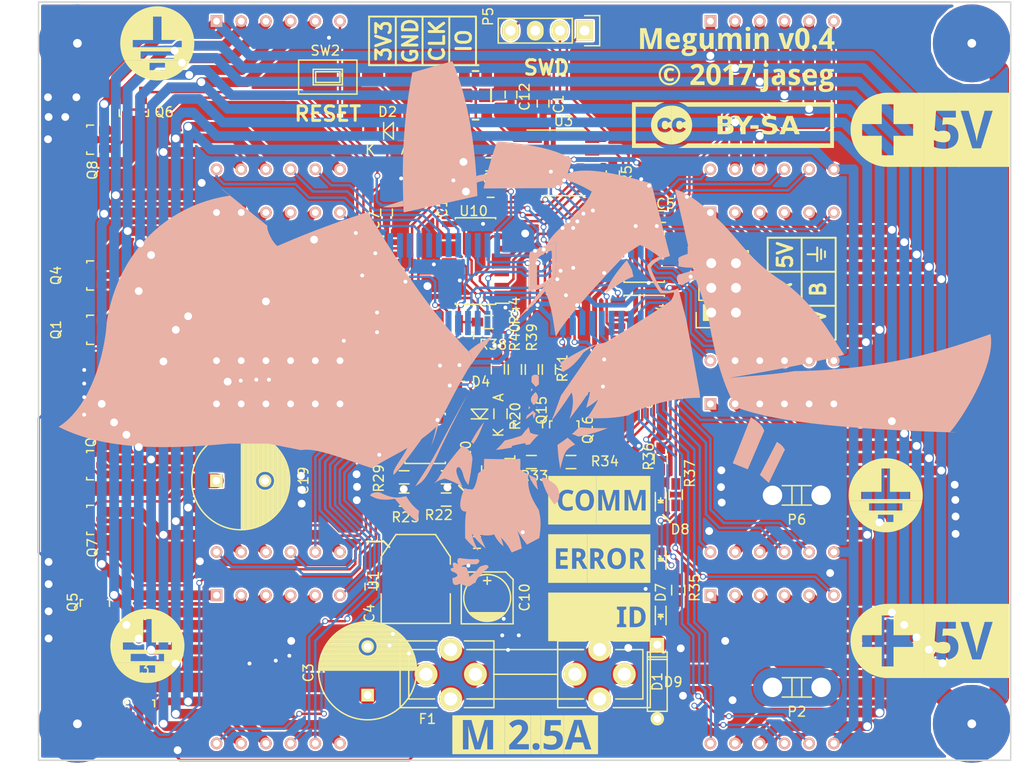
<source format=kicad_pcb>
(kicad_pcb (version 4) (host pcbnew 4.0.6)
  (layers (0 F.Cu signal hide) (31 B.Cu signal) (34 B.Paste user) (35 F.Paste user hide) (36 B.SilkS user) (37 F.SilkS user hide) (38 B.Mask user) (39 F.Mask user hide) (44 Edge.Cuts user))
  (net 0 "")
  (net 1 GND)
  (net 2 VDD)
  (net 3 +3V3)
  (net 4 /RST)
  (net 5 /XT1)
  (net 6 /XT2)
  (net 7 /~WD_RST)
  (net 8 /LED_ID)
  (net 9 /LED_ERROR)
  (net 10 /LED_COMM)
  (net 11 "Net-(D10-Pad6)")
  (net 12 "Net-(D10-Pad9)")
  (net 13 "Net-(D10-Pad8)")
  (net 14 "Net-(D10-Pad12)")
  (net 15 "Net-(D11-Pad6)")
  (net 16 "Net-(D11-Pad9)")
  (net 17 "Net-(D11-Pad8)")
  (net 18 "Net-(D11-Pad12)")
  (net 19 "Net-(D12-Pad6)")
  (net 20 "Net-(D12-Pad9)")
  (net 21 "Net-(D12-Pad8)")
  (net 22 "Net-(D12-Pad12)")
  (net 23 "Net-(D13-Pad6)")
  (net 24 "Net-(D13-Pad9)")
  (net 25 "Net-(D13-Pad8)")
  (net 26 "Net-(D13-Pad12)")
  (net 27 /SEG_E_COM)
  (net 28 /SEG_D_COM)
  (net 29 /SEG_DP_COM)
  (net 30 /SEG_C_COM)
  (net 31 /SEG_G_COM)
  (net 32 "Net-(D14-Pad6)")
  (net 33 "Net-(D14-Pad9)")
  (net 34 "Net-(D14-Pad8)")
  (net 35 "Net-(D14-Pad12)")
  (net 36 /SEG_A_COM)
  (net 37 /SEG_B_COM)
  (net 38 /SEG_F_COM)
  (net 39 "Net-(D15-Pad6)")
  (net 40 "Net-(D15-Pad9)")
  (net 41 "Net-(D15-Pad8)")
  (net 42 "Net-(D15-Pad12)")
  (net 43 "Net-(D16-Pad6)")
  (net 44 "Net-(D16-Pad9)")
  (net 45 "Net-(D16-Pad8)")
  (net 46 "Net-(D16-Pad12)")
  (net 47 "Net-(D17-Pad6)")
  (net 48 "Net-(D17-Pad9)")
  (net 49 "Net-(D17-Pad8)")
  (net 50 "Net-(D17-Pad12)")
  (net 51 /RS485_A)
  (net 52 /RS485_B)
  (net 53 /SWDIO)
  (net 54 /SWCLK)
  (net 55 /SEG_A_CTRL)
  (net 56 /SEG_E_CTRL)
  (net 57 /~OE)
  (net 58 /RS485_DE)
  (net 59 /R_SET_CTRL0)
  (net 60 /R_SET_CTRL1)
  (net 61 "Net-(R38-Pad2)")
  (net 62 /mux_mod_left/R_SET_0)
  (net 63 "Net-(R40-Pad2)")
  (net 64 /mux_mod_left/R_SET_1)
  (net 65 /RS485_RX)
  (net 66 /RS485_TX)
  (net 67 /SCK)
  (net 68 /MOSI_C0)
  (net 69 /STROBE)
  (net 70 /AUX_STROBE)
  (net 71 "Net-(U5-Pad4)")
  (net 72 /VDD_PRE_FUSE)
  (net 73 /~WD_RST1)
  (net 74 /~WD_RST2)
  (net 75 /WD_REF2)
  (net 76 /WD_REF1)
  (net 77 "Net-(D7-Pad2)")
  (net 78 "Net-(D8-Pad2)")
  (net 79 "Net-(D9-Pad2)")
  (net 80 "Net-(U5-Pad5)")
  (net 81 "Net-(U5-Pad15)")
  (net 82 /WD_COMP1)
  (net 83 "Net-(Q14-Pad1)")
  (net 84 "Net-(Q15-Pad1)")
  (net 85 "Net-(Q16-Pad1)")
  (net 86 /~OE_HV)
  (net 87 /MOSI_C1_HV)
  (net 88 /STROBE_HV)
  (net 89 /mux_mod_right/SDO)
  (net 90 /MOSI_C0_HV)
  (net 91 "Net-(R1-Pad2)")
  (net 92 "Net-(U3-Pad10)")
  (net 93 "Net-(U3-Pad14)")
  (net 94 "Net-(U3-Pad6)")
  (net 95 /SCK_HV)
  (net 96 /~OE_HV_CB)
  (net 97 /SEG_C_CTRL)
  (net 98 /SEG_G_CTLR)
  (net 99 /SEG_B_CTRL)
  (net 100 /SEG_DP_CTRL)
  (net 101 /SEG_F_CTRL)
  (net 102 /SEG_D_CTRL)
  (net 103 +5V)
  (net 104 /MOSI_C2)
  (net 105 "Net-(U7-Pad9)")
  (module footprints:7seg_4digit_cc_modified (layer B.Cu) (at 118.11 65.405)
    (fp_text reference D12 hide)
    (fp_text value 7seg_4digit_cc)
    (pad 1 thru_hole rect (at 0 0) (size 1.2 1.2) (drill 0.7) (layers *.Cu *.Mask B.SilkS) (net 27 /SEG_E_COM))
    (pad 2 thru_hole circle (at 2.54 0) (size 1.2 1.2) (drill 0.7) (layers *.Cu *.Mask B.SilkS) (net 28 /SEG_D_COM))
    (pad 3 thru_hole circle (at 5.08 0) (size 1.2 1.2) (drill 0.7) (layers *.Cu *.Mask B.SilkS) (net 29 /SEG_DP_COM))
    (pad 4 thru_hole circle (at 7.62 0) (size 1.2 1.2) (drill 0.7) (layers *.Cu *.Mask B.SilkS) (net 30 /SEG_C_COM))
    (pad 5 thru_hole circle (at 10.16 0) (size 1.2 1.2) (drill 0.7) (layers *.Cu *.Mask B.SilkS) (net 31 /SEG_G_COM))
    (pad 6 thru_hole circle (at 12.7 0) (size 1.2 1.2) (drill 0.7) (layers *.Cu *.Mask B.SilkS) (net 19 "Net-(D12-Pad6)"))
    (pad 9 thru_hole circle (at 7.62 15.24) (size 1.2 1.2) (drill 0.7) (layers *.Cu *.Mask B.SilkS) (net 20 "Net-(D12-Pad9)"))
    (pad 8 thru_hole circle (at 10.16 15.24) (size 1.2 1.2) (drill 0.7) (layers *.Cu *.Mask B.SilkS) (net 21 "Net-(D12-Pad8)"))
    (pad 12 thru_hole circle (at 0 15.24) (size 1.2 1.2) (drill 0.7) (layers *.Cu *.Mask B.SilkS) (net 22 "Net-(D12-Pad12)"))
    (pad 11 thru_hole circle (at 2.54 15.24) (size 1.2 1.2) (drill 0.7) (layers *.Cu *.Mask B.SilkS) (net 36 /SEG_A_COM))
    (pad 7 thru_hole circle (at 12.7 15.24) (size 1.2 1.2) (drill 0.7) (layers *.Cu *.Mask B.SilkS) (net 37 /SEG_B_COM))
    (pad 10 thru_hole circle (at 5.08 15.24) (size 1.2 1.2) (drill 0.7) (layers *.Cu *.Mask B.SilkS) (net 38 /SEG_F_COM))
  )
  (module footprints:label_fuse_04 (layer F.Cu) (at 99.06 119.126)
    (fp_text reference svg2mod hide)
    (fp_text value G*** hide)
  )
  (module footprints:m3_pillar (layer F.Cu) (at 159.261 115.275)
    (fp_text reference P1 hide)
    (fp_text value VIN)
    (pad 1 thru_hole circle (at -14.261 -67.275) (size 8 8) (drill 0.9) (layers *.Cu *.Mask) (net 72 /VDD_PRE_FUSE))
  )
  (module footprints:m3_pillar (layer F.Cu) (at 52.5 117.4)
    (fp_text reference P3 hide)
    (fp_text value GND)
    (pad 1 thru_hole circle (at 0.5 0.6) (size 8 8) (drill 0.9) (layers *.Cu *.Mask) (net 1 GND))
  )
  (module Resistors_SMD:R_0603_HandSoldering (layer F.Cu) (at 99.75 81.55 90)
    (fp_text reference R39 (at 3.3 0 90) (layer F.SilkS))
    (fp_text value R)
    (pad 1 smd rect (at -1.1 0 90) (size 1.2 0.9) (layers F.Cu F.Paste F.Mask) (net 64 /mux_mod_left/R_SET_1))
    (pad 2 smd rect (at 1.1 0 90) (size 1.2 0.9) (layers F.Cu F.Paste F.Mask) (net 61 "Net-(R38-Pad2)"))
  )
  (module TO_SOT_Packages_SMD:SOT-223 (layer F.Cu) (at 87.8 103.1)
    (fp_text reference U1 (at -4.3 0.15 90) (layer F.SilkS))
    (fp_text value LD1117S33CTR)
    (pad 4 smd rect (at 0 -3.302) (size 3.6576 2.032) (layers F.Cu F.Paste F.Mask) (net 3 +3V3))
    (pad 2 smd rect (at 0 3.302) (size 1.016 2.032) (layers F.Cu F.Paste F.Mask) (net 3 +3V3))
    (pad 3 smd rect (at 2.286 3.302) (size 1.016 2.032) (layers F.Cu F.Paste F.Mask) (net 103 +5V))
    (pad 1 smd rect (at -2.286 3.302) (size 1.016 2.032) (layers F.Cu F.Paste F.Mask) (net 1 GND))
  )
  (module Housings_SSOP:TSSOP-20_4.4x6.5mm_Pitch0.65mm (layer F.Cu) (at 103 60.3)
    (fp_text reference U3 (at 0 -4.3) (layer F.SilkS))
    (fp_text value STM32F030F4Px)
    (pad 1 smd rect (at -2.95 -2.925) (size 1.45 0.45) (layers F.Cu F.Paste F.Mask) (net 1 GND))
    (pad 2 smd rect (at -2.95 -2.275) (size 1.45 0.45) (layers F.Cu F.Paste F.Mask) (net 5 /XT1))
    (pad 3 smd rect (at -2.95 -1.625) (size 1.45 0.45) (layers F.Cu F.Paste F.Mask) (net 6 /XT2))
    (pad 4 smd rect (at -2.95 -0.975) (size 1.45 0.45) (layers F.Cu F.Paste F.Mask) (net 4 /RST))
    (pad 5 smd rect (at -2.95 -0.325) (size 1.45 0.45) (layers F.Cu F.Paste F.Mask) (net 3 +3V3))
    (pad 6 smd rect (at -2.95 0.325) (size 1.45 0.45) (layers F.Cu F.Paste F.Mask) (net 94 "Net-(U3-Pad6)"))
    (pad 7 smd rect (at -2.95 0.975) (size 1.45 0.45) (layers F.Cu F.Paste F.Mask) (net 58 /RS485_DE))
    (pad 8 smd rect (at -2.95 1.625) (size 1.45 0.45) (layers F.Cu F.Paste F.Mask) (net 66 /RS485_TX))
    (pad 9 smd rect (at -2.95 2.275) (size 1.45 0.45) (layers F.Cu F.Paste F.Mask) (net 65 /RS485_RX))
    (pad 10 smd rect (at -2.95 2.925) (size 1.45 0.45) (layers F.Cu F.Paste F.Mask) (net 92 "Net-(U3-Pad10)"))
    (pad 11 smd rect (at 2.95 2.925) (size 1.45 0.45) (layers F.Cu F.Paste F.Mask) (net 67 /SCK))
    (pad 12 smd rect (at 2.95 2.275) (size 1.45 0.45) (layers F.Cu F.Paste F.Mask) (net 57 /~OE))
    (pad 13 smd rect (at 2.95 1.625) (size 1.45 0.45) (layers F.Cu F.Paste F.Mask) (net 68 /MOSI_C0))
    (pad 14 smd rect (at 2.95 0.975) (size 1.45 0.45) (layers F.Cu F.Paste F.Mask) (net 93 "Net-(U3-Pad14)"))
    (pad 15 smd rect (at 2.95 0.325) (size 1.45 0.45) (layers F.Cu F.Paste F.Mask) (net 1 GND))
    (pad 16 smd rect (at 2.95 -0.325) (size 1.45 0.45) (layers F.Cu F.Paste F.Mask) (net 3 +3V3))
    (pad 17 smd rect (at 2.95 -0.975) (size 1.45 0.45) (layers F.Cu F.Paste F.Mask) (net 69 /STROBE))
    (pad 18 smd rect (at 2.95 -1.625) (size 1.45 0.45) (layers F.Cu F.Paste F.Mask) (net 70 /AUX_STROBE))
    (pad 19 smd rect (at 2.95 -2.275) (size 1.45 0.45) (layers F.Cu F.Paste F.Mask) (net 53 /SWDIO))
    (pad 20 smd rect (at 2.95 -2.925) (size 1.45 0.45) (layers F.Cu F.Paste F.Mask) (net 54 /SWCLK))
  )
  (module Housings_SOIC:SOIC-8_3.9x4.9mm_Pitch1.27mm (layer F.Cu) (at 111.3 70)
    (fp_text reference U2 (at -3.05 -3.5) (layer F.SilkS))
    (fp_text value SP3485CN)
    (pad 1 smd rect (at -2.7 -1.905) (size 1.55 0.6) (layers F.Cu F.Paste F.Mask) (net 65 /RS485_RX))
    (pad 2 smd rect (at -2.7 -0.635) (size 1.55 0.6) (layers F.Cu F.Paste F.Mask) (net 58 /RS485_DE))
    (pad 3 smd rect (at -2.7 0.635) (size 1.55 0.6) (layers F.Cu F.Paste F.Mask) (net 58 /RS485_DE))
    (pad 4 smd rect (at -2.7 1.905) (size 1.55 0.6) (layers F.Cu F.Paste F.Mask) (net 66 /RS485_TX))
    (pad 5 smd rect (at 2.7 1.905) (size 1.55 0.6) (layers F.Cu F.Paste F.Mask) (net 1 GND))
    (pad 6 smd rect (at 2.7 0.635) (size 1.55 0.6) (layers F.Cu F.Paste F.Mask) (net 51 /RS485_A))
    (pad 7 smd rect (at 2.7 -0.635) (size 1.55 0.6) (layers F.Cu F.Paste F.Mask) (net 52 /RS485_B))
    (pad 8 smd rect (at 2.7 -1.905) (size 1.55 0.6) (layers F.Cu F.Paste F.Mask) (net 3 +3V3))
  )
  (module Capacitors_SMD:C_0603_HandSoldering (layer F.Cu) (at 95.504 63.246)
    (fp_text reference C2 (at 0.1016 -1.3208) (layer F.SilkS))
    (fp_text value 100n)
    (pad 1 smd rect (at -0.95 0) (size 1.2 0.75) (layers F.Cu F.Paste F.Mask) (net 1 GND))
    (pad 2 smd rect (at 0.95 0) (size 1.2 0.75) (layers F.Cu F.Paste F.Mask) (net 103 +5V))
  )
  (module Capacitors_SMD:c_elec_5x5.8 (layer F.Cu) (at 95.15 105.05 90)
    (fp_text reference C10 (at 0.05 3.85 90) (layer F.SilkS))
    (fp_text value 47u)
    (pad 1 smd rect (at 2.19964 0 90) (size 2.99974 1.6002) (layers F.Cu F.Paste F.Mask) (net 3 +3V3))
    (pad 2 smd rect (at -2.19964 0 90) (size 2.99974 1.6002) (layers F.Cu F.Paste F.Mask) (net 1 GND))
  )
  (module Resistors_SMD:R_0603_HandSoldering (layer F.Cu) (at 114.8 104.25 270)
    (fp_text reference R35 (at -0.25 -1.7 450) (layer F.SilkS))
    (fp_text value 100)
    (pad 1 smd rect (at -1.1 0 270) (size 1.2 0.9) (layers F.Cu F.Paste F.Mask) (net 8 /LED_ID))
    (pad 2 smd rect (at 1.1 0 270) (size 1.2 0.9) (layers F.Cu F.Paste F.Mask) (net 77 "Net-(D7-Pad2)"))
  )
  (module Diodes_SMD:MiniMELF_Standard (layer F.Cu) (at 84.9 57)
    (fp_text reference D2 (at 0 -1.95) (layer F.SilkS))
    (fp_text value D_Small)
    (fp_text user K (at -1.8 1.95) (layer F.SilkS))
    (fp_text user A (at 1.8 1.95) (layer F.SilkS))
    (pad 1 smd rect (at -1.75006 0) (size 1.30048 1.69926) (layers F.Cu F.Paste F.Mask) (net 7 /~WD_RST))
    (pad 2 smd rect (at 1.75006 0) (size 1.30048 1.69926) (layers F.Cu F.Paste F.Mask) (net 4 /RST))
  )
  (module Diodes_SMD:MiniMELF_Standard (layer F.Cu) (at 94.361 86.233 90)
    (fp_text reference D4 (at 3.429 0.127 180) (layer F.SilkS))
    (fp_text value D_Small)
    (fp_text user K (at -1.8 1.95 90) (layer F.SilkS))
    (fp_text user A (at 1.8 1.95 90) (layer F.SilkS))
    (pad 1 smd rect (at -1.75006 0 90) (size 1.30048 1.69926) (layers F.Cu F.Paste F.Mask) (net 74 /~WD_RST2))
    (pad 2 smd rect (at 1.75006 0 90) (size 1.30048 1.69926) (layers F.Cu F.Paste F.Mask) (net 7 /~WD_RST))
  )
  (module Diodes_SMD:MiniMELF_Standard (layer F.Cu) (at 87.884 84.455)
    (fp_text reference D3 (at -3.81 -0.762) (layer F.SilkS))
    (fp_text value D_Small)
    (fp_text user K (at -1.8 1.95) (layer F.SilkS))
    (fp_text user A (at 1.8 1.95) (layer F.SilkS))
    (pad 1 smd rect (at -1.75006 0) (size 1.30048 1.69926) (layers F.Cu F.Paste F.Mask) (net 73 /~WD_RST1))
    (pad 2 smd rect (at 1.75006 0) (size 1.30048 1.69926) (layers F.Cu F.Paste F.Mask) (net 7 /~WD_RST))
  )
  (module Capacitors_SMD:C_0603_HandSoldering (layer F.Cu) (at 83.185 103.886 90)
    (fp_text reference C4 (at -2.75 -0.15 90) (layer F.SilkS))
    (fp_text value 100n)
    (pad 1 smd rect (at -0.95 0 90) (size 1.2 0.75) (layers F.Cu F.Paste F.Mask) (net 1 GND))
    (pad 2 smd rect (at 0.95 0 90) (size 1.2 0.75) (layers F.Cu F.Paste F.Mask) (net 103 +5V))
  )
  (module Capacitors_SMD:C_0603_HandSoldering (layer F.Cu) (at 113.15 65.825)
    (fp_text reference C5 (at 0.35 -1.325) (layer F.SilkS))
    (fp_text value 100n)
    (pad 1 smd rect (at -0.95 0) (size 1.2 0.75) (layers F.Cu F.Paste F.Mask) (net 1 GND))
    (pad 2 smd rect (at 0.95 0) (size 1.2 0.75) (layers F.Cu F.Paste F.Mask) (net 3 +3V3))
  )
  (module Capacitors_SMD:C_0603_HandSoldering (layer F.Cu) (at 106.225 83.45 90)
    (fp_text reference C6 (at -0.05 -1.225 90) (layer F.SilkS))
    (fp_text value 100n)
    (pad 1 smd rect (at -0.95 0 90) (size 1.2 0.75) (layers F.Cu F.Paste F.Mask) (net 1 GND))
    (pad 2 smd rect (at 0.95 0 90) (size 1.2 0.75) (layers F.Cu F.Paste F.Mask) (net 3 +3V3))
  )
  (module Capacitors_SMD:C_0603_HandSoldering (layer F.Cu) (at 84.8 65.4 270)
    (fp_text reference C7 (at 0.8382 1.2446 270) (layer F.SilkS))
    (fp_text value 100n)
    (pad 1 smd rect (at -0.95 0 270) (size 1.2 0.75) (layers F.Cu F.Paste F.Mask) (net 1 GND))
    (pad 2 smd rect (at 0.95 0 270) (size 1.2 0.75) (layers F.Cu F.Paste F.Mask) (net 103 +5V))
  )
  (module Capacitors_SMD:C_0603_HandSoldering (layer F.Cu) (at 87.884 75.565 270)
    (fp_text reference C8 (at 1.05 1.7 270) (layer F.SilkS))
    (fp_text value 100n)
    (pad 1 smd rect (at -0.95 0 270) (size 1.2 0.75) (layers F.Cu F.Paste F.Mask) (net 1 GND))
    (pad 2 smd rect (at 0.95 0 270) (size 1.2 0.75) (layers F.Cu F.Paste F.Mask) (net 103 +5V))
  )
  (module Capacitors_SMD:C_0603_HandSoldering (layer F.Cu) (at 94.1 99.35)
    (fp_text reference C9 (at 0 -1.9) (layer F.SilkS))
    (fp_text value 100n)
    (pad 1 smd rect (at -0.95 0) (size 1.2 0.75) (layers F.Cu F.Paste F.Mask) (net 1 GND))
    (pad 2 smd rect (at 0.95 0) (size 1.2 0.75) (layers F.Cu F.Paste F.Mask) (net 3 +3V3))
  )
  (module Capacitors_SMD:C_0603_HandSoldering (layer F.Cu) (at 90.4 61.1 270)
    (fp_text reference C11 (at 3.3782 -0.127 270) (layer F.SilkS))
    (fp_text value 10n)
    (pad 1 smd rect (at -0.95 0 270) (size 1.2 0.75) (layers F.Cu F.Paste F.Mask) (net 4 /RST))
    (pad 2 smd rect (at 0.95 0 270) (size 1.2 0.75) (layers F.Cu F.Paste F.Mask) (net 1 GND))
  )
  (module Capacitors_SMD:C_0603_HandSoldering (layer F.Cu) (at 97.6 53.275 270)
    (fp_text reference C12 (at 0.225 -1.4 270) (layer F.SilkS))
    (fp_text value 22p)
    (pad 1 smd rect (at -0.95 0 270) (size 1.2 0.75) (layers F.Cu F.Paste F.Mask) (net 1 GND))
    (pad 2 smd rect (at 0.95 0 270) (size 1.2 0.75) (layers F.Cu F.Paste F.Mask) (net 5 /XT1))
  )
  (module Capacitors_SMD:C_0603_HandSoldering (layer F.Cu) (at 90.375 53.2 90)
    (fp_text reference C13 (at -0.05 -1.375 90) (layer F.SilkS))
    (fp_text value 22p)
    (pad 1 smd rect (at -0.95 0 90) (size 1.2 0.75) (layers F.Cu F.Paste F.Mask) (net 1 GND))
    (pad 2 smd rect (at 0.95 0 90) (size 1.2 0.75) (layers F.Cu F.Paste F.Mask) (net 6 /XT2))
  )
  (module Capacitors_SMD:C_0603_HandSoldering (layer F.Cu) (at 93.98 91.821 270)
    (fp_text reference C20 (at -1.524 1.016 270) (layer F.SilkS))
    (fp_text value 100n)
    (pad 1 smd rect (at -0.95 0 270) (size 1.2 0.75) (layers F.Cu F.Paste F.Mask) (net 82 /WD_COMP1))
    (pad 2 smd rect (at 0.95 0 270) (size 1.2 0.75) (layers F.Cu F.Paste F.Mask) (net 1 GND))
  )
  (module LEDs:LED_0603 (layer F.Cu) (at 113 107 270)
    (fp_text reference D7 (at -2.5 0 450) (layer F.SilkS))
    (fp_text value ID)
    (pad 2 smd rect (at 0.7493 0 90) (size 0.79756 0.79756) (layers F.Cu F.Paste F.Mask) (net 77 "Net-(D7-Pad2)"))
    (pad 1 smd rect (at -0.7493 0 90) (size 0.79756 0.79756) (layers F.Cu F.Paste F.Mask) (net 1 GND))
  )
  (module LEDs:LED_0603 (layer F.Cu) (at 113 95 90)
    (fp_text reference D8 (at -3 2 360) (layer F.SilkS))
    (fp_text value ERROR)
    (pad 2 smd rect (at 0.7493 0 270) (size 0.79756 0.79756) (layers F.Cu F.Paste F.Mask) (net 78 "Net-(D8-Pad2)"))
    (pad 1 smd rect (at -0.7493 0 270) (size 0.79756 0.79756) (layers F.Cu F.Paste F.Mask) (net 1 GND))
  )
  (module LEDs:LED_0603 (layer F.Cu) (at 113 101 90)
    (fp_text reference D9 (at -12.7 1.27 180) (layer F.SilkS))
    (fp_text value COMM)
    (pad 2 smd rect (at 0.7493 0 270) (size 0.79756 0.79756) (layers F.Cu F.Paste F.Mask) (net 79 "Net-(D9-Pad2)"))
    (pad 1 smd rect (at -0.7493 0 270) (size 0.79756 0.79756) (layers F.Cu F.Paste F.Mask) (net 1 GND))
  )
  (module Fuse_Holders_and_Fuses:Fuseholder5x20_horiz_open_universal_Type-III (layer F.Cu) (at 99.06 112.903 180)
    (fp_text reference F1 (at 10.06 -4.597 180) (layer F.SilkS))
    (fp_text value "2.5A MT")
    (pad 2 thru_hole circle (at 5.12064 0 180) (size 2.3495 2.3495) (drill 1.34874) (layers *.Cu *.Mask F.SilkS) (net 2 VDD))
    (pad 2 thru_hole circle (at 10.20064 0 180) (size 2.3495 2.3495) (drill 1.34874) (layers *.Cu *.Mask F.SilkS) (net 2 VDD))
    (pad 1 thru_hole circle (at -5.1181 0 180) (size 2.3495 2.3495) (drill 1.34874) (layers *.Cu *.Mask F.SilkS) (net 72 /VDD_PRE_FUSE))
    (pad 1 thru_hole circle (at -10.1981 0 180) (size 2.3495 2.3495) (drill 1.34874) (layers *.Cu *.Mask F.SilkS) (net 72 /VDD_PRE_FUSE))
    (pad 2 thru_hole circle (at 7.66064 -2.54 180) (size 2.3495 2.3495) (drill 1.34874) (layers *.Cu *.Mask F.SilkS) (net 2 VDD))
    (pad 2 thru_hole circle (at 7.66064 2.54 180) (size 2.3495 2.3495) (drill 1.34874) (layers *.Cu *.Mask F.SilkS) (net 2 VDD))
    (pad 1 thru_hole circle (at -7.6581 -2.54 180) (size 2.3495 2.3495) (drill 1.34874) (layers *.Cu *.Mask F.SilkS) (net 72 /VDD_PRE_FUSE))
    (pad 1 thru_hole circle (at -7.6581 2.54 180) (size 2.3495 2.3495) (drill 1.34874) (layers *.Cu *.Mask F.SilkS) (net 72 /VDD_PRE_FUSE))
  )
  (module Socket_Strips:Socket_Strip_Straight_1x04 (layer F.Cu) (at 105.175 46.7 180)
    (fp_text reference P5 (at 9.925 1.45 270) (layer F.SilkS))
    (fp_text value SWD)
    (pad 1 thru_hole rect (at 0 0 180) (size 1.7272 2.032) (drill 1.016) (layers *.Cu *.Mask F.SilkS) (net 53 /SWDIO))
    (pad 2 thru_hole oval (at 2.54 0 180) (size 1.7272 2.032) (drill 1.016) (layers *.Cu *.Mask F.SilkS) (net 54 /SWCLK))
    (pad 3 thru_hole oval (at 5.08 0 180) (size 1.7272 2.032) (drill 1.016) (layers *.Cu *.Mask F.SilkS) (net 1 GND))
    (pad 4 thru_hole oval (at 7.62 0 180) (size 1.7272 2.032) (drill 1.016) (layers *.Cu *.Mask F.SilkS) (net 3 +3V3))
  )
  (module TO_SOT_Packages_SMD:SOT-23_Handsoldering (layer F.Cu) (at 54.61 77.47 90)
    (fp_text reference Q1 (at 0 -3.81 90) (layer F.SilkS))
    (fp_text value AO3415A)
    (pad 1 smd rect (at -0.95 1.50114 90) (size 0.8001 1.80086) (layers F.Cu F.Paste F.Mask) (net 97 /SEG_C_CTRL))
    (pad 2 smd rect (at 0.95 1.50114 90) (size 0.8001 1.80086) (layers F.Cu F.Paste F.Mask) (net 30 /SEG_C_COM))
    (pad 3 smd rect (at 0 -1.50114 90) (size 0.8001 1.80086) (layers F.Cu F.Paste F.Mask) (net 2 VDD))
  )
  (module TO_SOT_Packages_SMD:SOT-23_Handsoldering (layer F.Cu) (at 54.6 91.4 90)
    (fp_text reference Q2 (at 2.84 -0.191 90) (layer F.SilkS))
    (fp_text value AO3415A)
    (pad 1 smd rect (at -0.95 1.50114 90) (size 0.8001 1.80086) (layers F.Cu F.Paste F.Mask) (net 98 /SEG_G_CTLR))
    (pad 2 smd rect (at 0.95 1.50114 90) (size 0.8001 1.80086) (layers F.Cu F.Paste F.Mask) (net 31 /SEG_G_COM))
    (pad 3 smd rect (at 0 -1.50114 90) (size 0.8001 1.80086) (layers F.Cu F.Paste F.Mask) (net 2 VDD))
  )
  (module TO_SOT_Packages_SMD:SOT-23_Handsoldering (layer F.Cu) (at 59.436 116.205)
    (fp_text reference Q3 (at 0 -3.81) (layer F.SilkS))
    (fp_text value AO3415A)
    (pad 1 smd rect (at -0.95 1.50114) (size 0.8001 1.80086) (layers F.Cu F.Paste F.Mask) (net 99 /SEG_B_CTRL))
    (pad 2 smd rect (at 0.95 1.50114) (size 0.8001 1.80086) (layers F.Cu F.Paste F.Mask) (net 37 /SEG_B_COM))
    (pad 3 smd rect (at 0 -1.50114) (size 0.8001 1.80086) (layers F.Cu F.Paste F.Mask) (net 2 VDD))
  )
  (module TO_SOT_Packages_SMD:SOT-23_Handsoldering (layer F.Cu) (at 54.61 71.882 90)
    (fp_text reference Q4 (at 0 -3.81 90) (layer F.SilkS))
    (fp_text value AO3415A)
    (pad 1 smd rect (at -0.95 1.50114 90) (size 0.8001 1.80086) (layers F.Cu F.Paste F.Mask) (net 100 /SEG_DP_CTRL))
    (pad 2 smd rect (at 0.95 1.50114 90) (size 0.8001 1.80086) (layers F.Cu F.Paste F.Mask) (net 29 /SEG_DP_COM))
    (pad 3 smd rect (at 0 -1.50114 90) (size 0.8001 1.80086) (layers F.Cu F.Paste F.Mask) (net 2 VDD))
  )
  (module TO_SOT_Packages_SMD:SOT-23_Handsoldering (layer F.Cu) (at 54.8 105.872)
    (fp_text reference Q5 (at -2.3 -0.372 90) (layer F.SilkS))
    (fp_text value AO3415A)
    (pad 1 smd rect (at -0.95 1.50114) (size 0.8001 1.80086) (layers F.Cu F.Paste F.Mask) (net 101 /SEG_F_CTRL))
    (pad 2 smd rect (at 0.95 1.50114) (size 0.8001 1.80086) (layers F.Cu F.Paste F.Mask) (net 38 /SEG_F_COM))
    (pad 3 smd rect (at 0 -1.50114) (size 0.8001 1.80086) (layers F.Cu F.Paste F.Mask) (net 2 VDD))
  )
  (module TO_SOT_Packages_SMD:SOT-23_Handsoldering (layer F.Cu) (at 58.801 54.864 180)
    (fp_text reference Q6 (at -3.111 -0.208 180) (layer F.SilkS))
    (fp_text value AO3415A)
    (pad 1 smd rect (at -0.95 1.50114 180) (size 0.8001 1.80086) (layers F.Cu F.Paste F.Mask) (net 102 /SEG_D_CTRL))
    (pad 2 smd rect (at 0.95 1.50114 180) (size 0.8001 1.80086) (layers F.Cu F.Paste F.Mask) (net 28 /SEG_D_COM))
    (pad 3 smd rect (at 0 -1.50114 180) (size 0.8001 1.80086) (layers F.Cu F.Paste F.Mask) (net 2 VDD))
  )
  (module TO_SOT_Packages_SMD:SOT-23_Handsoldering (layer F.Cu) (at 54.61 97.028 90)
    (fp_text reference Q7 (at -2.875 -0.064 90) (layer F.SilkS))
    (fp_text value AO3415A)
    (pad 1 smd rect (at -0.95 1.50114 90) (size 0.8001 1.80086) (layers F.Cu F.Paste F.Mask) (net 55 /SEG_A_CTRL))
    (pad 2 smd rect (at 0.95 1.50114 90) (size 0.8001 1.80086) (layers F.Cu F.Paste F.Mask) (net 36 /SEG_A_COM))
    (pad 3 smd rect (at 0 -1.50114 90) (size 0.8001 1.80086) (layers F.Cu F.Paste F.Mask) (net 2 VDD))
  )
  (module TO_SOT_Packages_SMD:SOT-23_Handsoldering (layer F.Cu) (at 54.61 57.912 90)
    (fp_text reference Q8 (at -3.129 -0.064 90) (layer F.SilkS))
    (fp_text value AO3415A)
    (pad 1 smd rect (at -0.95 1.50114 90) (size 0.8001 1.80086) (layers F.Cu F.Paste F.Mask) (net 56 /SEG_E_CTRL))
    (pad 2 smd rect (at 0.95 1.50114 90) (size 0.8001 1.80086) (layers F.Cu F.Paste F.Mask) (net 27 /SEG_E_COM))
    (pad 3 smd rect (at 0 -1.50114 90) (size 0.8001 1.80086) (layers F.Cu F.Paste F.Mask) (net 2 VDD))
  )
  (module Resistors_SMD:R_0603_HandSoldering (layer F.Cu) (at 88.55 81.275 270)
    (fp_text reference R1 (at -1.275 1.55 270) (layer F.SilkS))
    (fp_text value 47k)
    (pad 1 smd rect (at -1.1 0 270) (size 1.2 0.9) (layers F.Cu F.Paste F.Mask) (net 1 GND))
    (pad 2 smd rect (at 1.1 0 270) (size 1.2 0.9) (layers F.Cu F.Paste F.Mask) (net 91 "Net-(R1-Pad2)"))
  )
  (module Resistors_SMD:R_0603_HandSoldering (layer F.Cu) (at 95.504 60.452 180)
    (fp_text reference R3 (at -3.1242 0.0508 180) (layer F.SilkS))
    (fp_text value 47k)
    (pad 1 smd rect (at -1.1 0 180) (size 1.2 0.9) (layers F.Cu F.Paste F.Mask) (net 3 +3V3))
    (pad 2 smd rect (at 1.1 0 180) (size 1.2 0.9) (layers F.Cu F.Paste F.Mask) (net 4 /RST))
  )
  (module Resistors_SMD:R_0603_HandSoldering (layer F.Cu) (at 105.918 71.501 270)
    (fp_text reference R4 (at -2.95 -0.125 270) (layer F.SilkS))
    (fp_text value 100k)
    (pad 1 smd rect (at -1.1 0 270) (size 1.2 0.9) (layers F.Cu F.Paste F.Mask) (net 58 /RS485_DE))
    (pad 2 smd rect (at 1.1 0 270) (size 1.2 0.9) (layers F.Cu F.Paste F.Mask) (net 1 GND))
  )
  (module Resistors_SMD:R_0603_HandSoldering (layer F.Cu) (at 108.075 61.625 90)
    (fp_text reference R5 (at 0.125 1.425 90) (layer F.SilkS))
    (fp_text value 10k)
    (pad 1 smd rect (at -1.1 0 90) (size 1.2 0.9) (layers F.Cu F.Paste F.Mask) (net 57 /~OE))
    (pad 2 smd rect (at 1.1 0 90) (size 1.2 0.9) (layers F.Cu F.Paste F.Mask) (net 3 +3V3))
  )
  (module Resistors_SMD:R_0603_HandSoldering (layer F.Cu) (at 92.325 82.1)
    (fp_text reference R19 (at -2.325 -0.1 90) (layer F.SilkS))
    (fp_text value 10k)
    (pad 1 smd rect (at -1.1 0) (size 1.2 0.9) (layers F.Cu F.Paste F.Mask) (net 83 "Net-(Q14-Pad1)"))
    (pad 2 smd rect (at 1.1 0) (size 1.2 0.9) (layers F.Cu F.Paste F.Mask) (net 7 /~WD_RST))
  )
  (module Resistors_SMD:R_0603_HandSoldering (layer F.Cu) (at 96.52 86.106 90)
    (fp_text reference R20 (at -0.254 1.524 90) (layer F.SilkS))
    (fp_text value 47k)
    (pad 1 smd rect (at -1.1 0 90) (size 1.2 0.9) (layers F.Cu F.Paste F.Mask) (net 103 +5V))
    (pad 2 smd rect (at 1.1 0 90) (size 1.2 0.9) (layers F.Cu F.Paste F.Mask) (net 7 /~WD_RST))
  )
  (module Resistors_SMD:R_0603_HandSoldering (layer F.Cu) (at 84.328 87.884 90)
    (fp_text reference R23 (at -0.116 -1.578 90) (layer F.SilkS))
    (fp_text value 470k)
    (pad 1 smd rect (at -1.1 0 90) (size 1.2 0.9) (layers F.Cu F.Paste F.Mask) (net 76 /WD_REF1))
    (pad 2 smd rect (at 1.1 0 90) (size 1.2 0.9) (layers F.Cu F.Paste F.Mask) (net 73 /~WD_RST1))
  )
  (module Resistors_SMD:R_0603_HandSoldering (layer F.Cu) (at 113 90.75 270)
    (fp_text reference R36 (at -0.25 1.25 450) (layer F.SilkS))
    (fp_text value 140)
    (pad 1 smd rect (at -1.1 0 270) (size 1.2 0.9) (layers F.Cu F.Paste F.Mask) (net 9 /LED_ERROR))
    (pad 2 smd rect (at 1.1 0 270) (size 1.2 0.9) (layers F.Cu F.Paste F.Mask) (net 78 "Net-(D8-Pad2)"))
  )
  (module Resistors_SMD:R_0603_HandSoldering (layer F.Cu) (at 114.55 94.425 270)
    (fp_text reference R37 (at -2.175 -1.45 270) (layer F.SilkS))
    (fp_text value 100)
    (pad 1 smd rect (at -1.1 0 270) (size 1.2 0.9) (layers F.Cu F.Paste F.Mask) (net 10 /LED_COMM))
    (pad 2 smd rect (at 1.1 0 270) (size 1.2 0.9) (layers F.Cu F.Paste F.Mask) (net 79 "Net-(D9-Pad2)"))
  )
  (module Resistors_SMD:R_0603_HandSoldering (layer F.Cu) (at 96.25 81.5 90)
    (fp_text reference R38 (at 2.5 -0.5 180) (layer F.SilkS))
    (fp_text value R)
    (pad 1 smd rect (at -1.1 0 90) (size 1.2 0.9) (layers F.Cu F.Paste F.Mask) (net 62 /mux_mod_left/R_SET_0))
    (pad 2 smd rect (at 1.1 0 90) (size 1.2 0.9) (layers F.Cu F.Paste F.Mask) (net 61 "Net-(R38-Pad2)"))
  )
  (module Resistors_SMD:R_0603_HandSoldering (layer F.Cu) (at 98 81.55 90)
    (fp_text reference R40 (at 3.3 0 90) (layer F.SilkS))
    (fp_text value R)
    (pad 1 smd rect (at -1.1 0 90) (size 1.2 0.9) (layers F.Cu F.Paste F.Mask) (net 62 /mux_mod_left/R_SET_0))
    (pad 2 smd rect (at 1.1 0 90) (size 1.2 0.9) (layers F.Cu F.Paste F.Mask) (net 63 "Net-(R40-Pad2)"))
  )
  (module Resistors_SMD:R_0603_HandSoldering (layer F.Cu) (at 101.5 81.55 90)
    (fp_text reference R41 (at 0.127 1.397 90) (layer F.SilkS))
    (fp_text value R)
    (pad 1 smd rect (at -1.1 0 90) (size 1.2 0.9) (layers F.Cu F.Paste F.Mask) (net 64 /mux_mod_left/R_SET_1))
    (pad 2 smd rect (at 1.1 0 90) (size 1.2 0.9) (layers F.Cu F.Paste F.Mask) (net 63 "Net-(R40-Pad2)"))
  )
  (module Housings_SOIC:SOIC-16_3.9x9.9mm_Pitch1.27mm (layer F.Cu) (at 111.3 79 180)
    (fp_text reference U5 (at 0 -6 180) (layer F.SilkS))
    (fp_text value 74HC595_mine)
    (pad 1 smd rect (at -2.7 -4.445 180) (size 1.5 0.6) (layers F.Cu F.Paste F.Mask) (net 9 /LED_ERROR))
    (pad 2 smd rect (at -2.7 -3.175 180) (size 1.5 0.6) (layers F.Cu F.Paste F.Mask) (net 10 /LED_COMM))
    (pad 3 smd rect (at -2.7 -1.905 180) (size 1.5 0.6) (layers F.Cu F.Paste F.Mask) (net 8 /LED_ID))
    (pad 4 smd rect (at -2.7 -0.635 180) (size 1.5 0.6) (layers F.Cu F.Paste F.Mask) (net 71 "Net-(U5-Pad4)"))
    (pad 5 smd rect (at -2.7 0.635 180) (size 1.5 0.6) (layers F.Cu F.Paste F.Mask) (net 80 "Net-(U5-Pad5)"))
    (pad 6 smd rect (at -2.7 1.905 180) (size 1.5 0.6) (layers F.Cu F.Paste F.Mask) (net 59 /R_SET_CTRL0))
    (pad 7 smd rect (at -2.7 3.175 180) (size 1.5 0.6) (layers F.Cu F.Paste F.Mask) (net 60 /R_SET_CTRL1))
    (pad 8 smd rect (at -2.7 4.445 180) (size 1.5 0.6) (layers F.Cu F.Paste F.Mask) (net 1 GND))
    (pad 9 smd rect (at 2.7 4.445 180) (size 1.5 0.6) (layers F.Cu F.Paste F.Mask) (net 104 /MOSI_C2))
    (pad 10 smd rect (at 2.7 3.175 180) (size 1.5 0.6) (layers F.Cu F.Paste F.Mask) (net 3 +3V3))
    (pad 11 smd rect (at 2.7 1.905 180) (size 1.5 0.6) (layers F.Cu F.Paste F.Mask) (net 67 /SCK))
    (pad 12 smd rect (at 2.7 0.635 180) (size 1.5 0.6) (layers F.Cu F.Paste F.Mask) (net 70 /AUX_STROBE))
    (pad 13 smd rect (at 2.7 -0.635 180) (size 1.5 0.6) (layers F.Cu F.Paste F.Mask) (net 1 GND))
    (pad 14 smd rect (at 2.7 -1.905 180) (size 1.5 0.6) (layers F.Cu F.Paste F.Mask) (net 68 /MOSI_C0))
    (pad 15 smd rect (at 2.7 -3.175 180) (size 1.5 0.6) (layers F.Cu F.Paste F.Mask) (net 81 "Net-(U5-Pad15)"))
    (pad 16 smd rect (at 2.7 -4.445 180) (size 1.5 0.6) (layers F.Cu F.Paste F.Mask) (net 3 +3V3))
  )
  (module Housings_SOIC:SOIC-8_3.9x4.9mm_Pitch1.27mm (layer F.Cu) (at 88.773 88.646)
    (fp_text reference U6 (at -4.572 -3.556) (layer F.SilkS))
    (fp_text value LM393)
    (pad 1 smd rect (at -2.7 -1.905) (size 1.55 0.6) (layers F.Cu F.Paste F.Mask) (net 73 /~WD_RST1))
    (pad 2 smd rect (at -2.7 -0.635) (size 1.55 0.6) (layers F.Cu F.Paste F.Mask) (net 91 "Net-(R1-Pad2)"))
    (pad 3 smd rect (at -2.7 0.635) (size 1.55 0.6) (layers F.Cu F.Paste F.Mask) (net 76 /WD_REF1))
    (pad 4 smd rect (at -2.7 1.905) (size 1.55 0.6) (layers F.Cu F.Paste F.Mask) (net 1 GND))
    (pad 5 smd rect (at 2.7 1.905) (size 1.55 0.6) (layers F.Cu F.Paste F.Mask) (net 75 /WD_REF2))
    (pad 6 smd rect (at 2.7 0.635) (size 1.55 0.6) (layers F.Cu F.Paste F.Mask) (net 82 /WD_COMP1))
    (pad 7 smd rect (at 2.7 -0.635) (size 1.55 0.6) (layers F.Cu F.Paste F.Mask) (net 74 /~WD_RST2))
    (pad 8 smd rect (at 2.7 -1.905) (size 1.55 0.6) (layers F.Cu F.Paste F.Mask) (net 103 +5V))
  )
  (module Housings_SOIC:SOIC-16_3.9x9.9mm_Pitch1.27mm (layer F.Cu) (at 82.423 72.898)
    (fp_text reference U7 (at 0 -6) (layer F.SilkS))
    (fp_text value 74HC595_mine)
    (pad 1 smd rect (at -2.7 -4.445) (size 1.5 0.6) (layers F.Cu F.Paste F.Mask) (net 56 /SEG_E_CTRL))
    (pad 2 smd rect (at -2.7 -3.175) (size 1.5 0.6) (layers F.Cu F.Paste F.Mask) (net 100 /SEG_DP_CTRL))
    (pad 3 smd rect (at -2.7 -1.905) (size 1.5 0.6) (layers F.Cu F.Paste F.Mask) (net 97 /SEG_C_CTRL))
    (pad 4 smd rect (at -2.7 -0.635) (size 1.5 0.6) (layers F.Cu F.Paste F.Mask) (net 98 /SEG_G_CTLR))
    (pad 5 smd rect (at -2.7 0.635) (size 1.5 0.6) (layers F.Cu F.Paste F.Mask) (net 55 /SEG_A_CTRL))
    (pad 6 smd rect (at -2.7 1.905) (size 1.5 0.6) (layers F.Cu F.Paste F.Mask) (net 99 /SEG_B_CTRL))
    (pad 7 smd rect (at -2.7 3.175) (size 1.5 0.6) (layers F.Cu F.Paste F.Mask) (net 101 /SEG_F_CTRL))
    (pad 8 smd rect (at -2.7 4.445) (size 1.5 0.6) (layers F.Cu F.Paste F.Mask) (net 1 GND))
    (pad 9 smd rect (at 2.7 4.445) (size 1.5 0.6) (layers F.Cu F.Paste F.Mask) (net 105 "Net-(U7-Pad9)"))
    (pad 10 smd rect (at 2.7 3.175) (size 1.5 0.6) (layers F.Cu F.Paste F.Mask) (net 103 +5V))
    (pad 11 smd rect (at 2.7 1.905) (size 1.5 0.6) (layers F.Cu F.Paste F.Mask) (net 67 /SCK))
    (pad 12 smd rect (at 2.7 0.635) (size 1.5 0.6) (layers F.Cu F.Paste F.Mask) (net 70 /AUX_STROBE))
    (pad 13 smd rect (at 2.7 -0.635) (size 1.5 0.6) (layers F.Cu F.Paste F.Mask) (net 1 GND))
    (pad 14 smd rect (at 2.7 -1.905) (size 1.5 0.6) (layers F.Cu F.Paste F.Mask) (net 104 /MOSI_C2))
    (pad 15 smd rect (at 2.7 -3.175) (size 1.5 0.6) (layers F.Cu F.Paste F.Mask) (net 102 /SEG_D_CTRL))
    (pad 16 smd rect (at 2.7 -4.445) (size 1.5 0.6) (layers F.Cu F.Paste F.Mask) (net 103 +5V))
  )
  (module Resistors_SMD:R_0603_HandSoldering (layer F.Cu) (at 96.266 91.694 90)
    (fp_text reference R21 (at 0 1.27 90) (layer F.SilkS))
    (fp_text value 470k)
    (pad 1 smd rect (at -1.1 0 90) (size 1.2 0.9) (layers F.Cu F.Paste F.Mask) (net 75 /WD_REF2))
    (pad 2 smd rect (at 1.1 0 90) (size 1.2 0.9) (layers F.Cu F.Paste F.Mask) (net 74 /~WD_RST2))
  )
  (module Resistors_SMD:R_0603_HandSoldering (layer F.Cu) (at 90.932 94.9325)
    (fp_text reference R22 (at -0.762 1.5875) (layer F.SilkS))
    (fp_text value 100k)
    (pad 1 smd rect (at -1.1 0) (size 1.2 0.9) (layers F.Cu F.Paste F.Mask) (net 75 /WD_REF2))
    (pad 2 smd rect (at 1.1 0) (size 1.2 0.9) (layers F.Cu F.Paste F.Mask) (net 103 +5V))
  )
  (module Resistors_SMD:R_0603_HandSoldering (layer F.Cu) (at 90.932 92.6465 180)
    (fp_text reference R24 (at -3.318 -1.8535 180) (layer F.SilkS))
    (fp_text value 10k)
    (pad 1 smd rect (at -1.1 0 180) (size 1.2 0.9) (layers F.Cu F.Paste F.Mask) (net 1 GND))
    (pad 2 smd rect (at 1.1 0 180) (size 1.2 0.9) (layers F.Cu F.Paste F.Mask) (net 75 /WD_REF2))
  )
  (module Resistors_SMD:R_0603_HandSoldering (layer F.Cu) (at 86.614 94.9325 180)
    (fp_text reference R25 (at -0.136 -1.8175 180) (layer F.SilkS))
    (fp_text value 47k)
    (pad 1 smd rect (at -1.1 0 180) (size 1.2 0.9) (layers F.Cu F.Paste F.Mask) (net 76 /WD_REF1))
    (pad 2 smd rect (at 1.1 0 180) (size 1.2 0.9) (layers F.Cu F.Paste F.Mask) (net 103 +5V))
  )
  (module Resistors_SMD:R_0603_HandSoldering (layer F.Cu) (at 86.614 92.6465)
    (fp_text reference R29 (at -2.614 0.1035 90) (layer F.SilkS))
    (fp_text value 47k)
    (pad 1 smd rect (at -1.1 0) (size 1.2 0.9) (layers F.Cu F.Paste F.Mask) (net 1 GND))
    (pad 2 smd rect (at 1.1 0) (size 1.2 0.9) (layers F.Cu F.Paste F.Mask) (net 76 /WD_REF1))
  )
  (module Resistors_SMD:R_0603_HandSoldering (layer F.Cu) (at 85 82.225 180)
    (fp_text reference R32 (at 3.2385 0.127 180) (layer F.SilkS))
    (fp_text value 100k)
    (pad 1 smd rect (at -1.1 0 180) (size 1.2 0.9) (layers F.Cu F.Paste F.Mask) (net 82 /WD_COMP1))
    (pad 2 smd rect (at 1.1 0 180) (size 1.2 0.9) (layers F.Cu F.Paste F.Mask) (net 100 /SEG_DP_CTRL))
  )
  (module Resistors_SMD:R_0603_HandSoldering (layer F.Cu) (at 99.7 91.075)
    (fp_text reference R33 (at 0.3 1.425) (layer F.SilkS))
    (fp_text value 100k)
    (pad 1 smd rect (at -1.1 0) (size 1.2 0.9) (layers F.Cu F.Paste F.Mask) (net 84 "Net-(Q15-Pad1)"))
    (pad 2 smd rect (at 1.1 0) (size 1.2 0.9) (layers F.Cu F.Paste F.Mask) (net 59 /R_SET_CTRL0))
  )
  (module Resistors_SMD:R_0603_HandSoldering (layer F.Cu) (at 103.775 91.075)
    (fp_text reference R34 (at 3.475 -0.075) (layer F.SilkS))
    (fp_text value 100k)
    (pad 1 smd rect (at -1.1 0) (size 1.2 0.9) (layers F.Cu F.Paste F.Mask) (net 85 "Net-(Q16-Pad1)"))
    (pad 2 smd rect (at 1.1 0) (size 1.2 0.9) (layers F.Cu F.Paste F.Mask) (net 60 /R_SET_CTRL1))
  )
  (module Capacitors_ThroughHole:C_Radial_D10_L20_P5 (layer F.Cu) (at 82.85 115.05 90)
    (fp_text reference C3 (at 2.3 -6.1 270) (layer F.SilkS))
    (fp_text value 1000u)
    (pad 1 thru_hole rect (at 0 0 90) (size 1.3 1.3) (drill 0.8) (layers *.Cu *.Mask F.SilkS) (net 2 VDD))
    (pad 2 thru_hole circle (at 5 0 90) (size 1.3 1.3) (drill 0.8) (layers *.Cu *.Mask F.SilkS) (net 1 GND))
  )
  (module Capacitors_ThroughHole:C_Radial_D10_L20_P5 (layer F.Cu) (at 67.3 93)
    (fp_text reference C19 (at 8.95 0 90) (layer F.SilkS))
    (fp_text value 1000u)
    (pad 1 thru_hole rect (at 0 0) (size 1.3 1.3) (drill 0.8) (layers *.Cu *.Mask F.SilkS) (net 2 VDD))
    (pad 2 thru_hole circle (at 5 0) (size 1.3 1.3) (drill 0.8) (layers *.Cu *.Mask F.SilkS) (net 1 GND))
  )
  (module Discret:D3 (layer F.Cu) (at 112.649 113.665 90)
    (fp_text reference D1 (at 0 0 90) (layer F.SilkS))
    (fp_text value "6.4V 1.3W")
    (pad 1 thru_hole rect (at 3.81 0 90) (size 1.397 1.397) (drill 0.8128) (layers *.Cu *.Mask F.SilkS) (net 2 VDD))
    (pad 2 thru_hole circle (at -3.81 0 90) (size 1.397 1.397) (drill 0.8128) (layers *.Cu *.Mask F.SilkS) (net 1 GND))
  )
  (module Buttons_Switches_SMD:SW_SPST_FSMSM (layer F.Cu) (at 78.7654 51.4731 180)
    (fp_text reference SW2 (at 0.2654 2.7231 360) (layer F.SilkS))
    (fp_text value RESET)
    (pad 1 smd rect (at -4.60243 -0.00232 180) (size 2.18 1.6) (layers F.Cu F.Paste F.Mask) (net 4 /RST))
    (pad 2 smd rect (at 4.60243 0.00232 180) (size 2.18 1.6) (layers F.Cu F.Paste F.Mask) (net 1 GND))
  )
  (module footprints:spade_6.35mm (layer F.Cu) (at 127 114.25)
    (fp_text reference P2 (at 0 2.5) (layer F.SilkS))
    (fp_text value VIN)
    (pad 1 thru_hole circle (at -2.5 0) (size 3 3) (drill 2) (layers *.Cu *.Mask) (net 72 /VDD_PRE_FUSE))
    (pad 1 thru_hole circle (at 2.5 0) (size 3 3) (drill 2) (layers *.Cu *.Mask) (net 72 /VDD_PRE_FUSE))
  )
  (module footprints:spade_6.35mm (layer F.Cu) (at 127 94.5)
    (fp_text reference P6 (at 0 2.5) (layer F.SilkS))
    (fp_text value GND)
    (pad 1 thru_hole circle (at -2.5 0) (size 3 3) (drill 2) (layers *.Cu *.Mask) (net 1 GND))
    (pad 1 thru_hole circle (at 2.5 0) (size 3 3) (drill 2) (layers *.Cu *.Mask) (net 1 GND))
  )
  (module footprints:m3_pillar (layer F.Cu) (at 145.161 117.475)
    (fp_text reference P1 hide)
    (fp_text value VIN)
    (pad 1 thru_hole circle (at -0.161 0.525) (size 8 8) (drill 0.9) (layers *.Cu *.Mask) (net 72 /VDD_PRE_FUSE))
  )
  (module footprints:m3_pillar (layer F.Cu) (at 52.9 47.8)
    (fp_text reference P3 hide)
    (fp_text value GND)
    (pad 1 thru_hole circle (at 0.1 0.2) (size 8 8) (drill 0.9) (layers *.Cu *.Mask) (net 1 GND))
  )
  (module footprints:SSOP24-1.0-nosilk (layer B.Cu) (at 107.442 72.771)
    (fp_text reference U8 hide)
    (fp_text value MBI5026)
    (pad 1 smd rect (at -5.5 -4) (size 0.6 2.5) (layers B.Cu B.Paste B.Mask) (net 1 GND))
    (pad 2 smd rect (at -4.5 -4) (size 0.6 2.5) (layers B.Cu B.Paste B.Mask) (net 87 /MOSI_C1_HV))
    (pad 3 smd rect (at -3.5 -4) (size 0.6 2.5) (layers B.Cu B.Paste B.Mask) (net 95 /SCK_HV))
    (pad 4 smd rect (at -2.5 -4) (size 0.6 2.5) (layers B.Cu B.Paste B.Mask) (net 88 /STROBE_HV))
    (pad 5 smd rect (at -1.5 -4) (size 0.6 2.5) (layers B.Cu B.Paste B.Mask) (net 26 "Net-(D13-Pad12)"))
    (pad 6 smd rect (at -0.5 -4) (size 0.6 2.5) (layers B.Cu B.Paste B.Mask) (net 24 "Net-(D13-Pad9)"))
    (pad 7 smd rect (at 0.5 -4) (size 0.6 2.5) (layers B.Cu B.Paste B.Mask) (net 25 "Net-(D13-Pad8)"))
    (pad 8 smd rect (at 1.5 -4) (size 0.6 2.5) (layers B.Cu B.Paste B.Mask) (net 23 "Net-(D13-Pad6)"))
    (pad 9 smd rect (at 2.5 -4) (size 0.6 2.5) (layers B.Cu B.Paste B.Mask) (net 22 "Net-(D12-Pad12)"))
    (pad 10 smd rect (at 3.5 -4) (size 0.6 2.5) (layers B.Cu B.Paste B.Mask) (net 20 "Net-(D12-Pad9)"))
    (pad 11 smd rect (at 4.5 -4) (size 0.6 2.5) (layers B.Cu B.Paste B.Mask) (net 21 "Net-(D12-Pad8)"))
    (pad 12 smd rect (at 5.5 -4) (size 0.6 2.5) (layers B.Cu B.Paste B.Mask) (net 19 "Net-(D12-Pad6)"))
    (pad 13 smd rect (at 5.5 4) (size 0.6 2.5) (layers B.Cu B.Paste B.Mask) (net 18 "Net-(D11-Pad12)"))
    (pad 14 smd rect (at 4.5 4) (size 0.6 2.5) (layers B.Cu B.Paste B.Mask) (net 16 "Net-(D11-Pad9)"))
    (pad 15 smd rect (at 3.5 4) (size 0.6 2.5) (layers B.Cu B.Paste B.Mask) (net 17 "Net-(D11-Pad8)"))
    (pad 16 smd rect (at 2.5 4) (size 0.6 2.5) (layers B.Cu B.Paste B.Mask) (net 15 "Net-(D11-Pad6)"))
    (pad 17 smd rect (at 1.5 4) (size 0.6 2.5) (layers B.Cu B.Paste B.Mask) (net 14 "Net-(D10-Pad12)"))
    (pad 18 smd rect (at 0.5 4) (size 0.6 2.5) (layers B.Cu B.Paste B.Mask) (net 12 "Net-(D10-Pad9)"))
    (pad 19 smd rect (at -0.5 4) (size 0.6 2.5) (layers B.Cu B.Paste B.Mask) (net 13 "Net-(D10-Pad8)"))
    (pad 20 smd rect (at -1.5 4) (size 0.6 2.5) (layers B.Cu B.Paste B.Mask) (net 11 "Net-(D10-Pad6)"))
    (pad 21 smd rect (at -2.5 4) (size 0.6 2.5) (layers B.Cu B.Paste B.Mask) (net 96 /~OE_HV_CB))
    (pad 22 smd rect (at -3.5 4) (size 0.6 2.5) (layers B.Cu B.Paste B.Mask) (net 89 /mux_mod_right/SDO))
    (pad 23 smd rect (at -4.5 4) (size 0.6 2.5) (layers B.Cu B.Paste B.Mask) (net 61 "Net-(R38-Pad2)"))
    (pad 24 smd rect (at -5.5 4) (size 0.6 2.5) (layers B.Cu B.Paste B.Mask) (net 103 +5V))
  )
  (module footprints:SSOP24-1.0-nosilk (layer B.Cu) (at 90.678 72.771 180)
    (fp_text reference U9 hide)
    (fp_text value MBI5026)
    (pad 1 smd rect (at -5.5 -4 180) (size 0.6 2.5) (layers B.Cu B.Paste B.Mask) (net 1 GND))
    (pad 2 smd rect (at -4.5 -4 180) (size 0.6 2.5) (layers B.Cu B.Paste B.Mask) (net 90 /MOSI_C0_HV))
    (pad 3 smd rect (at -3.5 -4 180) (size 0.6 2.5) (layers B.Cu B.Paste B.Mask) (net 95 /SCK_HV))
    (pad 4 smd rect (at -2.5 -4 180) (size 0.6 2.5) (layers B.Cu B.Paste B.Mask) (net 88 /STROBE_HV))
    (pad 5 smd rect (at -1.5 -4 180) (size 0.6 2.5) (layers B.Cu B.Paste B.Mask) (net 50 "Net-(D17-Pad12)"))
    (pad 6 smd rect (at -0.5 -4 180) (size 0.6 2.5) (layers B.Cu B.Paste B.Mask) (net 48 "Net-(D17-Pad9)"))
    (pad 7 smd rect (at 0.5 -4 180) (size 0.6 2.5) (layers B.Cu B.Paste B.Mask) (net 49 "Net-(D17-Pad8)"))
    (pad 8 smd rect (at 1.5 -4 180) (size 0.6 2.5) (layers B.Cu B.Paste B.Mask) (net 47 "Net-(D17-Pad6)"))
    (pad 9 smd rect (at 2.5 -4 180) (size 0.6 2.5) (layers B.Cu B.Paste B.Mask) (net 46 "Net-(D16-Pad12)"))
    (pad 10 smd rect (at 3.5 -4 180) (size 0.6 2.5) (layers B.Cu B.Paste B.Mask) (net 44 "Net-(D16-Pad9)"))
    (pad 11 smd rect (at 4.5 -4 180) (size 0.6 2.5) (layers B.Cu B.Paste B.Mask) (net 45 "Net-(D16-Pad8)"))
    (pad 12 smd rect (at 5.5 -4 180) (size 0.6 2.5) (layers B.Cu B.Paste B.Mask) (net 43 "Net-(D16-Pad6)"))
    (pad 13 smd rect (at 5.5 4 180) (size 0.6 2.5) (layers B.Cu B.Paste B.Mask) (net 42 "Net-(D15-Pad12)"))
    (pad 14 smd rect (at 4.5 4 180) (size 0.6 2.5) (layers B.Cu B.Paste B.Mask) (net 40 "Net-(D15-Pad9)"))
    (pad 15 smd rect (at 3.5 4 180) (size 0.6 2.5) (layers B.Cu B.Paste B.Mask) (net 41 "Net-(D15-Pad8)"))
    (pad 16 smd rect (at 2.5 4 180) (size 0.6 2.5) (layers B.Cu B.Paste B.Mask) (net 39 "Net-(D15-Pad6)"))
    (pad 17 smd rect (at 1.5 4 180) (size 0.6 2.5) (layers B.Cu B.Paste B.Mask) (net 35 "Net-(D14-Pad12)"))
    (pad 18 smd rect (at 0.5 4 180) (size 0.6 2.5) (layers B.Cu B.Paste B.Mask) (net 33 "Net-(D14-Pad9)"))
    (pad 19 smd rect (at -0.5 4 180) (size 0.6 2.5) (layers B.Cu B.Paste B.Mask) (net 34 "Net-(D14-Pad8)"))
    (pad 20 smd rect (at -1.5 4 180) (size 0.6 2.5) (layers B.Cu B.Paste B.Mask) (net 32 "Net-(D14-Pad6)"))
    (pad 21 smd rect (at -2.5 4 180) (size 0.6 2.5) (layers B.Cu B.Paste B.Mask) (net 96 /~OE_HV_CB))
    (pad 22 smd rect (at -3.5 4 180) (size 0.6 2.5) (layers B.Cu B.Paste B.Mask) (net 87 /MOSI_C1_HV))
    (pad 23 smd rect (at -4.5 4 180) (size 0.6 2.5) (layers B.Cu B.Paste B.Mask) (net 63 "Net-(R40-Pad2)"))
    (pad 24 smd rect (at -5.5 4 180) (size 0.6 2.5) (layers B.Cu B.Paste B.Mask) (net 103 +5V))
  )
  (module Resistors_SMD:R_0603_HandSoldering (layer F.Cu) (at 95.25 76.675)
    (fp_text reference R44 (at 2.75 -1.175 90) (layer F.SilkS))
    (fp_text value 1k)
    (pad 1 smd rect (at -1.1 0) (size 1.2 0.9) (layers F.Cu F.Paste F.Mask) (net 96 /~OE_HV_CB))
    (pad 2 smd rect (at 1.1 0) (size 1.2 0.9) (layers F.Cu F.Paste F.Mask) (net 86 /~OE_HV))
  )
  (module TO_SOT_Packages_SMD:SOT-23_Handsoldering (layer F.Cu) (at 92.25 78.35)
    (fp_text reference Q14 (at -2.5 0.4 90) (layer F.SilkS))
    (fp_text value Q_PNP_BEC)
    (pad 1 smd rect (at -0.95 1.50114) (size 0.8001 1.80086) (layers F.Cu F.Paste F.Mask) (net 83 "Net-(Q14-Pad1)"))
    (pad 2 smd rect (at 0.95 1.50114) (size 0.8001 1.80086) (layers F.Cu F.Paste F.Mask) (net 103 +5V))
    (pad 3 smd rect (at 0 -1.50114) (size 0.8001 1.80086) (layers F.Cu F.Paste F.Mask) (net 96 /~OE_HV_CB))
  )
  (module TO_SOT_Packages_SMD:SOT-23_Handsoldering (layer F.Cu) (at 99.35 87.5)
    (fp_text reference Q15 (at 1.4 -1.75 90) (layer F.SilkS))
    (fp_text value Q_NPN_BEC)
    (pad 1 smd rect (at -0.95 1.50114) (size 0.8001 1.80086) (layers F.Cu F.Paste F.Mask) (net 84 "Net-(Q15-Pad1)"))
    (pad 2 smd rect (at 0.95 1.50114) (size 0.8001 1.80086) (layers F.Cu F.Paste F.Mask) (net 1 GND))
    (pad 3 smd rect (at 0 -1.50114) (size 0.8001 1.80086) (layers F.Cu F.Paste F.Mask) (net 62 /mux_mod_left/R_SET_0))
  )
  (module TO_SOT_Packages_SMD:SOT-23_Handsoldering (layer F.Cu) (at 103.075 87.5)
    (fp_text reference Q16 (at 2.425 0.25 90) (layer F.SilkS))
    (fp_text value Q_NPN_BEC)
    (pad 1 smd rect (at -0.95 1.50114) (size 0.8001 1.80086) (layers F.Cu F.Paste F.Mask) (net 85 "Net-(Q16-Pad1)"))
    (pad 2 smd rect (at 0.95 1.50114) (size 0.8001 1.80086) (layers F.Cu F.Paste F.Mask) (net 1 GND))
    (pad 3 smd rect (at 0 -1.50114) (size 0.8001 1.80086) (layers F.Cu F.Paste F.Mask) (net 64 /mux_mod_left/R_SET_1))
  )
  (module Socket_Strips:Socket_Strip_Straight_2x03 (layer F.Cu) (at 118.2 75.7 90)
    (fp_text reference P4 (at 0 -5.1 90) (layer F.SilkS))
    (fp_text value CONN_02X03)
    (pad 1 thru_hole rect (at 0 0 90) (size 1.7272 1.7272) (drill 1.016) (layers *.Cu *.Mask F.SilkS) (net 1 GND))
    (pad 2 thru_hole oval (at 0 2.54 90) (size 1.7272 1.7272) (drill 1.016) (layers *.Cu *.Mask F.SilkS) (net 103 +5V))
    (pad 3 thru_hole oval (at 2.54 0 90) (size 1.7272 1.7272) (drill 1.016) (layers *.Cu *.Mask F.SilkS) (net 51 /RS485_A))
    (pad 4 thru_hole oval (at 2.54 2.54 90) (size 1.7272 1.7272) (drill 1.016) (layers *.Cu *.Mask F.SilkS) (net 52 /RS485_B))
    (pad 5 thru_hole oval (at 5.08 0 90) (size 1.7272 1.7272) (drill 1.016) (layers *.Cu *.Mask F.SilkS) (net 103 +5V))
    (pad 6 thru_hole oval (at 5.08 2.54 90) (size 1.7272 1.7272) (drill 1.016) (layers *.Cu *.Mask F.SilkS) (net 1 GND))
  )
  (module Housings_SOIC:SOIC-14_3.9x8.7mm_Pitch1.27mm (layer F.Cu) (at 93.95 70.4 180)
    (fp_text reference U10 (at 0.2 5.15 180) (layer F.SilkS))
    (fp_text value 74HCT125)
    (pad 1 smd rect (at -2.7 -3.81 180) (size 1.5 0.6) (layers F.Cu F.Paste F.Mask) (net 1 GND))
    (pad 2 smd rect (at -2.7 -2.54 180) (size 1.5 0.6) (layers F.Cu F.Paste F.Mask) (net 69 /STROBE))
    (pad 3 smd rect (at -2.7 -1.27 180) (size 1.5 0.6) (layers F.Cu F.Paste F.Mask) (net 88 /STROBE_HV))
    (pad 4 smd rect (at -2.7 0 180) (size 1.5 0.6) (layers F.Cu F.Paste F.Mask) (net 1 GND))
    (pad 5 smd rect (at -2.7 1.27 180) (size 1.5 0.6) (layers F.Cu F.Paste F.Mask) (net 57 /~OE))
    (pad 6 smd rect (at -2.7 2.54 180) (size 1.5 0.6) (layers F.Cu F.Paste F.Mask) (net 86 /~OE_HV))
    (pad 7 smd rect (at -2.7 3.81 180) (size 1.5 0.6) (layers F.Cu F.Paste F.Mask) (net 1 GND))
    (pad 8 smd rect (at 2.7 3.81 180) (size 1.5 0.6) (layers F.Cu F.Paste F.Mask) (net 90 /MOSI_C0_HV))
    (pad 9 smd rect (at 2.7 2.54 180) (size 1.5 0.6) (layers F.Cu F.Paste F.Mask) (net 68 /MOSI_C0))
    (pad 10 smd rect (at 2.7 1.27 180) (size 1.5 0.6) (layers F.Cu F.Paste F.Mask) (net 1 GND))
    (pad 11 smd rect (at 2.7 0 180) (size 1.5 0.6) (layers F.Cu F.Paste F.Mask) (net 95 /SCK_HV))
    (pad 12 smd rect (at 2.7 -1.27 180) (size 1.5 0.6) (layers F.Cu F.Paste F.Mask) (net 67 /SCK))
    (pad 13 smd rect (at 2.7 -2.54 180) (size 1.5 0.6) (layers F.Cu F.Paste F.Mask) (net 1 GND))
    (pad 14 smd rect (at 2.7 -3.81 180) (size 1.5 0.6) (layers F.Cu F.Paste F.Mask) (net 103 +5V))
  )
  (module footprints:CRYSTAL-SMD-5X3 (layer F.Cu) (at 93.95 53.35 90)
    (fp_text reference Y1)
    (fp_text value 25M hide)
    (pad 1 smd rect (at -1.84912 1.14808 90) (size 1.89992 1.09982) (layers F.Cu F.Paste F.Mask) (net 5 /XT1))
    (pad 3 smd rect (at 1.84912 -1.14808 90) (size 1.89992 1.09982) (layers F.Cu F.Paste F.Mask) (net 6 /XT2))
    (pad 4 smd rect (at -1.84912 -1.14808 90) (size 1.89992 1.09982) (layers F.Cu F.Paste F.Mask))
    (pad 2 smd rect (at 1.84912 1.14808 90) (size 1.89992 1.09982) (layers F.Cu F.Paste F.Mask))
  )
  (module footprints:megumin (layer B.Cu) (at 98.044 78.486)
    (fp_text reference svg2mod hide)
    (fp_text value G*** hide)
  )
  (module footprints:label_plus_04 (layer F.Cu) (at 140.716 109.474)
    (fp_text reference svg2mod hide)
    (fp_text value G*** hide)
  )
  (module footprints:label_gnd_04 (layer F.Cu) (at 136.144 94.488)
    (fp_text reference svg2mod hide)
    (fp_text value G*** hide)
  )
  (module footprints:label_gnd_04 (layer F.Cu) (at 61.214 48.006)
    (fp_text reference svg2mod hide)
    (fp_text value G*** hide)
  )
  (module footprints:label_comm_04 (layer F.Cu) (at 106.68 95)
    (fp_text reference svg2mod hide)
    (fp_text value G*** hide)
  )
  (module footprints:label_error_04 (layer F.Cu) (at 106.68 101)
    (fp_text reference svg2mod hide)
    (fp_text value G*** hide)
  )
  (module footprints:label_id_04 (layer F.Cu) (at 106.68 107)
    (fp_text reference svg2mod hide)
    (fp_text value G*** hide)
  )
  (module footprints:label_plus_04 (layer F.Cu) (at 140.716 56.896)
    (fp_text reference svg2mod hide)
    (fp_text value G*** hide)
  )
  (module footprints:label_gnd_04 (layer F.Cu) (at 60.198 109.982)
    (fp_text reference svg2mod hide)
    (fp_text value G*** hide)
  )
  (module Capacitors_SMD:C_0603_HandSoldering (layer F.Cu) (at 100.9 54.2 270)
    (fp_text reference C1 (at 0.05 -1.6 270) (layer F.SilkS))
    (fp_text value 100n)
    (pad 1 smd rect (at -0.95 0 270) (size 1.2 0.75) (layers F.Cu F.Paste F.Mask) (net 1 GND))
    (pad 2 smd rect (at 0.95 0 270) (size 1.2 0.75) (layers F.Cu F.Paste F.Mask) (net 3 +3V3))
  )
  (module footprints:7seg_4digit_cc_modified (layer B.Cu) (at 67.31 104.775)
    (fp_text reference D17 hide)
    (fp_text value 7seg_4digit_cc)
    (pad 1 thru_hole rect (at 0 0) (size 1.2 1.2) (drill 0.7) (layers *.Cu *.Mask B.SilkS) (net 27 /SEG_E_COM))
    (pad 2 thru_hole circle (at 2.54 0) (size 1.2 1.2) (drill 0.7) (layers *.Cu *.Mask B.SilkS) (net 28 /SEG_D_COM))
    (pad 3 thru_hole circle (at 5.08 0) (size 1.2 1.2) (drill 0.7) (layers *.Cu *.Mask B.SilkS) (net 29 /SEG_DP_COM))
    (pad 4 thru_hole circle (at 7.62 0) (size 1.2 1.2) (drill 0.7) (layers *.Cu *.Mask B.SilkS) (net 30 /SEG_C_COM))
    (pad 5 thru_hole circle (at 10.16 0) (size 1.2 1.2) (drill 0.7) (layers *.Cu *.Mask B.SilkS) (net 31 /SEG_G_COM))
    (pad 6 thru_hole circle (at 12.7 0) (size 1.2 1.2) (drill 0.7) (layers *.Cu *.Mask B.SilkS) (net 47 "Net-(D17-Pad6)"))
    (pad 9 thru_hole circle (at 7.62 15.24) (size 1.2 1.2) (drill 0.7) (layers *.Cu *.Mask B.SilkS) (net 48 "Net-(D17-Pad9)"))
    (pad 8 thru_hole circle (at 10.16 15.24) (size 1.2 1.2) (drill 0.7) (layers *.Cu *.Mask B.SilkS) (net 49 "Net-(D17-Pad8)"))
    (pad 12 thru_hole circle (at 0 15.24) (size 1.2 1.2) (drill 0.7) (layers *.Cu *.Mask B.SilkS) (net 50 "Net-(D17-Pad12)"))
    (pad 11 thru_hole circle (at 2.54 15.24) (size 1.2 1.2) (drill 0.7) (layers *.Cu *.Mask B.SilkS) (net 36 /SEG_A_COM))
    (pad 7 thru_hole circle (at 12.7 15.24) (size 1.2 1.2) (drill 0.7) (layers *.Cu *.Mask B.SilkS) (net 37 /SEG_B_COM))
    (pad 10 thru_hole circle (at 5.08 15.24) (size 1.2 1.2) (drill 0.7) (layers *.Cu *.Mask B.SilkS) (net 38 /SEG_F_COM))
  )
  (module footprints:7seg_4digit_cc_modified (layer B.Cu) (at 67.31 85.09)
    (fp_text reference D16 hide)
    (fp_text value 7seg_4digit_cc)
    (pad 1 thru_hole rect (at 0 0) (size 1.2 1.2) (drill 0.7) (layers *.Cu *.Mask B.SilkS) (net 27 /SEG_E_COM))
    (pad 2 thru_hole circle (at 2.54 0) (size 1.2 1.2) (drill 0.7) (layers *.Cu *.Mask B.SilkS) (net 28 /SEG_D_COM))
    (pad 3 thru_hole circle (at 5.08 0) (size 1.2 1.2) (drill 0.7) (layers *.Cu *.Mask B.SilkS) (net 29 /SEG_DP_COM))
    (pad 4 thru_hole circle (at 7.62 0) (size 1.2 1.2) (drill 0.7) (layers *.Cu *.Mask B.SilkS) (net 30 /SEG_C_COM))
    (pad 5 thru_hole circle (at 10.16 0) (size 1.2 1.2) (drill 0.7) (layers *.Cu *.Mask B.SilkS) (net 31 /SEG_G_COM))
    (pad 6 thru_hole circle (at 12.7 0) (size 1.2 1.2) (drill 0.7) (layers *.Cu *.Mask B.SilkS) (net 43 "Net-(D16-Pad6)"))
    (pad 9 thru_hole circle (at 7.62 15.24) (size 1.2 1.2) (drill 0.7) (layers *.Cu *.Mask B.SilkS) (net 44 "Net-(D16-Pad9)"))
    (pad 8 thru_hole circle (at 10.16 15.24) (size 1.2 1.2) (drill 0.7) (layers *.Cu *.Mask B.SilkS) (net 45 "Net-(D16-Pad8)"))
    (pad 12 thru_hole circle (at 0 15.24) (size 1.2 1.2) (drill 0.7) (layers *.Cu *.Mask B.SilkS) (net 46 "Net-(D16-Pad12)"))
    (pad 11 thru_hole circle (at 2.54 15.24) (size 1.2 1.2) (drill 0.7) (layers *.Cu *.Mask B.SilkS) (net 36 /SEG_A_COM))
    (pad 7 thru_hole circle (at 12.7 15.24) (size 1.2 1.2) (drill 0.7) (layers *.Cu *.Mask B.SilkS) (net 37 /SEG_B_COM))
    (pad 10 thru_hole circle (at 5.08 15.24) (size 1.2 1.2) (drill 0.7) (layers *.Cu *.Mask B.SilkS) (net 38 /SEG_F_COM))
  )
  (module footprints:7seg_4digit_cc_modified (layer B.Cu) (at 67.31 65.405)
    (fp_text reference D15 hide)
    (fp_text value 7seg_4digit_cc)
    (pad 1 thru_hole rect (at 0 0) (size 1.2 1.2) (drill 0.7) (layers *.Cu *.Mask B.SilkS) (net 27 /SEG_E_COM))
    (pad 2 thru_hole circle (at 2.54 0) (size 1.2 1.2) (drill 0.7) (layers *.Cu *.Mask B.SilkS) (net 28 /SEG_D_COM))
    (pad 3 thru_hole circle (at 5.08 0) (size 1.2 1.2) (drill 0.7) (layers *.Cu *.Mask B.SilkS) (net 29 /SEG_DP_COM))
    (pad 4 thru_hole circle (at 7.62 0) (size 1.2 1.2) (drill 0.7) (layers *.Cu *.Mask B.SilkS) (net 30 /SEG_C_COM))
    (pad 5 thru_hole circle (at 10.16 0) (size 1.2 1.2) (drill 0.7) (layers *.Cu *.Mask B.SilkS) (net 31 /SEG_G_COM))
    (pad 6 thru_hole circle (at 12.7 0) (size 1.2 1.2) (drill 0.7) (layers *.Cu *.Mask B.SilkS) (net 39 "Net-(D15-Pad6)"))
    (pad 9 thru_hole circle (at 7.62 15.24) (size 1.2 1.2) (drill 0.7) (layers *.Cu *.Mask B.SilkS) (net 40 "Net-(D15-Pad9)"))
    (pad 8 thru_hole circle (at 10.16 15.24) (size 1.2 1.2) (drill 0.7) (layers *.Cu *.Mask B.SilkS) (net 41 "Net-(D15-Pad8)"))
    (pad 12 thru_hole circle (at 0 15.24) (size 1.2 1.2) (drill 0.7) (layers *.Cu *.Mask B.SilkS) (net 42 "Net-(D15-Pad12)"))
    (pad 11 thru_hole circle (at 2.54 15.24) (size 1.2 1.2) (drill 0.7) (layers *.Cu *.Mask B.SilkS) (net 36 /SEG_A_COM))
    (pad 7 thru_hole circle (at 12.7 15.24) (size 1.2 1.2) (drill 0.7) (layers *.Cu *.Mask B.SilkS) (net 37 /SEG_B_COM))
    (pad 10 thru_hole circle (at 5.08 15.24) (size 1.2 1.2) (drill 0.7) (layers *.Cu *.Mask B.SilkS) (net 38 /SEG_F_COM))
  )
  (module footprints:7seg_4digit_cc_modified (layer B.Cu) (at 67.31 45.72)
    (fp_text reference D14 hide)
    (fp_text value 7seg_4digit_cc)
    (pad 1 thru_hole rect (at 0 0) (size 1.2 1.2) (drill 0.7) (layers *.Cu *.Mask B.SilkS) (net 27 /SEG_E_COM))
    (pad 2 thru_hole circle (at 2.54 0) (size 1.2 1.2) (drill 0.7) (layers *.Cu *.Mask B.SilkS) (net 28 /SEG_D_COM))
    (pad 3 thru_hole circle (at 5.08 0) (size 1.2 1.2) (drill 0.7) (layers *.Cu *.Mask B.SilkS) (net 29 /SEG_DP_COM))
    (pad 4 thru_hole circle (at 7.62 0) (size 1.2 1.2) (drill 0.7) (layers *.Cu *.Mask B.SilkS) (net 30 /SEG_C_COM))
    (pad 5 thru_hole circle (at 10.16 0) (size 1.2 1.2) (drill 0.7) (layers *.Cu *.Mask B.SilkS) (net 31 /SEG_G_COM))
    (pad 6 thru_hole circle (at 12.7 0) (size 1.2 1.2) (drill 0.7) (layers *.Cu *.Mask B.SilkS) (net 32 "Net-(D14-Pad6)"))
    (pad 9 thru_hole circle (at 7.62 15.24) (size 1.2 1.2) (drill 0.7) (layers *.Cu *.Mask B.SilkS) (net 33 "Net-(D14-Pad9)"))
    (pad 8 thru_hole circle (at 10.16 15.24) (size 1.2 1.2) (drill 0.7) (layers *.Cu *.Mask B.SilkS) (net 34 "Net-(D14-Pad8)"))
    (pad 12 thru_hole circle (at 0 15.24) (size 1.2 1.2) (drill 0.7) (layers *.Cu *.Mask B.SilkS) (net 35 "Net-(D14-Pad12)"))
    (pad 11 thru_hole circle (at 2.54 15.24) (size 1.2 1.2) (drill 0.7) (layers *.Cu *.Mask B.SilkS) (net 36 /SEG_A_COM))
    (pad 7 thru_hole circle (at 12.7 15.24) (size 1.2 1.2) (drill 0.7) (layers *.Cu *.Mask B.SilkS) (net 37 /SEG_B_COM))
    (pad 10 thru_hole circle (at 5.08 15.24) (size 1.2 1.2) (drill 0.7) (layers *.Cu *.Mask B.SilkS) (net 38 /SEG_F_COM))
  )
  (module footprints:7seg_4digit_cc_modified (layer B.Cu) (at 118.11 85.09)
    (fp_text reference D11 hide)
    (fp_text value 7seg_4digit_cc)
    (pad 1 thru_hole rect (at 0 0) (size 1.2 1.2) (drill 0.7) (layers *.Cu *.Mask B.SilkS) (net 27 /SEG_E_COM))
    (pad 2 thru_hole circle (at 2.54 0) (size 1.2 1.2) (drill 0.7) (layers *.Cu *.Mask B.SilkS) (net 28 /SEG_D_COM))
    (pad 3 thru_hole circle (at 5.08 0) (size 1.2 1.2) (drill 0.7) (layers *.Cu *.Mask B.SilkS) (net 29 /SEG_DP_COM))
    (pad 4 thru_hole circle (at 7.62 0) (size 1.2 1.2) (drill 0.7) (layers *.Cu *.Mask B.SilkS) (net 30 /SEG_C_COM))
    (pad 5 thru_hole circle (at 10.16 0) (size 1.2 1.2) (drill 0.7) (layers *.Cu *.Mask B.SilkS) (net 31 /SEG_G_COM))
    (pad 6 thru_hole circle (at 12.7 0) (size 1.2 1.2) (drill 0.7) (layers *.Cu *.Mask B.SilkS) (net 15 "Net-(D11-Pad6)"))
    (pad 9 thru_hole circle (at 7.62 15.24) (size 1.2 1.2) (drill 0.7) (layers *.Cu *.Mask B.SilkS) (net 16 "Net-(D11-Pad9)"))
    (pad 8 thru_hole circle (at 10.16 15.24) (size 1.2 1.2) (drill 0.7) (layers *.Cu *.Mask B.SilkS) (net 17 "Net-(D11-Pad8)"))
    (pad 12 thru_hole circle (at 0 15.24) (size 1.2 1.2) (drill 0.7) (layers *.Cu *.Mask B.SilkS) (net 18 "Net-(D11-Pad12)"))
    (pad 11 thru_hole circle (at 2.54 15.24) (size 1.2 1.2) (drill 0.7) (layers *.Cu *.Mask B.SilkS) (net 36 /SEG_A_COM))
    (pad 7 thru_hole circle (at 12.7 15.24) (size 1.2 1.2) (drill 0.7) (layers *.Cu *.Mask B.SilkS) (net 37 /SEG_B_COM))
    (pad 10 thru_hole circle (at 5.08 15.24) (size 1.2 1.2) (drill 0.7) (layers *.Cu *.Mask B.SilkS) (net 38 /SEG_F_COM))
  )
  (module footprints:7seg_4digit_cc_modified (layer B.Cu) (at 118.11 104.775)
    (fp_text reference D10 hide)
    (fp_text value 7seg_4digit_cc)
    (pad 1 thru_hole rect (at 0 0) (size 1.2 1.2) (drill 0.7) (layers *.Cu *.Mask B.SilkS) (net 27 /SEG_E_COM))
    (pad 2 thru_hole circle (at 2.54 0) (size 1.2 1.2) (drill 0.7) (layers *.Cu *.Mask B.SilkS) (net 28 /SEG_D_COM))
    (pad 3 thru_hole circle (at 5.08 0) (size 1.2 1.2) (drill 0.7) (layers *.Cu *.Mask B.SilkS) (net 29 /SEG_DP_COM))
    (pad 4 thru_hole circle (at 7.62 0) (size 1.2 1.2) (drill 0.7) (layers *.Cu *.Mask B.SilkS) (net 30 /SEG_C_COM))
    (pad 5 thru_hole circle (at 10.16 0) (size 1.2 1.2) (drill 0.7) (layers *.Cu *.Mask B.SilkS) (net 31 /SEG_G_COM))
    (pad 6 thru_hole circle (at 12.7 0) (size 1.2 1.2) (drill 0.7) (layers *.Cu *.Mask B.SilkS) (net 11 "Net-(D10-Pad6)"))
    (pad 9 thru_hole circle (at 7.62 15.24) (size 1.2 1.2) (drill 0.7) (layers *.Cu *.Mask B.SilkS) (net 12 "Net-(D10-Pad9)"))
    (pad 8 thru_hole circle (at 10.16 15.24) (size 1.2 1.2) (drill 0.7) (layers *.Cu *.Mask B.SilkS) (net 13 "Net-(D10-Pad8)"))
    (pad 12 thru_hole circle (at 0 15.24) (size 1.2 1.2) (drill 0.7) (layers *.Cu *.Mask B.SilkS) (net 14 "Net-(D10-Pad12)"))
    (pad 11 thru_hole circle (at 2.54 15.24) (size 1.2 1.2) (drill 0.7) (layers *.Cu *.Mask B.SilkS) (net 36 /SEG_A_COM))
    (pad 7 thru_hole circle (at 12.7 15.24) (size 1.2 1.2) (drill 0.7) (layers *.Cu *.Mask B.SilkS) (net 37 /SEG_B_COM))
    (pad 10 thru_hole circle (at 5.08 15.24) (size 1.2 1.2) (drill 0.7) (layers *.Cu *.Mask B.SilkS) (net 38 /SEG_F_COM))
  )
  (module footprints:7seg_4digit_cc_modified (layer B.Cu) (at 118.11 45.72)
    (fp_text reference D13 hide)
    (fp_text value 7seg_4digit_cc)
    (pad 1 thru_hole rect (at 0 0) (size 1.2 1.2) (drill 0.7) (layers *.Cu *.Mask B.SilkS) (net 27 /SEG_E_COM))
    (pad 2 thru_hole circle (at 2.54 0) (size 1.2 1.2) (drill 0.7) (layers *.Cu *.Mask B.SilkS) (net 28 /SEG_D_COM))
    (pad 3 thru_hole circle (at 5.08 0) (size 1.2 1.2) (drill 0.7) (layers *.Cu *.Mask B.SilkS) (net 29 /SEG_DP_COM))
    (pad 4 thru_hole circle (at 7.62 0) (size 1.2 1.2) (drill 0.7) (layers *.Cu *.Mask B.SilkS) (net 30 /SEG_C_COM))
    (pad 5 thru_hole circle (at 10.16 0) (size 1.2 1.2) (drill 0.7) (layers *.Cu *.Mask B.SilkS) (net 31 /SEG_G_COM))
    (pad 6 thru_hole circle (at 12.7 0) (size 1.2 1.2) (drill 0.7) (layers *.Cu *.Mask B.SilkS) (net 23 "Net-(D13-Pad6)"))
    (pad 9 thru_hole circle (at 7.62 15.24) (size 1.2 1.2) (drill 0.7) (layers *.Cu *.Mask B.SilkS) (net 24 "Net-(D13-Pad9)"))
    (pad 8 thru_hole circle (at 10.16 15.24) (size 1.2 1.2) (drill 0.7) (layers *.Cu *.Mask B.SilkS) (net 25 "Net-(D13-Pad8)"))
    (pad 12 thru_hole circle (at 0 15.24) (size 1.2 1.2) (drill 0.7) (layers *.Cu *.Mask B.SilkS) (net 26 "Net-(D13-Pad12)"))
    (pad 11 thru_hole circle (at 2.54 15.24) (size 1.2 1.2) (drill 0.7) (layers *.Cu *.Mask B.SilkS) (net 36 /SEG_A_COM))
    (pad 7 thru_hole circle (at 12.7 15.24) (size 1.2 1.2) (drill 0.7) (layers *.Cu *.Mask B.SilkS) (net 37 /SEG_B_COM))
    (pad 10 thru_hole circle (at 5.08 15.24) (size 1.2 1.2) (drill 0.7) (layers *.Cu *.Mask B.SilkS) (net 38 /SEG_F_COM))
  )
  (module footprints:label_data_04 (layer F.Cu) (at 118.999 52.324)
    (fp_text reference svg2mod hide)
    (fp_text value G*** hide)
  )
  (gr_line (start 124.8 76.8) (end 125.8 76.8) (angle 90) (layer F.SilkS) (width 0.2))
  (gr_line (start 125.8 76.1) (end 125.8 77.5) (angle 90) (layer F.SilkS) (width 0.2))
  (gr_line (start 126.2 76.3) (end 126.2 77.3) (angle 90) (layer F.SilkS) (width 0.2))
  (gr_line (start 126.6 76.5) (end 126.6 77.1) (angle 90) (layer F.SilkS) (width 0.2))
  (gr_line (start 129.9 69.4) (end 129.9 70) (angle 90) (layer F.SilkS) (width 0.2))
  (gr_line (start 129.5 69.2) (end 129.5 70.2) (angle 90) (layer F.SilkS) (width 0.2))
  (gr_line (start 129.1 69) (end 129.1 70.4) (angle 90) (layer F.SilkS) (width 0.2))
  (gr_line (start 128.1 69.7) (end 129.1 69.7) (angle 90) (layer F.SilkS) (width 0.2))
  (gr_text 5V (at 125.8 69.8 90) (layer F.SilkS) (effects (font (size 1.5 1.5) (thickness 0.3))))
  (gr_text 5V (at 129.2 76.8 90) (layer F.SilkS) (effects (font (size 1.5 1.5) (thickness 0.3))))
  (gr_line (start 127.5 71.5) (end 131 71.5) (angle 90) (layer F.SilkS) (width 0.2))
  (gr_line (start 127.5 75) (end 131 75) (angle 90) (layer F.SilkS) (width 0.2))
  (gr_line (start 127.5 75) (end 127.5 78.5) (angle 90) (layer F.SilkS) (width 0.2))
  (gr_line (start 92.75 94) (end 92.25 93.5) (angle 90) (layer F.SilkS) (width 0.2))
  (gr_line (start 113.25 96.5) (end 114 97.25) (angle 90) (layer F.SilkS) (width 0.2))
  (gr_text RESET (at 78.75 55.25) (layer F.SilkS) (effects (font (size 1.5 1.5) (thickness 0.3))))
  (gr_line (start 94 45.25) (end 83 45.25) (angle 90) (layer F.SilkS) (width 0.2))
  (gr_line (start 94 50.25) (end 94 45.25) (angle 90) (layer F.SilkS) (width 0.2))
  (gr_line (start 93.75 50.25) (end 94 50.25) (angle 90) (layer F.SilkS) (width 0.2))
  (gr_line (start 83 50.25) (end 93.75 50.25) (angle 90) (layer F.SilkS) (width 0.2))
  (gr_line (start 91.25 45.25) (end 91.25 50.25) (angle 90) (layer F.SilkS) (width 0.2))
  (gr_line (start 88.5 50.25) (end 88.5 45.25) (angle 90) (layer F.SilkS) (width 0.2))
  (gr_line (start 85.75 45.25) (end 85.75 50.25) (angle 90) (layer F.SilkS) (width 0.2))
  (gr_line (start 94 50.25) (end 94.25 50.25) (angle 90) (layer F.SilkS) (width 0.2))
  (gr_line (start 83 45.25) (end 83 50.25) (angle 90) (layer F.SilkS) (width 0.2))
  (gr_text SWD (at 101.25 50.5) (layer F.SilkS) (effects (font (size 1.5 1.5) (thickness 0.3))))
  (gr_text IO (at 92.75 47.75 90) (layer F.SilkS) (effects (font (size 1.5 1.5) (thickness 0.3))))
  (gr_text CLK (at 90 47.75 90) (layer F.SilkS) (effects (font (size 1.5 1.5) (thickness 0.3))))
  (gr_text GND (at 87.25 47.75 90) (layer F.SilkS) (effects (font (size 1.5 1.5) (thickness 0.3))))
  (gr_text 3V3 (at 84.5 47.75 90) (layer F.SilkS) (effects (font (size 1.5 1.5) (thickness 0.3))))
  (gr_line (start 127.5 75) (end 127.5 68) (angle 90) (layer F.SilkS) (width 0.2))
  (gr_line (start 124 75) (end 127.5 75) (angle 90) (layer F.SilkS) (width 0.2))
  (gr_line (start 124 71.5) (end 127.5 71.5) (angle 90) (layer F.SilkS) (width 0.2))
  (gr_line (start 124 78.5) (end 131 78.5) (angle 90) (layer F.SilkS) (width 0.2))
  (gr_line (start 131 68) (end 131 78.5) (angle 90) (layer F.SilkS) (width 0.2))
  (gr_line (start 124 68) (end 131 68) (angle 90) (layer F.SilkS) (width 0.2))
  (gr_line (start 124 78.5) (end 124 68) (angle 90) (layer F.SilkS) (width 0.2))
  (gr_text B (at 129.2 73.3 90) (layer F.SilkS) (effects (font (size 1.5 1.5) (thickness 0.3))))
  (gr_text A (at 125.7 73.3 90) (layer F.SilkS) (effects (font (size 1.5 1.5) (thickness 0.3))))
  (gr_line (start 149 43.75) (end 49 43.75) (angle 90) (layer Edge.Cuts) (width 0.15))
  (gr_line (start 149 121.75) (end 149 43.75) (angle 90) (layer Edge.Cuts) (width 0.15))
  (gr_line (start 49 121.75) (end 149 121.75) (angle 90) (layer Edge.Cuts) (width 0.15))
  (gr_line (start 49 43.75) (end 49 121.75) (angle 90) (layer Edge.Cuts) (width 0.15))
  (gr_line (start 84.5 99.25) (end 82.75 99.25) (angle 90) (layer F.SilkS) (width 0.2))
  (gr_line (start 84.455 99.187) (end 85.09 99.822) (angle 90) (layer F.SilkS) (width 0.2))
  (segment (start 67.299998 49.549998) (end 68.25 49.549998) (width 1) (layer F.Cu) (net 0))
  (segment (start 67.25 49.5) (end 67.299998 49.549998) (width 1) (layer F.Cu) (net 0))
  (segment (start 66.25 50.75) (end 67 50.75) (width 1) (layer F.Cu) (net 0))
  (segment (start 99.25 63.7) (end 99.25 62.95) (width 0.8) (layer B.Cu) (net 1))
  (segment (start 99.85 64.3) (end 99.25 63.7) (width 0.8) (layer B.Cu) (net 1))
  (segment (start 98.048 63.952) (end 99.05 62.95) (width 0.254) (layer B.Cu) (net 1))
  (segment (start 99.05 62.95) (end 99.25 62.95) (width 0.254) (layer B.Cu) (net 1))
  (segment (start 99.25 62.95) (end 99.25 63.15) (width 0.254) (layer B.Cu) (net 1))
  (segment (start 99.3 63.2) (end 99.3 63) (width 0.254) (layer B.Cu) (net 1))
  (segment (start 99.25 63.15) (end 99.3 63.2) (width 0.254) (layer B.Cu) (net 1))
  (segment (start 98.048 66.552) (end 98.048 63.952) (width 0.254) (layer B.Cu) (net 1))
  (segment (start 102.9 67) (end 102.9 67.1) (width 0.254) (layer B.Cu) (net 1))
  (segment (start 102.9 67.1) (end 102.9 67) (width 0.254) (layer B.Cu) (net 1))
  (segment (start 102.9 67) (end 102.9 67.1) (width 0.254) (layer B.Cu) (net 1))
  (via (at 102.9 67) (size 0.6) (drill 0.4) (layers F.Cu B.Cu) (net 1))
  (segment (start 104 67) (end 102.9 67) (width 0.254) (layer F.Cu) (net 1))
  (segment (start 102.9 67.1) (end 101.942 67.1) (width 0.5) (layer B.Cu) (net 1))
  (segment (start 101.942 67.1) (end 101.942 67.056) (width 0.5) (layer B.Cu) (net 1))
  (segment (start 103.9 67.1) (end 102.9 67.1) (width 0.5) (layer B.Cu) (net 1))
  (segment (start 104 67) (end 103.9 67.1) (width 0.5) (layer B.Cu) (net 1))
  (via (at 104 67) (size 0.6) (drill 0.4) (layers F.Cu B.Cu) (net 1))
  (segment (start 104.8 71.483) (end 104.8 67.8) (width 0.5) (layer F.Cu) (net 1))
  (segment (start 104.8 67.8) (end 104 67) (width 0.5) (layer F.Cu) (net 1))
  (segment (start 105.918 72.601) (end 104.8 71.483) (width 0.5) (layer F.Cu) (net 1))
  (segment (start 95.885 79.121) (end 95.864 79.1) (width 0.5) (layer B.Cu) (net 1))
  (segment (start 93.1 79.1) (end 93.1 79.121) (width 0.5) (layer B.Cu) (net 1))
  (segment (start 95.864 79.1) (end 93.1 79.1) (width 0.5) (layer B.Cu) (net 1))
  (segment (start 98.806 74.168) (end 98.171 73.533) (width 0.5) (layer F.Cu) (net 1))
  (segment (start 98.806 78.486) (end 98.806 74.168) (width 0.5) (layer F.Cu) (net 1))
  (segment (start 98.171 79.121) (end 98.806 78.486) (width 0.5) (layer F.Cu) (net 1))
  (segment (start 96.393 79.121) (end 98.171 79.121) (width 0.5) (layer F.Cu) (net 1))
  (segment (start 98.171 73.533) (end 97.494 74.21) (width 0.254) (layer F.Cu) (net 1))
  (segment (start 88.55 80.175) (end 89.319 80.175) (width 0.5) (layer F.Cu) (net 1))
  (segment (start 89.319 80.175) (end 90.297 81.153) (width 0.5) (layer F.Cu) (net 1))
  (via (at 90.297 81.153) (size 0.6) (drill 0.4) (layers F.Cu B.Cu) (net 1))
  (segment (start 90.297 81.153) (end 92.329 79.121) (width 0.5) (layer B.Cu) (net 1))
  (segment (start 92.329 79.121) (end 93.1 79.121) (width 0.5) (layer B.Cu) (net 1))
  (segment (start 96.178 78.906) (end 96.178 76.771) (width 0.5) (layer B.Cu) (net 1))
  (segment (start 96.393 79.121) (end 96.178 78.906) (width 0.5) (layer B.Cu) (net 1))
  (via (at 96.393 79.121) (size 0.6) (drill 0.4) (layers F.Cu B.Cu) (net 1))
  (segment (start 95.885 79.121) (end 96.393 79.121) (width 0.5) (layer F.Cu) (net 1))
  (via (at 95.885 79.121) (size 0.6) (drill 0.4) (layers F.Cu B.Cu) (net 1))
  (segment (start 97.6 52.325) (end 99.975 52.325) (width 0.8) (layer F.Cu) (net 1))
  (segment (start 99.975 52.325) (end 100.9 53.25) (width 0.8) (layer F.Cu) (net 1))
  (segment (start 72.3 93) (end 75.4782 93) (width 0.8) (layer F.Cu) (net 1))
  (segment (start 75.4782 93) (end 75.9968 92.4814) (width 0.8) (layer F.Cu) (net 1))
  (segment (start 118.2 75.7) (end 120.142 77.642) (width 0.8) (layer F.Cu) (net 1))
  (segment (start 122.428 72.308) (end 120.74 70.62) (width 0.8) (layer F.Cu) (net 1))
  (segment (start 122.428 76.962) (end 122.428 72.308) (width 0.8) (layer F.Cu) (net 1))
  (segment (start 121.748 77.642) (end 122.428 76.962) (width 0.8) (layer F.Cu) (net 1))
  (segment (start 120.142 77.642) (end 121.748 77.642) (width 0.8) (layer F.Cu) (net 1))
  (segment (start 113 101.7493) (end 113 106.2507) (width 0.8) (layer F.Cu) (net 1))
  (segment (start 83.185 104.836) (end 84.751 106.402) (width 0.8) (layer F.Cu) (net 1))
  (segment (start 84.751 106.402) (end 85.514 106.402) (width 0.8) (layer F.Cu) (net 1))
  (segment (start 113 95.7493) (end 110.4513 98.298) (width 0.8) (layer F.Cu) (net 1))
  (via (at 98.806 98.298) (size 0.6) (drill 0.4) (layers F.Cu B.Cu) (net 1))
  (segment (start 110.4513 98.298) (end 98.806 98.298) (width 0.8) (layer F.Cu) (net 1))
  (segment (start 95.885 94.275) (end 96.987 94.275) (width 0.254) (layer F.Cu) (net 1))
  (segment (start 96.987 94.275) (end 99.7 91.562) (width 0.254) (layer F.Cu) (net 1))
  (segment (start 93.15 99.35) (end 93.218 99.418) (width 0.254) (layer F.Cu) (net 1))
  (segment (start 93.218 99.418) (end 93.218 101.727) (width 0.254) (layer F.Cu) (net 1))
  (segment (start 93.218 105.168) (end 95.25 107.2) (width 0.254) (layer B.Cu) (net 1))
  (segment (start 93.218 101.727) (end 93.218 105.168) (width 0.254) (layer B.Cu) (net 1))
  (via (at 93.218 101.727) (size 0.6) (drill 0.4) (layers F.Cu B.Cu) (net 1))
  (segment (start 114 74.555) (end 112.655 74.555) (width 0.5) (layer F.Cu) (net 1))
  (segment (start 111.76 73.66) (end 111.76 72.644) (width 0.5) (layer F.Cu) (net 1))
  (segment (start 112.655 74.555) (end 111.76 73.66) (width 0.5) (layer F.Cu) (net 1))
  (segment (start 114 71.905) (end 112.499 71.905) (width 0.5) (layer F.Cu) (net 1))
  (segment (start 112.499 71.905) (end 111.76 72.644) (width 0.5) (layer F.Cu) (net 1))
  (segment (start 110.744 71.628) (end 110.109 71.628) (width 0.5) (layer B.Cu) (net 1))
  (segment (start 107.188 71.628) (end 107.047 71.628) (width 0.5) (layer F.Cu) (net 1))
  (via (at 107.188 71.628) (size 0.6) (drill 0.4) (layers F.Cu B.Cu) (net 1))
  (segment (start 110.109 71.628) (end 107.188 71.628) (width 0.5) (layer B.Cu) (net 1))
  (segment (start 107.047 71.628) (end 106.125 72.55) (width 0.5) (layer F.Cu) (net 1))
  (via (at 111.76 72.644) (size 0.6) (drill 0.4) (layers F.Cu B.Cu) (net 1))
  (segment (start 111.76 72.644) (end 110.744 71.628) (width 0.5) (layer B.Cu) (net 1))
  (segment (start 106.125 72.55) (end 105.156 73.519) (width 0.5) (layer F.Cu) (net 1))
  (segment (start 105.156 83.331) (end 106.225 84.4) (width 0.5) (layer F.Cu) (net 1))
  (segment (start 105.156 73.519) (end 105.156 83.331) (width 0.5) (layer F.Cu) (net 1))
  (segment (start 119.2403 91.9226) (end 119.2403 89.3953) (width 0.5) (layer F.Cu) (net 1))
  (segment (start 116.84 77.06) (end 118.2 75.7) (width 0.5) (layer F.Cu) (net 1))
  (segment (start 116.84 86.995) (end 116.84 77.06) (width 0.5) (layer F.Cu) (net 1))
  (segment (start 119.2403 89.3953) (end 116.84 86.995) (width 0.5) (layer F.Cu) (net 1))
  (segment (start 83.025 75.975) (end 83.45 75.975) (width 0.254) (layer B.Cu) (net 1))
  (segment (start 80.4 78.6) (end 83.025 75.975) (width 0.254) (layer B.Cu) (net 1))
  (segment (start 83.45 75.975) (end 84.0305 75.3945) (width 0.8) (layer B.Cu) (net 1))
  (segment (start 80.4 78.6) (end 80.912 78.6) (width 0.5) (layer B.Cu) (net 1))
  (segment (start 80.912 78.6) (end 83.82 75.692) (width 0.5) (layer B.Cu) (net 1))
  (segment (start 79.723 77.343) (end 79.723 78.035998) (width 0.5) (layer F.Cu) (net 1))
  (segment (start 80.4 78.712998) (end 80.4 78.6) (width 0.5) (layer F.Cu) (net 1))
  (segment (start 79.723 78.035998) (end 80.4 78.712998) (width 0.5) (layer F.Cu) (net 1))
  (segment (start 87.884 74.615) (end 87.884 74.091) (width 0.5) (layer F.Cu) (net 1))
  (segment (start 87.884 74.091) (end 89 72.975) (width 0.5) (layer F.Cu) (net 1))
  (segment (start 91.25 69.13) (end 90.636 69.13) (width 0.254) (layer F.Cu) (net 1))
  (segment (start 90.636 69.13) (end 89.662 70.104) (width 0.254) (layer F.Cu) (net 1))
  (segment (start 89.662 70.104) (end 89.662 70.739) (width 0.254) (layer F.Cu) (net 1))
  (via (at 89.662 70.739) (size 0.6) (drill 0.4) (layers F.Cu B.Cu) (net 1))
  (segment (start 89.662 70.739) (end 91.313 72.39) (width 0.254) (layer B.Cu) (net 1))
  (segment (start 91.313 72.39) (end 92.329 72.39) (width 0.254) (layer B.Cu) (net 1))
  (via (at 92.329 72.39) (size 0.6) (drill 0.4) (layers F.Cu B.Cu) (net 1))
  (segment (start 92.329 72.39) (end 91.779 72.94) (width 0.254) (layer F.Cu) (net 1))
  (segment (start 91.779 72.94) (end 91.25 72.94) (width 0.254) (layer F.Cu) (net 1))
  (segment (start 91.215 72.975) (end 89 72.975) (width 0.5) (layer F.Cu) (net 1))
  (segment (start 91.25 72.94) (end 91.215 72.975) (width 0.5) (layer F.Cu) (net 1))
  (segment (start 91.675 62.1) (end 91.675 61.233) (width 0.35) (layer B.Cu) (net 1))
  (segment (start 90.375 57.863) (end 90.375 54.15) (width 0.35) (layer F.Cu) (net 1))
  (segment (start 92.71 60.198) (end 90.375 57.863) (width 0.35) (layer F.Cu) (net 1))
  (via (at 92.71 60.198) (size 1) (drill 0.8) (layers F.Cu B.Cu) (net 1))
  (segment (start 91.675 61.233) (end 92.71 60.198) (width 0.35) (layer B.Cu) (net 1))
  (segment (start 94.554 63.246) (end 92.964 63.246) (width 0.35) (layer F.Cu) (net 1))
  (segment (start 92.821 63.246) (end 91.675 62.1) (width 0.35) (layer B.Cu) (net 1))
  (segment (start 92.964 63.246) (end 92.821 63.246) (width 0.35) (layer B.Cu) (net 1))
  (via (at 92.964 63.246) (size 1) (drill 0.8) (layers F.Cu B.Cu) (net 1))
  (segment (start 112.977204 105.726692) (end 112.977204 105.727904) (width 0.8) (layer F.Cu) (net 1))
  (segment (start 112.977204 105.727904) (end 113 105.7507) (width 0.8) (layer F.Cu) (net 1))
  (segment (start 113 105.7507) (end 113 106.2507) (width 0.8) (layer F.Cu) (net 1))
  (segment (start 65.6 87.9) (end 71.4154 87.9) (width 0.8) (layer B.Cu) (net 1))
  (segment (start 71.4154 87.9) (end 75.9968 92.4814) (width 0.8) (layer B.Cu) (net 1))
  (segment (start 65.6 96.0456) (end 65.6 87.9) (width 0.8) (layer B.Cu) (net 1))
  (segment (start 65.6 87.9) (end 65.659 87.9) (width 0.8) (layer B.Cu) (net 1))
  (segment (start 65.659 87.9) (end 65.7 87.9) (width 0.8) (layer B.Cu) (net 1))
  (segment (start 65.7 87.9) (end 65.659 87.9) (width 0.8) (layer B.Cu) (net 1))
  (segment (start 68.453 82.804) (end 69.696 82.804) (width 0.8) (layer F.Cu) (net 1))
  (segment (start 68.453 82.804) (end 66.2305 82.804) (width 0.254) (layer B.Cu) (net 1))
  (segment (start 66.2305 82.804) (end 65.659 82.2325) (width 0.254) (layer B.Cu) (net 1))
  (segment (start 65.659 82.2325) (end 65.659 77.4065) (width 0.254) (layer B.Cu) (net 1))
  (segment (start 65.659 77.4065) (end 68.5165 74.549) (width 0.254) (layer B.Cu) (net 1))
  (segment (start 72.39 74.549) (end 68.5165 74.549) (width 0.254) (layer B.Cu) (net 1))
  (via (at 68.453 82.804) (size 1) (drill 0.8) (layers F.Cu B.Cu) (net 1))
  (via (at 72.39 74.549) (size 1) (drill 0.8) (layers F.Cu B.Cu) (net 1))
  (segment (start 72.39 74.549) (end 68.707 74.549) (width 0.254) (layer B.Cu) (net 1))
  (segment (start 65.659 77.597) (end 68.707 74.549) (width 0.254) (layer B.Cu) (net 1))
  (segment (start 65.659 79.1845) (end 65.659 77.597) (width 0.254) (layer B.Cu) (net 1))
  (segment (start 65.659 87.9) (end 65.659 79.1845) (width 0.254) (layer B.Cu) (net 1))
  (via (at 72.7 82.6) (size 0.6) (drill 0.4) (layers F.Cu B.Cu) (net 1))
  (segment (start 71.4 82.6) (end 72.7 82.6) (width 0.8) (layer F.Cu) (net 1))
  (via (at 71.4 82.6) (size 0.6) (drill 0.4) (layers F.Cu B.Cu) (net 1))
  (segment (start 69.9 82.6) (end 71.4 82.6) (width 0.8) (layer B.Cu) (net 1))
  (segment (start 69.8 82.7) (end 69.9 82.6) (width 0.8) (layer B.Cu) (net 1))
  (via (at 69.8 82.7) (size 0.6) (drill 0.4) (layers F.Cu B.Cu) (net 1))
  (segment (start 69.696 82.804) (end 69.8 82.7) (width 0.8) (layer F.Cu) (net 1))
  (segment (start 50.038 78.486) (end 50.586 78.486) (width 0.8) (layer B.Cu) (net 1))
  (via (at 53.7 86.2) (size 0.6) (drill 0.4) (layers F.Cu B.Cu) (net 1))
  (segment (start 53.7 84.4) (end 53.7 86.2) (width 0.8) (layer F.Cu) (net 1))
  (via (at 53.7 84.4) (size 0.6) (drill 0.4) (layers F.Cu B.Cu) (net 1))
  (segment (start 53.7 83) (end 53.7 84.4) (width 0.8) (layer B.Cu) (net 1))
  (via (at 53.7 83) (size 0.6) (drill 0.4) (layers F.Cu B.Cu) (net 1))
  (segment (start 53.6 81.7) (end 53.7 83) (width 0.8) (layer F.Cu) (net 1))
  (segment (start 53.7 81.6) (end 53.6 81.7) (width 0.8) (layer F.Cu) (net 1))
  (via (at 53.7 81.6) (size 0.6) (drill 0.4) (layers F.Cu B.Cu) (net 1))
  (segment (start 50.586 78.486) (end 53.7 81.6) (width 0.8) (layer B.Cu) (net 1))
  (segment (start 50.038 85.598) (end 50.038 78.486) (width 0.8) (layer B.Cu) (net 1))
  (segment (start 74.9935 109.474) (end 74.9935 110.8065) (width 0.8) (layer F.Cu) (net 1))
  (via (at 70.7 111.8) (size 0.6) (drill 0.4) (layers F.Cu B.Cu) (net 1))
  (segment (start 73.1 111.8) (end 70.7 111.8) (width 0.8) (layer F.Cu) (net 1))
  (segment (start 73.4 111.5) (end 73.1 111.8) (width 0.8) (layer F.Cu) (net 1))
  (via (at 73.4 111.5) (size 0.6) (drill 0.4) (layers F.Cu B.Cu) (net 1))
  (segment (start 74.3 111.5) (end 73.4 111.5) (width 0.8) (layer B.Cu) (net 1))
  (segment (start 74.8 111) (end 74.3 111.5) (width 0.8) (layer B.Cu) (net 1))
  (via (at 74.8 111) (size 0.6) (drill 0.4) (layers F.Cu B.Cu) (net 1))
  (segment (start 74.9935 110.8065) (end 74.8 111) (width 0.8) (layer F.Cu) (net 1))
  (segment (start 115.2906 115.109) (end 110.3716 110.19) (width 0.8) (layer B.Cu) (net 1))
  (via (at 109.664 110.19) (size 1) (drill 0.8) (layers F.Cu B.Cu) (net 1))
  (segment (start 109.664 110.19) (end 106.607986 105.832057) (width 0.8) (layer B.Cu) (net 1))
  (segment (start 110.3716 110.19) (end 109.664 110.19) (width 0.8) (layer B.Cu) (net 1))
  (segment (start 103 102.492) (end 103.208 102.7) (width 0.8) (layer B.Cu) (net 1))
  (segment (start 94.1832 93.6752) (end 91.059 93.6752) (width 0.5) (layer B.Cu) (net 1))
  (segment (start 103 102.492) (end 98.806 98.298) (width 0.5) (layer B.Cu) (net 1))
  (segment (start 98.806 98.298) (end 94.1832 93.6752) (width 0.5) (layer B.Cu) (net 1))
  (segment (start 103.208 102.7) (end 106.9 102.7) (width 0.8) (layer B.Cu) (net 1))
  (segment (start 106.9 102.7) (end 106.9 105.540043) (width 0.8) (layer B.Cu) (net 1))
  (segment (start 106.9 105.540043) (end 106.607986 105.832057) (width 0.8) (layer B.Cu) (net 1))
  (segment (start 112.2 65.825) (end 111.8 66.225) (width 0.5) (layer F.Cu) (net 1))
  (segment (start 112.405 71.905) (end 114 71.905) (width 0.5) (layer F.Cu) (net 1))
  (segment (start 111.8 71.3) (end 112.405 71.905) (width 0.5) (layer F.Cu) (net 1))
  (segment (start 111.8 66.225) (end 111.8 71.3) (width 0.5) (layer F.Cu) (net 1))
  (segment (start 108.6 79.635) (end 109.36 79.635) (width 0.5) (layer F.Cu) (net 1))
  (segment (start 109.36 79.635) (end 110.1 80.375) (width 0.5) (layer F.Cu) (net 1))
  (segment (start 110.1 80.375) (end 110.1 84.1) (width 0.5) (layer F.Cu) (net 1))
  (segment (start 110.1 84.1) (end 109.8 84.4) (width 0.5) (layer F.Cu) (net 1))
  (segment (start 109.8 84.4) (end 106.225 84.4) (width 0.5) (layer F.Cu) (net 1))
  (via (at 97.3 110.4) (size 0.6) (drill 0.4) (layers F.Cu B.Cu) (net 1))
  (segment (start 96.7 107.35) (end 96.7 108.9) (width 0.8) (layer F.Cu) (net 1))
  (via (at 96.7 108.9) (size 0.6) (drill 0.4) (layers F.Cu B.Cu) (net 1))
  (segment (start 96.7 108.9) (end 98.4 108.9) (width 0.8) (layer B.Cu) (net 1))
  (via (at 98.4 108.9) (size 0.6) (drill 0.4) (layers F.Cu B.Cu) (net 1))
  (segment (start 98.4 108.9) (end 98.4 109.3) (width 0.8) (layer F.Cu) (net 1))
  (segment (start 97.3 110.4) (end 98.4 109.3) (width 0.8) (layer F.Cu) (net 1))
  (segment (start 96.7 107.35) (end 96.85 107.2) (width 0.8) (layer F.Cu) (net 1))
  (segment (start 99.85 64.3) (end 99.85 60.75) (width 0.8) (layer B.Cu) (net 1))
  (segment (start 104.275 60.625) (end 103.825 61.075) (width 0.254) (layer F.Cu) (net 1))
  (via (at 103.825 61.075) (size 0.6) (drill 0.4) (layers F.Cu B.Cu) (net 1))
  (segment (start 105.95 60.625) (end 104.275 60.625) (width 0.254) (layer F.Cu) (net 1))
  (segment (start 99.85 60.75) (end 100.4 60.2) (width 0.8) (layer B.Cu) (net 1))
  (segment (start 100.4 60.2) (end 102.45 60.2) (width 0.8) (layer B.Cu) (net 1))
  (segment (start 102.45 60.2) (end 103.325 61.075) (width 0.8) (layer B.Cu) (net 1))
  (segment (start 103.325 61.075) (end 103.825 61.075) (width 0.8) (layer B.Cu) (net 1))
  (via (at 111.8 62.65) (size 0.6) (drill 0.4) (layers F.Cu B.Cu) (net 1))
  (segment (start 111.8 62.65) (end 111.75 62.6) (width 0.8) (layer B.Cu) (net 1))
  (segment (start 110.998 61.976) (end 111.126 61.976) (width 0.8) (layer F.Cu) (net 1))
  (segment (start 111.8 62.65) (end 111.8 62.778) (width 0.8) (layer F.Cu) (net 1))
  (segment (start 111.126 61.976) (end 111.8 62.65) (width 0.8) (layer F.Cu) (net 1))
  (segment (start 101.942 68.771) (end 101.942 67.056) (width 0.8) (layer B.Cu) (net 1))
  (segment (start 101.942 67.056) (end 101.942 66.392) (width 0.8) (layer B.Cu) (net 1))
  (segment (start 98.4 62.1) (end 95.95 62.1) (width 0.8) (layer B.Cu) (net 1))
  (segment (start 99.3 63) (end 98.4 62.1) (width 0.8) (layer B.Cu) (net 1))
  (segment (start 95.95 62.1) (end 95.175 62.1) (width 0.254) (layer B.Cu) (net 1))
  (segment (start 99.25 62.95) (end 99.3 63) (width 0.8) (layer B.Cu) (net 1))
  (segment (start 101.942 66.392) (end 99.85 64.3) (width 0.8) (layer B.Cu) (net 1))
  (segment (start 87.1 110.75) (end 87.1 110.4) (width 1) (layer B.Cu) (net 1))
  (segment (start 87.1 110.4) (end 87.1 110.75) (width 1) (layer B.Cu) (net 1))
  (via (at 87.1 110.75) (size 0.6) (drill 0.4) (layers F.Cu B.Cu) (net 1))
  (segment (start 87.1 110.4) (end 90.3 107.2) (width 1) (layer B.Cu) (net 1))
  (segment (start 90.3 107.2) (end 95.25 107.2) (width 1) (layer B.Cu) (net 1))
  (segment (start 95.25 107.2) (end 96.85 107.2) (width 1) (layer B.Cu) (net 1))
  (via (at 96.85 107.2) (size 0.6) (drill 0.4) (layers F.Cu B.Cu) (net 1))
  (segment (start 96.85 107.2) (end 96.80036 107.24964) (width 1) (layer F.Cu) (net 1))
  (segment (start 96.80036 107.24964) (end 95.15 107.24964) (width 1) (layer F.Cu) (net 1))
  (segment (start 82.85 110.05) (end 85 110.05) (width 1) (layer B.Cu) (net 1))
  (segment (start 85.45 108.75) (end 87.1 110.4) (width 1) (layer B.Cu) (net 1))
  (via (at 85.45 108.75) (size 0.6) (drill 0.4) (layers F.Cu B.Cu) (net 1))
  (segment (start 85.45 109.6) (end 85.45 108.75) (width 1) (layer F.Cu) (net 1))
  (segment (start 85.1 109.95) (end 85.45 109.6) (width 1) (layer F.Cu) (net 1))
  (via (at 85.1 109.95) (size 0.6) (drill 0.4) (layers F.Cu B.Cu) (net 1))
  (segment (start 85 110.05) (end 85.1 109.95) (width 1) (layer B.Cu) (net 1))
  (segment (start 112.2 65.825) (end 112.2 63.178) (width 0.8) (layer F.Cu) (net 1))
  (segment (start 112.2 63.178) (end 111.8 62.778) (width 0.8) (layer F.Cu) (net 1))
  (segment (start 110.744 62.23) (end 109.474 62.23) (width 0.8) (layer B.Cu) (net 1))
  (segment (start 110.998 61.976) (end 110.744 62.23) (width 0.8) (layer B.Cu) (net 1))
  (via (at 110.998 61.976) (size 0.6) (drill 0.4) (layers F.Cu B.Cu) (net 1))
  (segment (start 99.06 67.564) (end 99.06 68.326) (width 0.254) (layer B.Cu) (net 1))
  (segment (start 99.06 68.326) (end 100.076 69.342) (width 0.254) (layer B.Cu) (net 1))
  (via (at 100.076 69.342) (size 0.6) (drill 0.4) (layers F.Cu B.Cu) (net 1))
  (segment (start 100.076 69.342) (end 99.568 69.342) (width 0.254) (layer F.Cu) (net 1))
  (segment (start 99.568 69.342) (end 98.552 70.358) (width 0.254) (layer F.Cu) (net 1))
  (segment (start 98.552 70.358) (end 98.552 73.152) (width 0.254) (layer F.Cu) (net 1))
  (segment (start 98.552 73.152) (end 98.171 73.533) (width 0.254) (layer F.Cu) (net 1))
  (segment (start 97.494 74.21) (end 96.65 74.21) (width 0.254) (layer F.Cu) (net 1))
  (segment (start 96.65 74.21) (end 97.028 74.588) (width 0.254) (layer F.Cu) (net 1))
  (segment (start 97.028 75.921) (end 96.178 76.771) (width 0.254) (layer B.Cu) (net 1))
  (segment (start 97.028 75.184) (end 97.028 75.921) (width 0.254) (layer B.Cu) (net 1))
  (via (at 97.028 75.184) (size 0.6) (drill 0.4) (layers F.Cu B.Cu) (net 1))
  (segment (start 97.028 74.588) (end 97.028 75.184) (width 0.254) (layer F.Cu) (net 1))
  (segment (start 96.862 74.422) (end 96.65 74.21) (width 0.254) (layer F.Cu) (net 1))
  (segment (start 84.8 64.45) (end 83.82 65.43) (width 0.254) (layer F.Cu) (net 1))
  (segment (start 72.39 74.549) (end 72.39 73.2155) (width 0.254) (layer B.Cu) (net 1))
  (segment (start 79.629 74.549) (end 72.39 74.549) (width 0.254) (layer B.Cu) (net 1))
  (segment (start 82.296 71.882) (end 79.629 74.549) (width 0.254) (layer B.Cu) (net 1))
  (via (at 82.296 71.882) (size 0.6) (drill 0.4) (layers F.Cu B.Cu) (net 1))
  (segment (start 82.042 71.628) (end 82.296 71.882) (width 0.254) (layer F.Cu) (net 1))
  (segment (start 82.042 69.088) (end 82.042 71.628) (width 0.254) (layer F.Cu) (net 1))
  (segment (start 83.82 67.31) (end 82.042 69.088) (width 0.254) (layer F.Cu) (net 1))
  (segment (start 83.82 65.43) (end 83.82 67.31) (width 0.254) (layer F.Cu) (net 1))
  (segment (start 88.55 80.175) (end 86.017 80.175) (width 0.254) (layer F.Cu) (net 1))
  (segment (start 83.82 77.724) (end 83.82 75.692) (width 0.254) (layer B.Cu) (net 1))
  (via (at 83.82 77.724) (size 0.6) (drill 0.4) (layers F.Cu B.Cu) (net 1))
  (segment (start 83.82 77.978) (end 83.82 77.724) (width 0.254) (layer F.Cu) (net 1))
  (segment (start 86.017 80.175) (end 83.82 77.978) (width 0.254) (layer F.Cu) (net 1))
  (segment (start 85.123 72.263) (end 84.201 72.263) (width 0.254) (layer F.Cu) (net 1))
  (segment (start 84.201 72.263) (end 83.82 72.644) (width 0.254) (layer F.Cu) (net 1))
  (segment (start 83.82 72.644) (end 83.82 75.692) (width 0.254) (layer F.Cu) (net 1))
  (via (at 83.82 75.692) (size 0.6) (drill 0.4) (layers F.Cu B.Cu) (net 1))
  (segment (start 84.0305 75.4815) (end 84.0305 75.3945) (width 0.254) (layer B.Cu) (net 1))
  (segment (start 83.82 75.692) (end 84.0305 75.4815) (width 0.254) (layer B.Cu) (net 1))
  (segment (start 50.927 91.012) (end 50.927 91.821) (width 0.254) (layer B.Cu) (net 1))
  (segment (start 53.086 100.584) (end 50.038 103.632) (width 0.254) (layer B.Cu) (net 1))
  (segment (start 53.086 93.98) (end 53.086 100.584) (width 0.254) (layer B.Cu) (net 1))
  (segment (start 50.927 91.821) (end 53.086 93.98) (width 0.254) (layer B.Cu) (net 1))
  (segment (start 53 118) (end 53 114.976) (width 0.254) (layer B.Cu) (net 1))
  (segment (start 53 114.976) (end 50.038 112.014) (width 0.254) (layer B.Cu) (net 1))
  (segment (start 50.038 112.014) (end 50.038 109.22) (width 0.254) (layer B.Cu) (net 1))
  (segment (start 96.65 70.4) (end 96.986 70.4) (width 0.254) (layer F.Cu) (net 1))
  (segment (start 96.986 70.4) (end 99.06 68.326) (width 0.254) (layer F.Cu) (net 1))
  (segment (start 99.06 68.326) (end 99.06 67.564) (width 0.254) (layer F.Cu) (net 1))
  (via (at 99.06 67.564) (size 1) (drill 0.8) (layers F.Cu B.Cu) (net 1))
  (segment (start 99.06 67.564) (end 98.048 66.552) (width 0.254) (layer B.Cu) (net 1))
  (segment (start 74.16297 51.47078) (end 74.82922 51.47078) (width 0.254) (layer F.Cu) (net 1))
  (segment (start 74.82922 51.47078) (end 78.875 47.425) (width 0.254) (layer F.Cu) (net 1))
  (segment (start 98.495 48.3) (end 100.095 46.7) (width 0.254) (layer B.Cu) (net 1))
  (segment (start 96.375 48.3) (end 98.495 48.3) (width 0.254) (layer B.Cu) (net 1))
  (segment (start 95.6 47.525) (end 96.375 48.3) (width 0.254) (layer B.Cu) (net 1))
  (segment (start 78.975 47.525) (end 95.6 47.525) (width 0.254) (layer B.Cu) (net 1))
  (segment (start 78.875 47.425) (end 78.975 47.525) (width 0.254) (layer B.Cu) (net 1))
  (via (at 78.875 47.425) (size 0.6) (drill 0.4) (layers F.Cu B.Cu) (net 1))
  (segment (start 74.1123 54.4576) (end 74.1123 55.6973) (width 0.254) (layer F.Cu) (net 1))
  (segment (start 59.944 59.309) (end 64.008 55.245) (width 0.254) (layer F.Cu) (net 1))
  (segment (start 64.008 55.245) (end 70.358 55.245) (width 0.254) (layer F.Cu) (net 1))
  (segment (start 70.358 55.245) (end 71.882 56.769) (width 0.254) (layer F.Cu) (net 1))
  (segment (start 71.882 56.769) (end 75.184 56.769) (width 0.254) (layer F.Cu) (net 1))
  (segment (start 59.944 59.309) (end 59.944 62.4205) (width 0.254) (layer F.Cu) (net 1))
  (segment (start 74.1123 55.6973) (end 75.184 56.769) (width 0.254) (layer F.Cu) (net 1))
  (segment (start 93.98 92.771) (end 93.98 92.93) (width 0.254) (layer F.Cu) (net 1))
  (segment (start 93.98 92.93) (end 95.325 94.275) (width 0.254) (layer F.Cu) (net 1))
  (segment (start 99.7 89.60114) (end 100.3 89.00114) (width 0.254) (layer F.Cu) (net 1))
  (segment (start 99.7 91.562) (end 99.7 89.60114) (width 0.254) (layer F.Cu) (net 1))
  (segment (start 95.325 94.275) (end 95.885 94.275) (width 0.254) (layer F.Cu) (net 1))
  (segment (start 82.85 110.05) (end 82.85 109.066) (width 0.254) (layer F.Cu) (net 1))
  (segment (start 82.85 109.066) (end 85.514 106.402) (width 0.254) (layer F.Cu) (net 1))
  (segment (start 82.85 110.05) (end 75.5695 110.05) (width 0.254) (layer F.Cu) (net 1))
  (segment (start 74.9935 109.474) (end 74.549 109.474) (width 0.8) (layer B.Cu) (net 1))
  (segment (start 63.3095 120.7135) (end 74.549 109.474) (width 0.8) (layer B.Cu) (net 1))
  (via (at 63.3095 120.7135) (size 1) (drill 0.8) (layers F.Cu B.Cu) (net 1))
  (segment (start 63.1825 120.8405) (end 63.3095 120.7135) (width 0.8) (layer F.Cu) (net 1))
  (segment (start 63.1825 120.8405) (end 58.61 120.8405) (width 0.8) (layer F.Cu) (net 1))
  (via (at 74.9935 109.474) (size 1) (drill 0.8) (layers F.Cu B.Cu) (net 1))
  (segment (start 75.5695 110.05) (end 74.9935 109.474) (width 0.254) (layer F.Cu) (net 1))
  (segment (start 112.649 117.475) (end 112.9246 117.475) (width 0.254) (layer F.Cu) (net 1))
  (segment (start 112.9246 117.475) (end 115.2906 115.109) (width 0.254) (layer F.Cu) (net 1))
  (segment (start 113 102.0493) (end 113 101.9) (width 0.254) (layer F.Cu) (net 1))
  (segment (start 113 101.9) (end 112.925 101.975) (width 0.254) (layer F.Cu) (net 1))
  (segment (start 112.977204 105.726692) (end 111.5757 104.2507) (width 0.254) (layer F.Cu) (net 1))
  (segment (start 109.742943 105.832057) (end 106.607986 105.832057) (width 0.254) (layer B.Cu) (net 1))
  (segment (start 111.45 104.125) (end 109.742943 105.832057) (width 0.254) (layer B.Cu) (net 1))
  (via (at 111.45 104.125) (size 0.6) (drill 0.4) (layers F.Cu B.Cu) (net 1))
  (segment (start 111.5757 104.2507) (end 111.45 104.125) (width 0.254) (layer F.Cu) (net 1))
  (segment (start 109.36 79.635) (end 110.1 80.375) (width 0.254) (layer F.Cu) (net 1))
  (segment (start 106.35 84.525) (end 106.225 84.4) (width 0.254) (layer F.Cu) (net 1))
  (via (at 80.4 78.6) (size 0.6) (drill 0.4) (layers F.Cu B.Cu) (net 1))
  (segment (start 96.765 74.325) (end 96.65 74.21) (width 0.254) (layer F.Cu) (net 1))
  (segment (start 101.942 68.771) (end 101.846 68.675) (width 0.254) (layer B.Cu) (net 1))
  (segment (start 96.65 66.59) (end 94.74 66.59) (width 0.254) (layer F.Cu) (net 1))
  (segment (start 95.175 66.125) (end 95.175 63.275) (width 0.254) (layer B.Cu) (net 1))
  (segment (start 95.175 63.275) (end 95.175 62.1) (width 0.254) (layer B.Cu) (net 1))
  (segment (start 94.725 66.575) (end 95.175 66.125) (width 0.254) (layer B.Cu) (net 1))
  (via (at 94.725 66.575) (size 0.6) (drill 0.4) (layers F.Cu B.Cu) (net 1))
  (segment (start 94.74 66.59) (end 94.725 66.575) (width 0.254) (layer F.Cu) (net 1))
  (segment (start 95.175 62.1) (end 91.675 62.1) (width 0.254) (layer B.Cu) (net 1))
  (segment (start 84.8 64.45) (end 84.8 63.4) (width 0.254) (layer F.Cu) (net 1))
  (segment (start 84.8 63.4) (end 86.3 61.9) (width 0.254) (layer F.Cu) (net 1))
  (via (at 86.3 61.9) (size 0.6) (drill 0.4) (layers F.Cu B.Cu) (net 1))
  (segment (start 86.3 61.9) (end 86.5 62.1) (width 0.254) (layer B.Cu) (net 1))
  (segment (start 86.5 62.1) (end 91.675 62.1) (width 0.254) (layer B.Cu) (net 1))
  (segment (start 91.625 62.05) (end 90.4 62.05) (width 0.254) (layer F.Cu) (net 1))
  (via (at 91.675 62.1) (size 0.6) (drill 0.4) (layers F.Cu B.Cu) (net 1))
  (segment (start 91.675 62.1) (end 91.625 62.05) (width 0.254) (layer F.Cu) (net 1))
  (segment (start 100.095 46.7) (end 100.095 49.83) (width 0.254) (layer F.Cu) (net 1))
  (segment (start 100.095 49.83) (end 97.6 52.325) (width 0.254) (layer F.Cu) (net 1))
  (segment (start 118.2 75.7) (end 117.055 74.555) (width 0.254) (layer F.Cu) (net 1))
  (segment (start 117.055 74.555) (end 114 74.555) (width 0.254) (layer F.Cu) (net 1))
  (segment (start 97.6 52.325) (end 97.6 50.85) (width 0.254) (layer F.Cu) (net 1))
  (segment (start 97.6 50.85) (end 96.2 49.45) (width 0.254) (layer F.Cu) (net 1))
  (segment (start 96.2 49.45) (end 89.975 49.45) (width 0.254) (layer F.Cu) (net 1))
  (segment (start 89.975 49.45) (end 88.925 50.5) (width 0.254) (layer F.Cu) (net 1))
  (segment (start 88.925 50.5) (end 88.925 52.7) (width 0.254) (layer F.Cu) (net 1))
  (segment (start 88.925 52.7) (end 90.375 54.15) (width 0.254) (layer F.Cu) (net 1))
  (segment (start 100.05 57.375) (end 100.05 54.775) (width 0.254) (layer F.Cu) (net 1))
  (segment (start 100.05 54.775) (end 97.6 52.325) (width 0.254) (layer F.Cu) (net 1))
  (segment (start 115.2 115.1996) (end 115.2906 115.109) (width 0.254) (layer F.Cu) (net 1))
  (via (at 115.2906 115.109) (size 1) (drill 0.8) (layers F.Cu B.Cu) (net 1))
  (segment (start 115.2906 115.109) (end 115.116781 114.935181) (width 0.254) (layer B.Cu) (net 1))
  (segment (start 115.116781 114.935181) (end 115.114927 114.935181) (width 0.254) (layer B.Cu) (net 1))
  (segment (start 104.025 89.00114) (end 104.025 86.6) (width 0.254) (layer F.Cu) (net 1))
  (segment (start 104.025 86.6) (end 106.225 84.4) (width 0.254) (layer F.Cu) (net 1))
  (segment (start 104.025 89.00114) (end 104.025 88.4) (width 0.254) (layer F.Cu) (net 1))
  (segment (start 104.025 88.4) (end 103.075 87.45) (width 0.254) (layer F.Cu) (net 1))
  (segment (start 103.075 87.45) (end 100.825 87.45) (width 0.254) (layer F.Cu) (net 1))
  (segment (start 100.825 87.45) (end 100.3 87.975) (width 0.254) (layer F.Cu) (net 1))
  (segment (start 100.3 87.975) (end 100.3 89.00114) (width 0.254) (layer F.Cu) (net 1))
  (via (at 89 72.975) (size 1) (drill 0.8) (layers F.Cu B.Cu) (net 1))
  (segment (start 88.375 73.6) (end 89 72.975) (width 0.8) (layer B.Cu) (net 1))
  (segment (start 84.0305 75.3945) (end 85.825 73.6) (width 0.8) (layer B.Cu) (net 1))
  (segment (start 85.825 73.6) (end 88.375 73.6) (width 0.8) (layer B.Cu) (net 1))
  (via (at 119.2784 95.2373) (size 1) (drill 0.8) (layers F.Cu B.Cu) (net 1))
  (segment (start 119.2784 93.726) (end 119.2784 95.2373) (width 0.254) (layer F.Cu) (net 1))
  (segment (start 119.2022 93.6498) (end 119.2784 93.726) (width 0.254) (layer F.Cu) (net 1))
  (via (at 119.2022 93.6498) (size 1) (drill 0.8) (layers F.Cu B.Cu) (net 1))
  (segment (start 119.2022 91.9607) (end 119.2022 93.6498) (width 0.254) (layer B.Cu) (net 1))
  (segment (start 119.2403 91.9226) (end 119.2022 91.9607) (width 0.254) (layer B.Cu) (net 1))
  (segment (start 52.75 48.25) (end 49.974 51.026) (width 0.254) (layer F.Cu) (net 1))
  (segment (start 49.974 51.026) (end 49.974 53.548) (width 0.254) (layer F.Cu) (net 1))
  (via (at 52.895 53.548) (size 1) (drill 0.8) (layers F.Cu B.Cu) (net 1))
  (segment (start 51.752 54.691) (end 52.895 53.548) (width 0.254) (layer F.Cu) (net 1))
  (segment (start 51.752 55.58) (end 51.752 54.691) (width 0.254) (layer F.Cu) (net 1))
  (via (at 51.752 55.58) (size 1) (drill 0.8) (layers F.Cu B.Cu) (net 1))
  (segment (start 49.974 57.358) (end 51.752 55.58) (width 0.254) (layer B.Cu) (net 1))
  (segment (start 49.974 57.866) (end 49.974 57.358) (width 0.254) (layer B.Cu) (net 1))
  (via (at 49.974 57.866) (size 1) (drill 0.8) (layers F.Cu B.Cu) (net 1))
  (segment (start 50.038 57.802) (end 49.974 57.866) (width 0.254) (layer F.Cu) (net 1))
  (segment (start 50.038 55.58) (end 50.038 57.802) (width 0.254) (layer F.Cu) (net 1))
  (via (at 50.038 55.58) (size 1) (drill 0.8) (layers F.Cu B.Cu) (net 1))
  (segment (start 49.974 55.516) (end 50.038 55.58) (width 0.254) (layer B.Cu) (net 1))
  (segment (start 49.974 53.548) (end 49.974 55.516) (width 0.254) (layer B.Cu) (net 1))
  (via (at 49.974 53.548) (size 1) (drill 0.8) (layers F.Cu B.Cu) (net 1))
  (segment (start 52.75 48.25) (end 55.453 45.547) (width 0.254) (layer F.Cu) (net 1))
  (segment (start 119.634 109.474) (end 118.872 110.236) (width 0.254) (layer F.Cu) (net 1))
  (segment (start 119.02 115.57) (end 120.396 115.57) (width 0.25) (layer F.Cu) (net 1))
  (segment (start 120.25 110.09) (end 121.5 111.34) (width 0.25) (layer B.Cu) (net 1))
  (via (at 119.634 109.474) (size 1) (drill 0.8) (layers F.Cu B.Cu) (net 1))
  (segment (start 120.25 110.09) (end 119.634 109.474) (width 0.254) (layer B.Cu) (net 1))
  (via (at 120.396 115.57) (size 1) (drill 0.8) (layers F.Cu B.Cu) (net 1))
  (segment (start 121.5 111.34) (end 121.5 114.466) (width 0.25) (layer B.Cu) (net 1))
  (segment (start 121.5 114.466) (end 120.396 115.57) (width 0.25) (layer B.Cu) (net 1))
  (segment (start 100.9142 121.285) (end 102.87 119.3292) (width 0.254) (layer F.Cu) (net 1))
  (segment (start 93.853 121.285) (end 100.9142 121.285) (width 0.254) (layer F.Cu) (net 1))
  (segment (start 92.837 120.269) (end 93.853 121.285) (width 0.254) (layer F.Cu) (net 1))
  (segment (start 88.5825 120.269) (end 92.837 120.269) (width 0.254) (layer F.Cu) (net 1))
  (segment (start 87.122 121.7295) (end 88.5825 120.269) (width 0.254) (layer F.Cu) (net 1))
  (segment (start 63.5635 121.7295) (end 87.122 121.7295) (width 0.254) (layer F.Cu) (net 1))
  (segment (start 62.6745 120.8405) (end 63.5635 121.7295) (width 0.254) (layer F.Cu) (net 1))
  (segment (start 57.658 120.8405) (end 62.6745 120.8405) (width 0.254) (layer F.Cu) (net 1))
  (segment (start 115.2 115.1996) (end 116.0996 114.3) (width 0.254) (layer F.Cu) (net 1))
  (segment (start 116.0996 114.3) (end 117.75 114.3) (width 0.254) (layer F.Cu) (net 1))
  (segment (start 102.87 119.3292) (end 102.9208 119.38) (width 0.8) (layer F.Cu) (net 1))
  (segment (start 102.9208 119.38) (end 111.0196 119.38) (width 0.8) (layer F.Cu) (net 1))
  (segment (start 111.0196 119.38) (end 115.2906 115.109) (width 0.8) (layer F.Cu) (net 1))
  (segment (start 58.61 120.8405) (end 57.658 120.8405) (width 0.8) (layer F.Cu) (net 1))
  (segment (start 117.75 114.3) (end 119.02 115.57) (width 0.25) (layer F.Cu) (net 1))
  (via (at 115.062 110.236) (size 1) (drill 0.8) (layers F.Cu B.Cu) (net 1))
  (segment (start 118.872 110.236) (end 115.062 110.236) (width 0.254) (layer F.Cu) (net 1))
  (segment (start 57.24475 73.70925) (end 57.5305 73.4235) (width 0.254) (layer F.Cu) (net 1))
  (segment (start 56.3325 74.6215) (end 57.24475 73.70925) (width 0.254) (layer F.Cu) (net 1))
  (segment (start 54.7915 74.6215) (end 56.3325 74.6215) (width 0.254) (layer F.Cu) (net 1))
  (segment (start 57.5305 73.4235) (end 57.9115 73.4235) (width 0.254) (layer F.Cu) (net 1))
  (segment (start 57.9115 73.4235) (end 59.0545 72.2805) (width 0.254) (layer F.Cu) (net 1))
  (segment (start 59.0545 72.2805) (end 60.8325 72.2805) (width 0.254) (layer F.Cu) (net 1))
  (segment (start 49.9745 111.206) (end 50.736 111.206) (width 0.254) (layer F.Cu) (net 1))
  (segment (start 58.61 120.985) (end 58.61 120.8405) (width 0.254) (layer F.Cu) (net 1))
  (segment (start 58.4655 120.8405) (end 58.61 120.985) (width 0.254) (layer F.Cu) (net 1))
  (segment (start 58.3385 120.8405) (end 58.4655 120.8405) (width 0.254) (layer F.Cu) (net 1))
  (segment (start 57.467 119.969) (end 58.3385 120.8405) (width 0.254) (layer F.Cu) (net 1))
  (segment (start 57.467 115.27) (end 57.467 119.969) (width 0.254) (layer F.Cu) (net 1))
  (segment (start 54.8 112.603) (end 57.467 115.27) (width 0.254) (layer F.Cu) (net 1))
  (segment (start 52.133 112.603) (end 54.8 112.603) (width 0.254) (layer F.Cu) (net 1))
  (segment (start 50.736 111.206) (end 52.133 112.603) (width 0.254) (layer F.Cu) (net 1))
  (segment (start 50.038 50.962) (end 50.038 78.486) (width 1) (layer B.Cu) (net 1))
  (segment (start 50.038 50.962) (end 52.75 48.25) (width 1) (layer B.Cu) (net 1))
  (segment (start 50.038 85.598) (end 50.927 86.487) (width 0.25) (layer B.Cu) (net 1))
  (segment (start 50.927 86.487) (end 50.927 91.012) (width 0.25) (layer B.Cu) (net 1))
  (segment (start 50.038 109.22) (end 49.9745 109.2835) (width 0.254) (layer F.Cu) (net 1))
  (via (at 50.038 103.632) (size 1) (drill 0.8) (layers F.Cu B.Cu) (net 1))
  (segment (start 50.038 102.362) (end 50.038 103.632) (width 0.254) (layer F.Cu) (net 1))
  (via (at 50.038 101.346) (size 1) (drill 0.8) (layers F.Cu B.Cu) (net 1))
  (segment (start 50.038 101.346) (end 49.022 100.33) (width 0.254) (layer B.Cu) (net 1))
  (segment (start 49.022 100.33) (end 49.022 86.614) (width 0.254) (layer B.Cu) (net 1))
  (segment (start 49.022 86.614) (end 50.038 85.598) (width 0.254) (layer B.Cu) (net 1))
  (segment (start 50.038 102.362) (end 50.038 101.346) (width 0.254) (layer F.Cu) (net 1))
  (segment (start 50.038 103.632) (end 50.038 106.426) (width 0.254) (layer B.Cu) (net 1))
  (segment (start 50.038 106.426) (end 50.038 109.22) (width 0.254) (layer F.Cu) (net 1))
  (via (at 50.038 106.426) (size 1) (drill 0.8) (layers F.Cu B.Cu) (net 1))
  (via (at 50.038 109.22) (size 1) (drill 0.8) (layers F.Cu B.Cu) (net 1))
  (segment (start 49.9745 109.2835) (end 49.9745 111.206) (width 0.254) (layer F.Cu) (net 1))
  (segment (start 129.5 94.5) (end 124.5 94.5) (width 0.254) (layer F.Cu) (net 1))
  (segment (start 124.5 94.5) (end 125 95) (width 0.254) (layer F.Cu) (net 1))
  (segment (start 125 95) (end 127 95) (width 0.254) (layer F.Cu) (net 1))
  (segment (start 127 95) (end 127 94.9706) (width 0.254) (layer F.Cu) (net 1))
  (segment (start 65.786 62.357) (end 65.913 62.484) (width 0.254) (layer F.Cu) (net 1))
  (segment (start 70.104 62.484) (end 70.612 62.992) (width 0.254) (layer F.Cu) (net 1))
  (segment (start 65.913 62.484) (end 70.104 62.484) (width 0.254) (layer F.Cu) (net 1))
  (segment (start 119.2784 95.2373) (end 117.983 96.5327) (width 0.254) (layer F.Cu) (net 1))
  (via (at 117.983 98.171) (size 1) (drill 0.8) (layers F.Cu B.Cu) (net 1))
  (segment (start 117.983 96.5327) (end 117.983 98.171) (width 0.254) (layer F.Cu) (net 1))
  (segment (start 143.3322 98.4631) (end 139.3063 102.489) (width 0.254) (layer F.Cu) (net 1))
  (via (at 130.429 102.489) (size 1) (drill 0.8) (layers F.Cu B.Cu) (net 1))
  (segment (start 139.3063 102.489) (end 130.429 102.489) (width 0.254) (layer F.Cu) (net 1))
  (segment (start 143.3322 98.4631) (end 143.3322 112.5982) (width 0.254) (layer B.Cu) (net 1))
  (segment (start 139.319 115.824) (end 139.319 120.523) (width 0.254) (layer B.Cu) (net 1))
  (segment (start 142.24 112.903) (end 139.319 115.824) (width 0.254) (layer B.Cu) (net 1))
  (segment (start 143.0274 112.903) (end 142.24 112.903) (width 0.254) (layer B.Cu) (net 1))
  (segment (start 143.3322 112.5982) (end 143.0274 112.903) (width 0.254) (layer B.Cu) (net 1))
  (via (at 77.343 68.199) (size 1) (drill 0.8) (layers F.Cu B.Cu) (net 1))
  (segment (start 72.39 73.152) (end 77.343 68.199) (width 0.254) (layer B.Cu) (net 1))
  (segment (start 72.39 73.2155) (end 72.39 73.152) (width 0.254) (layer B.Cu) (net 1))
  (segment (start 55.21325 63.15075) (end 55.9435 62.4205) (width 0.254) (layer F.Cu) (net 1))
  (segment (start 65.786 68.8975) (end 70.104 73.2155) (width 0.254) (layer B.Cu) (net 1))
  (segment (start 70.104 73.2155) (end 72.39 73.2155) (width 0.254) (layer B.Cu) (net 1))
  (via (at 65.786 62.357) (size 1) (drill 0.8) (layers F.Cu B.Cu) (net 1))
  (segment (start 60.452 62.23) (end 65.659 62.23) (width 0.254) (layer F.Cu) (net 1))
  (segment (start 65.659 62.23) (end 65.786 62.357) (width 0.254) (layer F.Cu) (net 1))
  (segment (start 65.786 62.357) (end 65.786 68.8975) (width 0.254) (layer B.Cu) (net 1))
  (segment (start 60.2615 62.4205) (end 60.452 62.23) (width 0.254) (layer F.Cu) (net 1))
  (segment (start 55.9435 62.4205) (end 59.944 62.4205) (width 0.254) (layer F.Cu) (net 1))
  (segment (start 59.944 62.4205) (end 60.2615 62.4205) (width 0.254) (layer F.Cu) (net 1))
  (segment (start 54.737 71.882) (end 57.023 71.882) (width 0.254) (layer F.Cu) (net 1))
  (segment (start 58.42 70.485) (end 58.42 70.104) (width 0.254) (layer F.Cu) (net 1))
  (segment (start 57.023 71.882) (end 58.42 70.485) (width 0.254) (layer F.Cu) (net 1))
  (segment (start 54.737 67.564) (end 55.88 67.564) (width 0.254) (layer F.Cu) (net 1))
  (segment (start 54.737 74.676) (end 54.7915 74.6215) (width 0.254) (layer F.Cu) (net 1))
  (segment (start 54.7915 74.6215) (end 54.864 74.549) (width 0.254) (layer F.Cu) (net 1))
  (segment (start 55.245 63.119) (end 55.21325 63.15075) (width 0.254) (layer F.Cu) (net 1))
  (segment (start 55.21325 63.15075) (end 54.737 63.627) (width 0.254) (layer F.Cu) (net 1))
  (segment (start 54.737 63.627) (end 54.737 67.564) (width 0.254) (layer F.Cu) (net 1))
  (segment (start 54.737 67.564) (end 54.737 71.882) (width 0.254) (layer F.Cu) (net 1))
  (segment (start 54.737 71.882) (end 54.737 74.676) (width 0.254) (layer F.Cu) (net 1))
  (segment (start 65.6 96.0456) (end 65.5955 96.0501) (width 0.254) (layer B.Cu) (net 1))
  (segment (start 63.881 101.2825) (end 63.4365 100.838) (width 0.254) (layer F.Cu) (net 1))
  (segment (start 65.5955 101.2825) (end 63.881 101.2825) (width 0.254) (layer F.Cu) (net 1))
  (via (at 65.5955 101.2825) (size 1) (drill 0.8) (layers F.Cu B.Cu) (net 1))
  (segment (start 65.5955 96.0501) (end 65.5955 101.2825) (width 0.254) (layer B.Cu) (net 1))
  (segment (start 74.16297 51.47078) (end 74.75452 51.47078) (width 0.8) (layer F.Cu) (net 1))
  (segment (start 119.2784 95.2373) (end 119.5451 94.9706) (width 0.8) (layer F.Cu) (net 1))
  (segment (start 143.3322 98.4885) (end 143.383 98.5393) (width 0.8) (layer F.Cu) (net 1))
  (segment (start 143.3322 98.4631) (end 143.3322 98.4885) (width 0.8) (layer F.Cu) (net 1))
  (via (at 143.3322 98.4631) (size 1) (drill 0.8) (layers F.Cu B.Cu) (net 1))
  (segment (start 143.3322 96.6724) (end 143.3322 98.4631) (width 0.8) (layer B.Cu) (net 1))
  (via (at 143.3322 96.6724) (size 1) (drill 0.8) (layers F.Cu B.Cu) (net 1))
  (segment (start 143.2433 96.5835) (end 143.3322 96.6724) (width 0.8) (layer F.Cu) (net 1))
  (segment (start 143.2433 93.4085) (end 143.2433 96.5835) (width 0.8) (layer F.Cu) (net 1))
  (via (at 143.2433 93.4085) (size 1) (drill 0.8) (layers F.Cu B.Cu) (net 1))
  (segment (start 143.3068 93.472) (end 143.2433 93.4085) (width 0.8) (layer B.Cu) (net 1))
  (segment (start 143.3068 94.9706) (end 143.3068 93.472) (width 0.8) (layer B.Cu) (net 1))
  (via (at 143.3068 94.9706) (size 1) (drill 0.8) (layers F.Cu B.Cu) (net 1))
  (segment (start 119.5451 94.9706) (end 127 94.9706) (width 0.8) (layer F.Cu) (net 1))
  (segment (start 127 94.9706) (end 143.3068 94.9706) (width 0.8) (layer F.Cu) (net 1))
  (segment (start 115.2906 115.109) (end 115.114927 114.935181) (width 0.8) (layer B.Cu) (net 1))
  (segment (start 79.723 77.343) (end 79.9592 77.343) (width 0.254) (layer F.Cu) (net 1))
  (segment (start 76.0984 93.9292) (end 76.0984 95.3262) (width 0.8) (layer F.Cu) (net 1))
  (via (at 76.073 95.3516) (size 1) (drill 0.8) (layers F.Cu B.Cu) (net 1))
  (segment (start 76.0984 95.3262) (end 76.073 95.3516) (width 0.8) (layer F.Cu) (net 1))
  (segment (start 76.0984 93.9292) (end 76.0984 92.583) (width 0.8) (layer B.Cu) (net 1))
  (segment (start 76.0984 92.583) (end 75.9968 92.4814) (width 0.8) (layer B.Cu) (net 1))
  (via (at 76.0984 93.9292) (size 1) (drill 0.8) (layers F.Cu B.Cu) (net 1))
  (segment (start 81.7626 93.6244) (end 81.4578 93.9292) (width 0.8) (layer F.Cu) (net 1))
  (segment (start 81.4578 93.9292) (end 76.0984 93.9292) (width 0.8) (layer F.Cu) (net 1))
  (segment (start 75.9968 92.4814) (end 76.0222 92.5068) (width 0.8) (layer F.Cu) (net 1))
  (via (at 75.9968 92.4814) (size 1) (drill 0.8) (layers F.Cu B.Cu) (net 1))
  (segment (start 81.7626 93.6244) (end 81.7626 94.9706) (width 0.8) (layer F.Cu) (net 1))
  (via (at 81.7372 94.996) (size 1) (drill 0.8) (layers F.Cu B.Cu) (net 1))
  (segment (start 81.7626 94.9706) (end 81.7372 94.996) (width 0.8) (layer F.Cu) (net 1))
  (segment (start 81.7626 93.6244) (end 81.7626 92.3798) (width 0.8) (layer B.Cu) (net 1))
  (via (at 81.7118 92.329) (size 1) (drill 0.8) (layers F.Cu B.Cu) (net 1))
  (segment (start 81.7626 92.3798) (end 81.7118 92.329) (width 0.8) (layer B.Cu) (net 1))
  (segment (start 86.5632 93.853) (end 81.9912 93.853) (width 0.8) (layer B.Cu) (net 1))
  (via (at 81.7626 93.6244) (size 1) (drill 0.8) (layers F.Cu B.Cu) (net 1))
  (segment (start 81.9912 93.853) (end 81.7626 93.6244) (width 0.8) (layer B.Cu) (net 1))
  (segment (start 96.178 76.771) (end 96.178 77.8646) (width 0.254) (layer B.Cu) (net 1))
  (segment (start 96.178 75.7038) (end 96.178 76.771) (width 0.254) (layer B.Cu) (net 1))
  (segment (start 85.514 92.6465) (end 85.514 92.8038) (width 0.254) (layer F.Cu) (net 1))
  (segment (start 85.514 92.8038) (end 86.5632 93.853) (width 0.254) (layer F.Cu) (net 1))
  (via (at 86.5632 93.853) (size 1) (drill 0.8) (layers F.Cu B.Cu) (net 1))
  (segment (start 86.5632 93.853) (end 86.741 93.6752) (width 0.254) (layer B.Cu) (net 1))
  (segment (start 86.741 93.6752) (end 91.059 93.6752) (width 0.254) (layer B.Cu) (net 1))
  (segment (start 92.032 92.6465) (end 92.032 92.7022) (width 0.254) (layer F.Cu) (net 1))
  (segment (start 92.032 92.7022) (end 91.059 93.6752) (width 0.254) (layer F.Cu) (net 1))
  (via (at 91.059 93.6752) (size 1) (drill 0.8) (layers F.Cu B.Cu) (net 1))
  (segment (start 91.882 92.6465) (end 92.0065 92.771) (width 0.25) (layer F.Cu) (net 1))
  (segment (start 92.0065 92.771) (end 93.98 92.771) (width 0.25) (layer F.Cu) (net 1))
  (segment (start 85.664 92.6465) (end 86.073 92.2375) (width 0.25) (layer F.Cu) (net 1))
  (segment (start 86.073 92.2375) (end 86.073 90.551) (width 0.25) (layer F.Cu) (net 1))
  (segment (start 118.0338 93.1291) (end 119.2403 91.9226) (width 0.254) (layer F.Cu) (net 1))
  (segment (start 117.99154 93.8291) (end 118.0338 93.1291) (width 0.254) (layer F.Cu) (net 1))
  (segment (start 117.99154 93.8291) (end 117.9001 93.8291) (width 0.254) (layer F.Cu) (net 1))
  (via (at 119.2403 91.9226) (size 1) (drill 0.8) (layers F.Cu B.Cu) (net 1))
  (segment (start 112.649 109.855) (end 112.155 109.855) (width 2) (layer F.Cu) (net 2))
  (segment (start 112.155 109.855) (end 109.825 107.525) (width 2) (layer F.Cu) (net 2))
  (segment (start 109.825 107.525) (end 107.25 107.525) (width 2) (layer F.Cu) (net 2))
  (segment (start 53.10886 93.8) (end 61.6 93.8) (width 1.5) (layer F.Cu) (net 2))
  (segment (start 62.4 93) (end 67.3 93) (width 1.5) (layer F.Cu) (net 2))
  (segment (start 61.6 93.8) (end 62.4 93) (width 1.5) (layer F.Cu) (net 2))
  (segment (start 53.10886 75.7) (end 53.10886 77.47) (width 2) (layer F.Cu) (net 2))
  (segment (start 53.09886 91.4) (end 51 89.30114) (width 2) (layer F.Cu) (net 2))
  (segment (start 51 89.30114) (end 51 79.57886) (width 2) (layer F.Cu) (net 2))
  (segment (start 51 79.57886) (end 53.10886 77.47) (width 2) (layer F.Cu) (net 2))
  (segment (start 53.09886 91.4) (end 53.10886 91.41) (width 2) (layer F.Cu) (net 2))
  (segment (start 53.10886 91.41) (end 53.10886 93.8) (width 2) (layer F.Cu) (net 2))
  (segment (start 53.10886 93.8) (end 53.10886 96.012) (width 2) (layer F.Cu) (net 2))
  (segment (start 112.649 109.855) (end 112.795 109.855) (width 0.254) (layer F.Cu) (net 2))
  (segment (start 107.25 107.525) (end 107.25 107.5182) (width 2) (layer F.Cu) (net 2))
  (segment (start 82.85 115.05) (end 82.69 114.89) (width 2) (layer F.Cu) (net 2))
  (segment (start 82.69 114.89) (end 82.69 112.903) (width 2) (layer F.Cu) (net 2))
  (segment (start 59.436 114.70386) (end 60.38986 113.75) (width 2) (layer F.Cu) (net 2))
  (segment (start 85.3186 112.903) (end 82.69 112.903) (width 2) (layer F.Cu) (net 2))
  (segment (start 85.3186 112.903) (end 88.85936 112.903) (width 2) (layer F.Cu) (net 2))
  (segment (start 81.843 113.75) (end 82.69 112.903) (width 2) (layer F.Cu) (net 2))
  (segment (start 60.38986 113.75) (end 81.843 113.75) (width 2) (layer F.Cu) (net 2))
  (segment (start 91.39936 115.443) (end 93.93936 112.903) (width 2) (layer F.Cu) (net 2))
  (segment (start 93.93936 112.903) (end 91.39936 110.363) (width 2) (layer F.Cu) (net 2))
  (segment (start 93.93936 112.903) (end 98.6028 112.903) (width 2) (layer F.Cu) (net 2))
  (segment (start 103.9876 107.5182) (end 104.8 107.5182) (width 2) (layer F.Cu) (net 2))
  (segment (start 104.8 107.5182) (end 107.25 107.5182) (width 2) (layer F.Cu) (net 2))
  (segment (start 98.6028 112.903) (end 103.9876 107.5182) (width 2) (layer F.Cu) (net 2))
  (segment (start 93.93936 112.903) (end 88.85936 112.903) (width 2) (layer F.Cu) (net 2))
  (segment (start 91.39936 115.443) (end 91.39936 110.363) (width 2) (layer F.Cu) (net 2))
  (segment (start 53.10886 60.2107) (end 58.1068 60.2107) (width 1) (layer F.Cu) (net 2))
  (segment (start 58.801 59.5165) (end 58.801 56.36514) (width 1) (layer F.Cu) (net 2))
  (segment (start 58.1068 60.2107) (end 58.801 59.5165) (width 1) (layer F.Cu) (net 2))
  (segment (start 54.8 104.08228) (end 53.10886 102.39114) (width 1) (layer F.Cu) (net 2))
  (segment (start 54.8 104.37086) (end 54.8 104.08228) (width 1) (layer F.Cu) (net 2))
  (segment (start 59.436 113.792) (end 59.042 113.792) (width 2) (layer F.Cu) (net 2))
  (segment (start 59.042 113.792) (end 56 110.75) (width 2) (layer F.Cu) (net 2))
  (segment (start 56 110.75) (end 53.75 110.75) (width 2) (layer F.Cu) (net 2))
  (segment (start 53.75 110.75) (end 51.99886 108.99886) (width 2) (layer F.Cu) (net 2))
  (segment (start 51.99886 108.99886) (end 51.99886 107.25) (width 2) (layer F.Cu) (net 2))
  (segment (start 51.99886 107.25) (end 51.99886 103.50114) (width 2) (layer F.Cu) (net 2))
  (segment (start 53.10886 102.39114) (end 53.10886 99.46894) (width 2) (layer F.Cu) (net 2))
  (segment (start 51.99886 103.50114) (end 53.10886 102.39114) (width 2) (layer F.Cu) (net 2))
  (segment (start 53.10886 60.2107) (end 53.10886 57.912) (width 2) (layer F.Cu) (net 2))
  (segment (start 59.436 114.70386) (end 59.436 113.792) (width 2) (layer F.Cu) (net 2))
  (segment (start 53.10886 97.028) (end 53.10886 99.46894) (width 1) (layer F.Cu) (net 2))
  (segment (start 53.0352 99.5426) (end 53.10886 99.5426) (width 1) (layer F.Cu) (net 2))
  (segment (start 53.10886 99.46894) (end 53.0352 99.5426) (width 1) (layer F.Cu) (net 2))
  (segment (start 53.10886 71.882) (end 53.10886 73.04786) (width 0.5) (layer F.Cu) (net 2))
  (segment (start 53.10886 73.04786) (end 53.10886 74.62266) (width 0.5) (layer F.Cu) (net 2))
  (segment (start 53.10886 95.9358) (end 53.10886 99.5426) (width 2) (layer F.Cu) (net 2))
  (segment (start 52.9336 95.9358) (end 53.10886 95.9358) (width 2) (layer F.Cu) (net 2))
  (segment (start 53.03266 95.9358) (end 52.9336 95.9358) (width 2) (layer F.Cu) (net 2))
  (segment (start 53.10886 96.012) (end 53.03266 95.9358) (width 2) (layer F.Cu) (net 2))
  (segment (start 53.10886 60.2107) (end 53.10886 74.62266) (width 2) (layer F.Cu) (net 2))
  (segment (start 53.10886 74.62266) (end 53.10886 75.7) (width 2) (layer F.Cu) (net 2))
  (segment (start 92.583 103.632) (end 94.36836 103.632) (width 0.8) (layer F.Cu) (net 3))
  (segment (start 94.36836 103.632) (end 95.15 102.85036) (width 0.8) (layer F.Cu) (net 3))
  (segment (start 92.583 105.41736) (end 92.583 103.632) (width 0.8) (layer F.Cu) (net 3))
  (segment (start 92.583 103.632) (end 91.313 102.362) (width 0.8) (layer F.Cu) (net 3))
  (segment (start 87.8 99.798) (end 88.749 99.798) (width 0.8) (layer F.Cu) (net 3))
  (segment (start 88.749 99.798) (end 91.313 102.362) (width 0.8) (layer F.Cu) (net 3))
  (segment (start 87.8 106.402) (end 87.8 107.739) (width 0.8) (layer F.Cu) (net 3))
  (segment (start 92.583 106.807) (end 92.583 105.41736) (width 0.8) (layer F.Cu) (net 3))
  (segment (start 91.186 108.204) (end 92.583 106.807) (width 0.8) (layer F.Cu) (net 3))
  (segment (start 88.265 108.204) (end 91.186 108.204) (width 0.8) (layer F.Cu) (net 3))
  (segment (start 87.8 107.739) (end 88.265 108.204) (width 0.8) (layer F.Cu) (net 3))
  (segment (start 95.05 99.35) (end 95.05 97.863) (width 0.8) (layer F.Cu) (net 3))
  (segment (start 107.17 83.421) (end 107.17 83.445) (width 0.8) (layer F.Cu) (net 3))
  (segment (start 107.061 83.312) (end 107.17 83.421) (width 0.8) (layer F.Cu) (net 3))
  (via (at 107.061 83.312) (size 0.6) (drill 0.4) (layers F.Cu B.Cu) (net 3))
  (segment (start 109.855 86.106) (end 107.061 83.312) (width 0.8) (layer B.Cu) (net 3))
  (segment (start 109.855 88.519) (end 109.855 86.106) (width 0.8) (layer B.Cu) (net 3))
  (segment (start 110.744 89.408) (end 109.855 88.519) (width 0.8) (layer B.Cu) (net 3))
  (via (at 110.744 89.408) (size 0.6) (drill 0.4) (layers F.Cu B.Cu) (net 3))
  (segment (start 107.061 93.091) (end 110.744 89.408) (width 0.8) (layer F.Cu) (net 3))
  (segment (start 99.822 93.091) (end 107.061 93.091) (width 0.8) (layer F.Cu) (net 3))
  (segment (start 95.05 97.863) (end 99.822 93.091) (width 0.8) (layer F.Cu) (net 3))
  (segment (start 106.6 73.8) (end 107.629 72.771) (width 0.5) (layer F.Cu) (net 3))
  (segment (start 107.629 72.771) (end 110.425 72.771) (width 0.5) (layer F.Cu) (net 3))
  (segment (start 106.6 73.8) (end 106.2 74.2) (width 0.5) (layer F.Cu) (net 3))
  (segment (start 106.2 74.2) (end 106.2 80.998) (width 0.5) (layer F.Cu) (net 3))
  (segment (start 106.2 80.998) (end 106.172 81.026) (width 0.5) (layer F.Cu) (net 3))
  (segment (start 106.225 82.5) (end 106.225 81.079) (width 0.8) (layer F.Cu) (net 3))
  (segment (start 106.225 81.079) (end 106.172 81.026) (width 0.8) (layer F.Cu) (net 3))
  (segment (start 100.05 59.975) (end 97.081 59.975) (width 0.35) (layer F.Cu) (net 3))
  (segment (start 97.081 59.975) (end 96.604 60.452) (width 0.35) (layer F.Cu) (net 3))
  (segment (start 100.9 55.15) (end 100.95 55.1) (width 0.5) (layer F.Cu) (net 3))
  (segment (start 100.95 55.1) (end 101.95 55.1) (width 0.5) (layer F.Cu) (net 3))
  (segment (start 101.95 55.1) (end 101.95 59.975) (width 0.5) (layer F.Cu) (net 3))
  (segment (start 101.95 59.975) (end 101.975 59.975) (width 0.5) (layer F.Cu) (net 3))
  (segment (start 101.975 59.975) (end 102 60) (width 0.5) (layer F.Cu) (net 3))
  (segment (start 102 60) (end 102 59.975) (width 0.5) (layer F.Cu) (net 3))
  (segment (start 105.95 59.975) (end 102 59.975) (width 0.35) (layer F.Cu) (net 3))
  (segment (start 102 59.975) (end 100.05 59.975) (width 0.35) (layer F.Cu) (net 3))
  (segment (start 110.5 60.275) (end 110.175 59.95) (width 0.5) (layer B.Cu) (net 3))
  (segment (start 110.175 59.95) (end 104.075 59.95) (width 0.5) (layer B.Cu) (net 3))
  (segment (start 114.1 65.825) (end 114.1 63.7) (width 0.5) (layer F.Cu) (net 3))
  (segment (start 110.675 60.275) (end 110.5 60.275) (width 0.5) (layer F.Cu) (net 3))
  (segment (start 114.1 63.7) (end 110.675 60.275) (width 0.5) (layer F.Cu) (net 3))
  (segment (start 114 68.095) (end 114 67.4) (width 0.5) (layer F.Cu) (net 3))
  (segment (start 114 67.4) (end 113.4 66.8) (width 0.5) (layer F.Cu) (net 3))
  (segment (start 114.1 65.825) (end 114.1 66.1) (width 0.5) (layer F.Cu) (net 3))
  (segment (start 114.1 66.1) (end 113.4 66.8) (width 0.5) (layer F.Cu) (net 3))
  (segment (start 112.6 66.8) (end 110.425 66.8) (width 0.5) (layer B.Cu) (net 3))
  (via (at 110.425 66.8) (size 0.6) (drill 0.4) (layers F.Cu B.Cu) (net 3))
  (segment (start 113.4 66.8) (end 112.6 66.8) (width 0.5) (layer F.Cu) (net 3))
  (via (at 112.6 66.8) (size 0.6) (drill 0.4) (layers F.Cu B.Cu) (net 3))
  (segment (start 110.425 73.6) (end 110.425 72.771) (width 0.5) (layer F.Cu) (net 3))
  (segment (start 110.425 72.771) (end 110.425 66.912998) (width 0.5) (layer F.Cu) (net 3))
  (segment (start 110.425 66.912998) (end 110.537998 66.8) (width 0.5) (layer F.Cu) (net 3))
  (segment (start 110.537998 66.8) (end 110.425 66.8) (width 0.5) (layer F.Cu) (net 3))
  (segment (start 108.6 75.825) (end 110 75.825) (width 0.5) (layer F.Cu) (net 3))
  (segment (start 110 75.825) (end 110.425 75.4) (width 0.5) (layer F.Cu) (net 3))
  (segment (start 110.425 75.4) (end 110.425 73.6) (width 0.5) (layer F.Cu) (net 3))
  (segment (start 100.9 55.15) (end 102 55.15) (width 0.254) (layer F.Cu) (net 3))
  (segment (start 101.9 55.1) (end 102 55.1) (width 0.254) (layer F.Cu) (net 3))
  (segment (start 101.95 55.1) (end 101.9 55.1) (width 0.254) (layer F.Cu) (net 3))
  (segment (start 102 55.15) (end 101.95 55.1) (width 0.254) (layer F.Cu) (net 3))
  (segment (start 108.6 83.445) (end 107.17 83.445) (width 0.8) (layer F.Cu) (net 3))
  (segment (start 107.17 83.445) (end 106.225 82.5) (width 0.8) (layer F.Cu) (net 3))
  (segment (start 95.05 99.35) (end 95.15 99.45) (width 0.8) (layer F.Cu) (net 3))
  (segment (start 95.15 99.45) (end 95.15 102.85036) (width 0.8) (layer F.Cu) (net 3))
  (segment (start 95.15 102.85036) (end 95.13036 102.87) (width 0.8) (layer F.Cu) (net 3))
  (segment (start 95.15 99.45) (end 95.15 102.85036) (width 0.254) (layer F.Cu) (net 3))
  (segment (start 95.15 102.85036) (end 95.05036 102.95) (width 0.254) (layer F.Cu) (net 3))
  (segment (start 110.425 66.8) (end 110.425 66.8) (width 0.254) (layer F.Cu) (net 3))
  (segment (start 110.425 73.6) (end 110.425 73.66) (width 0.254) (layer F.Cu) (net 3))
  (segment (start 110.425 73.66) (end 110.425 75.4) (width 0.254) (layer F.Cu) (net 3))
  (segment (start 110.425 75.4) (end 110 75.825) (width 0.254) (layer F.Cu) (net 3))
  (segment (start 114.1 65.825) (end 114.475 65.825) (width 0.254) (layer F.Cu) (net 3))
  (segment (start 110.4 66.825) (end 110.4 66.875) (width 0.254) (layer F.Cu) (net 3))
  (segment (start 110.425 66.8) (end 110.4 66.825) (width 0.254) (layer F.Cu) (net 3))
  (segment (start 104.1 59.975) (end 105.95 59.975) (width 0.254) (layer F.Cu) (net 3))
  (via (at 110.5 60.275) (size 0.6) (drill 0.4) (layers F.Cu B.Cu) (net 3))
  (segment (start 110.175 59.95) (end 104.075 59.95) (width 0.254) (layer B.Cu) (net 3))
  (via (at 104.075 59.95) (size 0.6) (drill 0.4) (layers F.Cu B.Cu) (net 3))
  (segment (start 104.075 59.95) (end 104.1 59.975) (width 0.254) (layer F.Cu) (net 3))
  (segment (start 105.95 59.975) (end 107.525 59.975) (width 0.254) (layer F.Cu) (net 3))
  (segment (start 107.525 59.975) (end 108.075 60.525) (width 0.254) (layer F.Cu) (net 3))
  (segment (start 99.155 45.1) (end 97.555 46.7) (width 0.254) (layer F.Cu) (net 3))
  (segment (start 100.95 45.1) (end 99.155 45.1) (width 0.254) (layer F.Cu) (net 3))
  (segment (start 101.375 45.525) (end 100.95 45.1) (width 0.254) (layer F.Cu) (net 3))
  (segment (start 101.375 48.175) (end 101.375 45.525) (width 0.254) (layer F.Cu) (net 3))
  (segment (start 102 48.8) (end 101.375 48.175) (width 0.254) (layer F.Cu) (net 3))
  (segment (start 102 55.1) (end 102 48.8) (width 0.254) (layer F.Cu) (net 3))
  (segment (start 114.1 67.995) (end 114 68.095) (width 0.254) (layer F.Cu) (net 3))
  (segment (start 105.95 59.975) (end 102.8 59.975) (width 0.254) (layer F.Cu) (net 3))
  (segment (start 102.8 59.975) (end 100.05 59.975) (width 0.254) (layer F.Cu) (net 3))
  (segment (start 107.17 83.445) (end 106.225 82.5) (width 0.254) (layer F.Cu) (net 3))
  (segment (start 95.504 59.325) (end 95.504 59.352) (width 0.35) (layer F.Cu) (net 4))
  (segment (start 95.504 59.352) (end 94.404 60.452) (width 0.35) (layer F.Cu) (net 4))
  (segment (start 90.4 60.15) (end 90.63 60.15) (width 0.35) (layer F.Cu) (net 4))
  (segment (start 90.63 60.15) (end 91.694 61.214) (width 0.35) (layer F.Cu) (net 4))
  (segment (start 91.694 61.214) (end 93.642 61.214) (width 0.35) (layer F.Cu) (net 4))
  (segment (start 93.642 61.214) (end 94.404 60.452) (width 0.35) (layer F.Cu) (net 4))
  (segment (start 100.05 59.325) (end 95.504 59.325) (width 0.35) (layer F.Cu) (net 4))
  (segment (start 86.65006 57) (end 89.80006 60.15) (width 0.254) (layer F.Cu) (net 4))
  (segment (start 89.80006 60.15) (end 90.4 60.15) (width 0.254) (layer F.Cu) (net 4))
  (segment (start 86.65006 57) (end 86.65006 54.75765) (width 0.254) (layer F.Cu) (net 4))
  (segment (start 86.65006 54.75765) (end 83.36783 51.47542) (width 0.254) (layer F.Cu) (net 4))
  (segment (start 90.4 60.15) (end 90.75 60.15) (width 0.254) (layer F.Cu) (net 4))
  (segment (start 95.09808 55.19912) (end 97.92396 58.025) (width 0.254) (layer F.Cu) (net 5))
  (segment (start 97.92396 58.025) (end 100.05 58.025) (width 0.254) (layer F.Cu) (net 5))
  (segment (start 95.09808 55.19912) (end 96.0722 54.225) (width 0.254) (layer F.Cu) (net 5))
  (segment (start 96.0722 54.225) (end 97.6 54.225) (width 0.254) (layer F.Cu) (net 5))
  (segment (start 100.05 58.675) (end 96.1 58.675) (width 0.254) (layer F.Cu) (net 6))
  (segment (start 93.975 52.67396) (end 92.80192 51.50088) (width 0.254) (layer F.Cu) (net 6))
  (segment (start 93.975 56.55) (end 93.975 52.67396) (width 0.254) (layer F.Cu) (net 6))
  (segment (start 96.1 58.675) (end 93.975 56.55) (width 0.254) (layer F.Cu) (net 6))
  (segment (start 90.375 52.25) (end 92.0528 52.25) (width 0.254) (layer F.Cu) (net 6))
  (segment (start 92.0528 52.25) (end 92.80192 51.50088) (width 0.254) (layer F.Cu) (net 6))
  (via (at 93.425 83.2) (size 0.6) (drill 0.4) (layers F.Cu B.Cu) (net 7))
  (segment (start 89.63406 83) (end 89.83406 83.2) (width 0.254) (layer F.Cu) (net 7))
  (segment (start 91.3 83.2) (end 89.83406 83.2) (width 0.254) (layer F.Cu) (net 7))
  (via (at 91.3 83.2) (size 0.6) (drill 0.4) (layers F.Cu B.Cu) (net 7))
  (segment (start 91.4 83.1) (end 91.3 83.2) (width 0.254) (layer B.Cu) (net 7))
  (segment (start 93.325 83.1) (end 91.4 83.1) (width 0.254) (layer B.Cu) (net 7))
  (segment (start 93.325 83.1) (end 93.425 83.2) (width 0.254) (layer B.Cu) (net 7))
  (segment (start 82.5 75.565) (end 82.5 77.42) (width 0.254) (layer F.Cu) (net 7))
  (segment (start 82.5 77.42) (end 82.804 77.724) (width 0.254) (layer F.Cu) (net 7))
  (segment (start 83.947 78.867) (end 85.852 80.772) (width 0.254) (layer F.Cu) (net 7))
  (segment (start 87.975 81.275) (end 87.472 80.772) (width 0.254) (layer F.Cu) (net 7))
  (segment (start 88.225 81.275) (end 88.75 81.275) (width 0.254) (layer F.Cu) (net 7))
  (segment (start 88.225 81.275) (end 87.975 81.275) (width 0.254) (layer F.Cu) (net 7))
  (segment (start 86.868 80.772) (end 87.472 80.772) (width 0.254) (layer F.Cu) (net 7))
  (segment (start 83.947 78.867) (end 82.804 77.724) (width 0.254) (layer F.Cu) (net 7))
  (segment (start 85.852 80.772) (end 86.868 80.772) (width 0.254) (layer F.Cu) (net 7))
  (segment (start 82.5 74.676) (end 81.534 73.71) (width 0.254) (layer F.Cu) (net 7))
  (segment (start 84.875 61.775) (end 83.15 63.5) (width 0.254) (layer F.Cu) (net 7))
  (segment (start 83.15 63.5) (end 83.15 67.125) (width 0.254) (layer F.Cu) (net 7))
  (segment (start 83.14994 57) (end 84.875 58.72506) (width 0.254) (layer F.Cu) (net 7))
  (segment (start 84.875 58.72506) (end 84.875 61.775) (width 0.254) (layer F.Cu) (net 7))
  (segment (start 82.5 74.676) (end 82.5 75.565) (width 0.254) (layer F.Cu) (net 7))
  (segment (start 81.534 73.71) (end 81.534 68.834) (width 0.254) (layer F.Cu) (net 7))
  (segment (start 81.534 68.834) (end 81.534 68.741) (width 0.254) (layer F.Cu) (net 7))
  (segment (start 81.534 68.741) (end 83.15 67.125) (width 0.254) (layer F.Cu) (net 7))
  (segment (start 88.75 81.275) (end 89.25 81.275) (width 0.254) (layer F.Cu) (net 7))
  (segment (start 89.63406 81.65906) (end 89.63406 83) (width 0.254) (layer F.Cu) (net 7))
  (segment (start 89.63406 83) (end 89.63406 84.455) (width 0.254) (layer F.Cu) (net 7))
  (segment (start 89.25 81.275) (end 89.63406 81.65906) (width 0.254) (layer F.Cu) (net 7))
  (segment (start 93.425 82.1) (end 93.425 83.2) (width 0.254) (layer F.Cu) (net 7))
  (segment (start 93.425 83.2) (end 93.425 83.54694) (width 0.254) (layer F.Cu) (net 7))
  (segment (start 93.425 83.54694) (end 94.361 84.48294) (width 0.254) (layer F.Cu) (net 7))
  (segment (start 83.36783 56.78211) (end 83.14994 57) (width 0.254) (layer F.Cu) (net 7))
  (segment (start 94.361 84.48294) (end 95.99694 84.48294) (width 0.254) (layer F.Cu) (net 7))
  (segment (start 95.99694 84.48294) (end 96.52 85.006) (width 0.254) (layer F.Cu) (net 7))
  (segment (start 89.2048 84.02574) (end 89.63406 84.455) (width 0.25) (layer F.Cu) (net 7))
  (segment (start 89.662 84.48294) (end 89.63406 84.455) (width 0.25) (layer F.Cu) (net 7))
  (segment (start 113.7 99.7) (end 113.7 100.2) (width 0.25) (layer B.Cu) (net 8))
  (segment (start 113.7 100.2) (end 114.3 100.8) (width 0.25) (layer B.Cu) (net 8))
  (segment (start 114.8 102.1) (end 114.8 101.3) (width 0.25) (layer F.Cu) (net 8))
  (segment (start 114.3 100.8) (end 113.7 100.2) (width 0.25) (layer B.Cu) (net 8))
  (via (at 114.3 100.8) (size 0.6) (drill 0.4) (layers F.Cu B.Cu) (net 8))
  (segment (start 114.8 101.3) (end 114.3 100.8) (width 0.25) (layer F.Cu) (net 8))
  (segment (start 112 88.25) (end 112.3 87.95) (width 0.25) (layer F.Cu) (net 8))
  (segment (start 112.745 80.905) (end 114 80.905) (width 0.25) (layer F.Cu) (net 8))
  (segment (start 112.3 81.35) (end 112.745 80.905) (width 0.25) (layer F.Cu) (net 8))
  (segment (start 112.3 87.95) (end 112.3 81.35) (width 0.25) (layer F.Cu) (net 8))
  (segment (start 114.8 103.15) (end 114.8 102.1) (width 0.25) (layer F.Cu) (net 8))
  (segment (start 112 88.25) (end 112 88.2) (width 0.25) (layer F.Cu) (net 8))
  (segment (start 111.5 88.75) (end 112 88.25) (width 0.25) (layer F.Cu) (net 8))
  (via (at 111.5 88.75) (size 0.6) (drill 0.4) (layers F.Cu B.Cu) (net 8))
  (segment (start 113.7 90.95) (end 111.5 88.75) (width 0.25) (layer B.Cu) (net 8))
  (segment (start 113.7 99.7) (end 113.7 90.95) (width 0.25) (layer B.Cu) (net 8))
  (segment (start 114 83.445) (end 114 88.65) (width 0.254) (layer F.Cu) (net 9))
  (segment (start 114 88.65) (end 113 89.65) (width 0.254) (layer F.Cu) (net 9))
  (segment (start 114.55 93.325) (end 114.55 84.825) (width 0.254) (layer F.Cu) (net 10))
  (segment (start 114.925 82.175) (end 114 82.175) (width 0.254) (layer F.Cu) (net 10))
  (segment (start 115.225 82.475) (end 114.925 82.175) (width 0.254) (layer F.Cu) (net 10))
  (segment (start 115.225 84.15) (end 115.225 82.475) (width 0.254) (layer F.Cu) (net 10))
  (segment (start 114.55 84.825) (end 115.225 84.15) (width 0.254) (layer F.Cu) (net 10))
  (segment (start 117.348 102.87) (end 114.5 100.022) (width 0.25) (layer F.Cu) (net 11))
  (segment (start 114.5 99.654) (end 114.554 99.6) (width 0.25) (layer B.Cu) (net 11))
  (segment (start 114.5 99.9) (end 114.5 99.654) (width 0.25) (layer B.Cu) (net 11))
  (via (at 114.5 99.9) (size 0.6) (drill 0.4) (layers F.Cu B.Cu) (net 11))
  (segment (start 114.5 100.022) (end 114.5 99.9) (width 0.25) (layer F.Cu) (net 11))
  (segment (start 114.6 97.65) (end 114.554 97.65) (width 0.25) (layer B.Cu) (net 11))
  (segment (start 114.554 97.696) (end 114.6 97.65) (width 0.25) (layer B.Cu) (net 11))
  (segment (start 114.554 99.6) (end 114.554 97.696) (width 0.25) (layer B.Cu) (net 11))
  (segment (start 114.554 95.875) (end 114.554 96.246) (width 0.25) (layer B.Cu) (net 11))
  (segment (start 108.331 80.391) (end 105.942 78.002) (width 0.25) (layer B.Cu) (net 11))
  (segment (start 114.554 95.875) (end 114.554 90.551) (width 0.25) (layer B.Cu) (net 11))
  (segment (start 114.554 90.551) (end 110.744 86.741) (width 0.25) (layer B.Cu) (net 11))
  (segment (start 110.744 86.741) (end 110.744 80.772) (width 0.25) (layer B.Cu) (net 11))
  (segment (start 110.744 80.772) (end 110.363 80.391) (width 0.25) (layer B.Cu) (net 11))
  (segment (start 110.363 80.391) (end 108.331 80.391) (width 0.25) (layer B.Cu) (net 11))
  (segment (start 114.554 97.65) (end 114.554 96.246) (width 0.25) (layer B.Cu) (net 11))
  (via (at 117.348 102.87) (size 0.6) (drill 0.4) (layers F.Cu B.Cu) (net 11))
  (segment (start 130.81 104.775) (end 128.905 102.87) (width 0.25) (layer B.Cu) (net 11))
  (segment (start 128.905 102.87) (end 117.348 102.87) (width 0.25) (layer B.Cu) (net 11))
  (segment (start 105.942 78.002) (end 105.942 76.771) (width 0.25) (layer B.Cu) (net 11))
  (segment (start 116.9644 108.7856) (end 116.9644 113.9644) (width 0.25) (layer B.Cu) (net 12))
  (segment (start 116.9644 113.9644) (end 117.5766 114.5766) (width 0.25) (layer B.Cu) (net 12))
  (segment (start 119.4308 118.11) (end 118.4402 118.11) (width 0.25) (layer F.Cu) (net 12))
  (segment (start 118.4402 118.11) (end 116.459 116.1288) (width 0.25) (layer F.Cu) (net 12))
  (segment (start 117.376999 115.624399) (end 116.872598 116.1288) (width 0.25) (layer B.Cu) (net 12))
  (segment (start 117.376999 115.624399) (end 117.5766 115.424798) (width 0.25) (layer B.Cu) (net 12))
  (segment (start 117.5766 115.424798) (end 117.5766 114.5766) (width 0.25) (layer B.Cu) (net 12))
  (segment (start 116.872598 116.1288) (end 116.459 116.1288) (width 0.25) (layer B.Cu) (net 12))
  (segment (start 120.5738 118.11) (end 119.4308 118.11) (width 0.25) (layer B.Cu) (net 12))
  (segment (start 116.459 116.1288) (end 116.872598 116.1288) (width 0.25) (layer B.Cu) (net 12))
  (via (at 116.459 116.1288) (size 0.6) (drill 0.4) (layers F.Cu B.Cu) (net 12))
  (via (at 119.4308 118.11) (size 0.6) (drill 0.4) (layers F.Cu B.Cu) (net 12))
  (segment (start 115.824 107.6452) (end 116.9644 108.7856) (width 0.25) (layer B.Cu) (net 12))
  (segment (start 115.824 107.6452) (end 115.824 90.043) (width 0.25) (layer B.Cu) (net 12))
  (segment (start 115.824 90.043) (end 112.014 86.233) (width 0.25) (layer B.Cu) (net 12))
  (segment (start 107.942 78.097) (end 107.942 76.771) (width 0.25) (layer B.Cu) (net 12))
  (segment (start 109.22 79.375) (end 107.942 78.097) (width 0.25) (layer B.Cu) (net 12))
  (segment (start 111.379 79.375) (end 109.22 79.375) (width 0.25) (layer B.Cu) (net 12))
  (segment (start 112.014 80.01) (end 111.379 79.375) (width 0.25) (layer B.Cu) (net 12))
  (segment (start 112.014 86.233) (end 112.014 80.01) (width 0.25) (layer B.Cu) (net 12))
  (segment (start 125.73 120.015) (end 123.825 118.11) (width 0.25) (layer B.Cu) (net 12))
  (segment (start 123.825 118.11) (end 120.5738 118.11) (width 0.25) (layer B.Cu) (net 12))
  (segment (start 116.3588 108.8912) (end 116.3588 114.657) (width 0.25) (layer B.Cu) (net 13))
  (segment (start 116.3588 114.657) (end 116.8654 115.1636) (width 0.25) (layer B.Cu) (net 13))
  (segment (start 120.015 117.221) (end 118.9228 117.221) (width 0.25) (layer F.Cu) (net 13))
  (segment (start 118.9228 117.221) (end 116.8654 115.1636) (width 0.25) (layer F.Cu) (net 13))
  (via (at 116.8654 115.1636) (size 0.6) (drill 0.4) (layers F.Cu B.Cu) (net 13))
  (via (at 120.015 117.221) (size 0.6) (drill 0.4) (layers F.Cu B.Cu) (net 13))
  (segment (start 120.015 117.221) (end 125.476 117.221) (width 0.25) (layer B.Cu) (net 13))
  (segment (start 125.476 117.221) (end 128.27 120.015) (width 0.25) (layer B.Cu) (net 13))
  (segment (start 116.3588 108.8912) (end 115.189 107.7214) (width 0.25) (layer B.Cu) (net 13))
  (segment (start 106.942 76.771) (end 106.942 78.113) (width 0.25) (layer B.Cu) (net 13))
  (segment (start 115.189 90.297) (end 115.189 107.2388) (width 0.25) (layer B.Cu) (net 13))
  (segment (start 111.379 86.487) (end 115.189 90.297) (width 0.25) (layer B.Cu) (net 13))
  (segment (start 111.379 80.391) (end 111.379 86.487) (width 0.25) (layer B.Cu) (net 13))
  (segment (start 110.871 79.883) (end 111.379 80.391) (width 0.25) (layer B.Cu) (net 13))
  (segment (start 108.712 79.883) (end 110.871 79.883) (width 0.25) (layer B.Cu) (net 13))
  (segment (start 106.942 78.113) (end 108.712 79.883) (width 0.25) (layer B.Cu) (net 13))
  (segment (start 115.189 107.7214) (end 115.189 107.2388) (width 0.25) (layer B.Cu) (net 13))
  (segment (start 117.57 108.68) (end 117.57 113.82) (width 0.25) (layer B.Cu) (net 14))
  (segment (start 117.57 113.82) (end 118.1608 114.4108) (width 0.25) (layer B.Cu) (net 14))
  (segment (start 118.11 120.015) (end 118.1608 119.9642) (width 0.25) (layer B.Cu) (net 14))
  (segment (start 118.1608 119.9642) (end 118.1608 114.4108) (width 0.25) (layer B.Cu) (net 14))
  (segment (start 116.459 107.569) (end 117.57 108.68) (width 0.25) (layer B.Cu) (net 14))
  (segment (start 108.942 76.771) (end 108.942 78.081) (width 0.25) (layer B.Cu) (net 14))
  (segment (start 116.459 89.789) (end 116.459 107.569) (width 0.25) (layer B.Cu) (net 14))
  (segment (start 112.649 85.979) (end 116.459 89.789) (width 0.25) (layer B.Cu) (net 14))
  (segment (start 112.649 79.756) (end 112.649 85.979) (width 0.25) (layer B.Cu) (net 14))
  (segment (start 111.633 78.74) (end 112.649 79.756) (width 0.25) (layer B.Cu) (net 14))
  (segment (start 109.601 78.74) (end 111.633 78.74) (width 0.25) (layer B.Cu) (net 14))
  (segment (start 108.942 78.081) (end 109.601 78.74) (width 0.25) (layer B.Cu) (net 14))
  (segment (start 109.942 76.771) (end 109.942 75.605) (width 0.254) (layer B.Cu) (net 15))
  (segment (start 109.942 75.605) (end 111.379 74.168) (width 0.254) (layer B.Cu) (net 15))
  (segment (start 113.665 74.168) (end 115.062 75.565) (width 0.254) (layer B.Cu) (net 15))
  (segment (start 111.379 74.168) (end 113.665 74.168) (width 0.254) (layer B.Cu) (net 15))
  (segment (start 130.81 85.09) (end 129.159 86.741) (width 0.25) (layer B.Cu) (net 15))
  (segment (start 115.062 84.709) (end 115.062 81.661) (width 0.25) (layer B.Cu) (net 15))
  (segment (start 117.094 86.741) (end 115.062 84.709) (width 0.25) (layer B.Cu) (net 15))
  (segment (start 129.159 86.741) (end 117.094 86.741) (width 0.25) (layer B.Cu) (net 15))
  (segment (start 115.062 81.661) (end 115.062 75.565) (width 0.25) (layer B.Cu) (net 15))
  (segment (start 109.942 76.668) (end 109.942 76.771) (width 0.25) (layer B.Cu) (net 15))
  (segment (start 111.942 76.771) (end 111.942 75.637) (width 0.254) (layer B.Cu) (net 16))
  (segment (start 111.942 75.637) (end 112.395 75.184) (width 0.254) (layer B.Cu) (net 16))
  (segment (start 113.411 75.184) (end 113.919 75.692) (width 0.254) (layer B.Cu) (net 16))
  (segment (start 112.395 75.184) (end 113.411 75.184) (width 0.254) (layer B.Cu) (net 16))
  (segment (start 117.6528 96.3676) (end 117.6528 96.4438) (width 0.25) (layer B.Cu) (net 16))
  (segment (start 117.6528 96.4438) (end 119.0498 97.8408) (width 0.25) (layer B.Cu) (net 16))
  (segment (start 116.47805 87.90305) (end 117.6528 89.0778) (width 0.25) (layer B.Cu) (net 16))
  (segment (start 123.2408 97.8408) (end 125.73 100.33) (width 0.25) (layer B.Cu) (net 16))
  (segment (start 119.0498 97.8408) (end 123.2408 97.8408) (width 0.25) (layer B.Cu) (net 16))
  (segment (start 117.6528 89.0778) (end 117.6528 96.3676) (width 0.25) (layer B.Cu) (net 16))
  (segment (start 115.316 86.741) (end 113.919 85.344) (width 0.25) (layer B.Cu) (net 16))
  (segment (start 113.919 85.344) (end 113.919 75.692) (width 0.25) (layer B.Cu) (net 16))
  (segment (start 115.316 86.741) (end 116.47805 87.90305) (width 0.25) (layer B.Cu) (net 16))
  (segment (start 114.554 76.2) (end 114.554 75.692) (width 0.254) (layer B.Cu) (net 17))
  (segment (start 110.942 75.494) (end 110.942 76.771) (width 0.254) (layer B.Cu) (net 17))
  (segment (start 111.76 74.676) (end 110.942 75.494) (width 0.254) (layer B.Cu) (net 17))
  (segment (start 113.538 74.676) (end 111.76 74.676) (width 0.254) (layer B.Cu) (net 17))
  (segment (start 114.554 75.692) (end 113.538 74.676) (width 0.254) (layer B.Cu) (net 17))
  (segment (start 128.27 100.33) (end 125.2855 97.3455) (width 0.25) (layer B.Cu) (net 17))
  (segment (start 118.102802 88.638802) (end 116.84 87.376) (width 0.25) (layer B.Cu) (net 17))
  (segment (start 118.102802 95.954002) (end 118.102802 88.638802) (width 0.25) (layer B.Cu) (net 17))
  (segment (start 119.4943 97.3455) (end 118.102802 95.954002) (width 0.25) (layer B.Cu) (net 17))
  (segment (start 125.2855 97.3455) (end 119.4943 97.3455) (width 0.25) (layer B.Cu) (net 17))
  (segment (start 115.951 86.487) (end 114.554 85.09) (width 0.25) (layer B.Cu) (net 17))
  (segment (start 116.84 87.376) (end 115.951 86.487) (width 0.25) (layer B.Cu) (net 17))
  (segment (start 114.554 85.09) (end 114.554 76.2) (width 0.25) (layer B.Cu) (net 17))
  (segment (start 118.11 100.33) (end 117.0178 99.2378) (width 0.25) (layer B.Cu) (net 18))
  (segment (start 115.9002 88.3412) (end 113.411 85.852) (width 0.25) (layer B.Cu) (net 18))
  (segment (start 112.942 78.398) (end 113.284 78.74) (width 0.25) (layer B.Cu) (net 18))
  (segment (start 113.284 78.74) (end 113.284 85.725) (width 0.25) (layer B.Cu) (net 18))
  (segment (start 113.284 85.725) (end 113.411 85.852) (width 0.25) (layer B.Cu) (net 18))
  (segment (start 112.942 76.771) (end 112.942 78.398) (width 0.25) (layer B.Cu) (net 18))
  (segment (start 117.0178 99.2378) (end 117.0178 89.4588) (width 0.25) (layer B.Cu) (net 18))
  (segment (start 117.0178 89.4588) (end 115.9002 88.3412) (width 0.25) (layer B.Cu) (net 18))
  (segment (start 130.81 65.405) (end 129.115 67.1) (width 0.25) (layer B.Cu) (net 19))
  (segment (start 112.942 67.458) (end 112.942 68.771) (width 0.25) (layer B.Cu) (net 19))
  (segment (start 113.3 67.1) (end 112.942 67.458) (width 0.25) (layer B.Cu) (net 19))
  (segment (start 129.115 67.1) (end 113.3 67.1) (width 0.25) (layer B.Cu) (net 19))
  (segment (start 114.935 72.39) (end 116.1 73.555) (width 0.254) (layer B.Cu) (net 20))
  (segment (start 116.1 73.555) (end 116.1 74.3) (width 0.254) (layer B.Cu) (net 20))
  (segment (start 112.014 71.12) (end 112.522 71.628) (width 0.254) (layer B.Cu) (net 20))
  (segment (start 114.173 71.628) (end 114.935 72.39) (width 0.254) (layer B.Cu) (net 20))
  (segment (start 112.522 71.628) (end 114.173 71.628) (width 0.254) (layer B.Cu) (net 20))
  (segment (start 112.014 71.12) (end 110.942 70.048) (width 0.25) (layer B.Cu) (net 20))
  (segment (start 120.2 79.121) (end 117.421 79.121) (width 0.25) (layer B.Cu) (net 20))
  (segment (start 117.421 79.121) (end 117.2 78.9) (width 0.25) (layer B.Cu) (net 20))
  (segment (start 116.1 74.3) (end 116.1 74.3) (width 0.25) (layer B.Cu) (net 20))
  (segment (start 116.1 77.8) (end 116.1 74.3) (width 0.25) (layer B.Cu) (net 20))
  (segment (start 117.2 78.9) (end 116.1 77.8) (width 0.25) (layer B.Cu) (net 20))
  (segment (start 125.73 80.645) (end 124.206 79.121) (width 0.25) (layer B.Cu) (net 20))
  (segment (start 124.206 79.121) (end 120.2 79.121) (width 0.25) (layer B.Cu) (net 20))
  (segment (start 110.942 70.048) (end 110.942 68.771) (width 0.25) (layer B.Cu) (net 20))
  (segment (start 116.6 73.914) (end 116.6 73.42) (width 0.254) (layer B.Cu) (net 21))
  (segment (start 111.942 70.286) (end 111.942 68.771) (width 0.254) (layer B.Cu) (net 21))
  (segment (start 112.776 71.12) (end 111.942 70.286) (width 0.254) (layer B.Cu) (net 21))
  (segment (start 114.3 71.12) (end 112.776 71.12) (width 0.254) (layer B.Cu) (net 21))
  (segment (start 116.6 73.42) (end 114.3 71.12) (width 0.254) (layer B.Cu) (net 21))
  (segment (start 116.6 74) (end 116.6 73.914) (width 0.254) (layer B.Cu) (net 21))
  (segment (start 120.3 78.613) (end 117.713 78.613) (width 0.25) (layer B.Cu) (net 21))
  (segment (start 116.6 77.5) (end 116.6 74) (width 0.25) (layer B.Cu) (net 21))
  (segment (start 117.713 78.613) (end 116.6 77.5) (width 0.25) (layer B.Cu) (net 21))
  (segment (start 126.238 78.613) (end 128.27 80.645) (width 0.25) (layer B.Cu) (net 21))
  (segment (start 120.3 78.613) (end 126.238 78.613) (width 0.25) (layer B.Cu) (net 21))
  (segment (start 111.942 68.771) (end 111.942 69.905) (width 0.25) (layer B.Cu) (net 21))
  (segment (start 115.6 73.914) (end 115.6 73.69) (width 0.254) (layer B.Cu) (net 22))
  (segment (start 112.141 72.136) (end 111.506 71.501) (width 0.254) (layer B.Cu) (net 22))
  (segment (start 114.046 72.136) (end 112.141 72.136) (width 0.254) (layer B.Cu) (net 22))
  (segment (start 115.6 73.69) (end 114.046 72.136) (width 0.254) (layer B.Cu) (net 22))
  (segment (start 115.6 74.93) (end 115.6 73.914) (width 0.254) (layer B.Cu) (net 22))
  (segment (start 115.6 78.135) (end 118.11 80.645) (width 0.25) (layer B.Cu) (net 22))
  (segment (start 115.6 74.93) (end 115.6 78.135) (width 0.25) (layer B.Cu) (net 22))
  (segment (start 109.942 68.771) (end 109.942 69.937) (width 0.25) (layer B.Cu) (net 22))
  (segment (start 109.942 69.937) (end 111.506 71.501) (width 0.25) (layer B.Cu) (net 22))
  (segment (start 110.807 65.486) (end 113.855 65.486) (width 0.25) (layer B.Cu) (net 23))
  (segment (start 113.855 65.486) (end 114.236 65.105) (width 0.25) (layer B.Cu) (net 23))
  (segment (start 109.2195 67.0735) (end 110.807 65.486) (width 0.25) (layer B.Cu) (net 23))
  (segment (start 108.942 67.351) (end 108.942 68.771) (width 0.25) (layer B.Cu) (net 23))
  (segment (start 109.2195 67.0735) (end 108.942 67.351) (width 0.25) (layer B.Cu) (net 23))
  (segment (start 115.697 63.7921) (end 115.5489 63.7921) (width 0.25) (layer B.Cu) (net 23))
  (segment (start 130.81 45.72) (end 130.81 54.483) (width 0.25) (layer F.Cu) (net 23))
  (segment (start 121.92 54.737) (end 120.142 54.737) (width 0.25) (layer F.Cu) (net 23))
  (segment (start 120.142 54.737) (end 119.507 55.372) (width 0.25) (layer F.Cu) (net 23))
  (segment (start 119.507 56.6928) (end 119.507 55.372) (width 0.25) (layer F.Cu) (net 23))
  (segment (start 119.507 57.4548) (end 115.951 61.0108) (width 0.25) (layer F.Cu) (net 23))
  (segment (start 119.507 56.6928) (end 119.507 57.4548) (width 0.25) (layer F.Cu) (net 23))
  (segment (start 115.951 61.0743) (end 115.951 61.0108) (width 0.254) (layer F.Cu) (net 23))
  (segment (start 115.951 63.5381) (end 115.697 63.7921) (width 0.254) (layer F.Cu) (net 23))
  (via (at 115.697 63.7921) (size 0.6) (drill 0.4) (layers F.Cu B.Cu) (net 23))
  (segment (start 115.951 61.0743) (end 115.951 63.5381) (width 0.254) (layer F.Cu) (net 23))
  (segment (start 123.19 54.737) (end 124.333 55.88) (width 0.254) (layer F.Cu) (net 23))
  (segment (start 130.81 55.245) (end 130.81 54.483) (width 0.254) (layer F.Cu) (net 23))
  (segment (start 121.92 54.737) (end 123.19 54.737) (width 0.254) (layer F.Cu) (net 23))
  (segment (start 125.603 57.15) (end 129.921 57.15) (width 0.254) (layer F.Cu) (net 23))
  (segment (start 129.921 57.15) (end 130.81 56.261) (width 0.254) (layer F.Cu) (net 23))
  (segment (start 130.81 56.261) (end 130.81 55.245) (width 0.254) (layer F.Cu) (net 23))
  (segment (start 124.333 55.88) (end 125.603 57.15) (width 0.254) (layer F.Cu) (net 23))
  (segment (start 115.5489 63.7921) (end 114.236 65.105) (width 0.25) (layer B.Cu) (net 23))
  (segment (start 108.942 68.771) (end 108.942 67.715) (width 0.254) (layer B.Cu) (net 23))
  (segment (start 106.942 68.771) (end 106.942 66.938) (width 0.25) (layer B.Cu) (net 24))
  (segment (start 107.378 66.502) (end 108.1738 66.502) (width 0.25) (layer B.Cu) (net 24))
  (segment (start 106.942 66.938) (end 107.378 66.502) (width 0.25) (layer B.Cu) (net 24))
  (segment (start 110.5916 64.0842) (end 113.751006 64.0842) (width 0.254) (layer B.Cu) (net 24))
  (segment (start 115.351206 62.484) (end 124.206 62.484) (width 0.25) (layer B.Cu) (net 24))
  (segment (start 124.206 62.484) (end 125.73 60.96) (width 0.25) (layer B.Cu) (net 24))
  (segment (start 110.5916 64.0842) (end 108.1738 66.502) (width 0.254) (layer B.Cu) (net 24))
  (segment (start 113.751006 64.0842) (end 115.351206 62.484) (width 0.254) (layer B.Cu) (net 24))
  (segment (start 106.942 67.7338) (end 106.942 68.771) (width 0.254) (layer B.Cu) (net 24))
  (segment (start 107.942 67.208) (end 107.942 68.771) (width 0.25) (layer B.Cu) (net 25))
  (segment (start 108.14 67.01) (end 107.942 67.208) (width 0.25) (layer B.Cu) (net 25))
  (segment (start 108.267 67.01) (end 108.14 67.01) (width 0.25) (layer B.Cu) (net 25))
  (segment (start 108.5294 67.01) (end 108.267 67.01) (width 0.25) (layer B.Cu) (net 25))
  (segment (start 109.0967 66.4427) (end 108.5294 67.01) (width 0.25) (layer B.Cu) (net 25))
  (segment (start 109.0967 66.4427) (end 110.7694 64.77) (width 0.254) (layer B.Cu) (net 25))
  (segment (start 110.7694 64.77) (end 113.792 64.77) (width 0.254) (layer B.Cu) (net 25))
  (segment (start 113.792 64.77) (end 115.443 63.119) (width 0.254) (layer B.Cu) (net 25))
  (segment (start 107.942 68.771) (end 107.942 67.5974) (width 0.254) (layer B.Cu) (net 25))
  (segment (start 128.27 60.96) (end 126.111 63.119) (width 0.25) (layer B.Cu) (net 25))
  (segment (start 126.111 63.119) (end 115.443 63.119) (width 0.25) (layer B.Cu) (net 25))
  (segment (start 105.942 67.264) (end 105.942 66.541) (width 0.25) (layer B.Cu) (net 26))
  (segment (start 106.489 65.994) (end 107.9198 65.994) (width 0.25) (layer B.Cu) (net 26))
  (segment (start 105.942 66.541) (end 106.489 65.994) (width 0.25) (layer B.Cu) (net 26))
  (segment (start 105.942 68.771) (end 105.942 67.264) (width 0.25) (layer B.Cu) (net 26))
  (segment (start 110.9726 63.4746) (end 110.4392 63.4746) (width 0.254) (layer B.Cu) (net 26))
  (segment (start 110.4392 63.4746) (end 107.9198 65.994) (width 0.254) (layer B.Cu) (net 26))
  (segment (start 110.9726 63.4746) (end 113.411 63.4746) (width 0.254) (layer B.Cu) (net 26))
  (segment (start 113.411 63.4746) (end 114.9096 61.976) (width 0.254) (layer B.Cu) (net 26))
  (segment (start 118.11 60.96) (end 117.094 61.976) (width 0.25) (layer B.Cu) (net 26))
  (segment (start 117.094 61.976) (end 114.9096 61.976) (width 0.25) (layer B.Cu) (net 26))
  (segment (start 105.942 68.771) (end 105.942 67.6416) (width 0.254) (layer B.Cu) (net 26))
  (segment (start 56.11114 56.962) (end 55.75 56.60086) (width 1) (layer F.Cu) (net 27))
  (segment (start 55.75 56.60086) (end 55.75 54.25) (width 1) (layer F.Cu) (net 27))
  (segment (start 61.3405 104.775) (end 58.7195 104.775) (width 1) (layer F.Cu) (net 27))
  (segment (start 58.7195 104.775) (end 55.4985 101.554) (width 1) (layer F.Cu) (net 27))
  (via (at 55.4985 101.554) (size 1) (drill 0.8) (layers F.Cu B.Cu) (net 27))
  (segment (start 58.7195 104.775) (end 55.4985 101.554) (width 0.8) (layer F.Cu) (net 27))
  (segment (start 55.4985 101.554) (end 55.499 101.554) (width 0.8) (layer B.Cu) (net 27))
  (segment (start 55.499 101.554) (end 55.4985 101.554) (width 0.8) (layer B.Cu) (net 27))
  (segment (start 55.4985 101.554) (end 55.499 101.554) (width 0.8) (layer B.Cu) (net 27))
  (segment (start 56.75 52) (end 56.25 52.5) (width 1) (layer F.Cu) (net 27))
  (segment (start 55.75 54.25) (end 55.753 54.25) (width 1) (layer B.Cu) (net 27))
  (via (at 55.75 54.25) (size 1) (drill 0.8) (layers F.Cu B.Cu) (net 27))
  (segment (start 56.25 53.75) (end 55.75 54.25) (width 1) (layer F.Cu) (net 27))
  (segment (start 56.25 52.5) (end 56.25 53.75) (width 1) (layer F.Cu) (net 27))
  (segment (start 55.75 57.5) (end 55.753 57.5) (width 1) (layer B.Cu) (net 27))
  (segment (start 55.753 57.5) (end 55.75 57.5) (width 1) (layer B.Cu) (net 27))
  (segment (start 55.75 57.5) (end 55.753 57.5) (width 1) (layer B.Cu) (net 27))
  (segment (start 67.31 45.72) (end 66.03 47) (width 1) (layer F.Cu) (net 27))
  (segment (start 61.75 47) (end 66.03 47) (width 1) (layer F.Cu) (net 27))
  (segment (start 61.25 47.5) (end 61.75 47) (width 1) (layer F.Cu) (net 27))
  (segment (start 60.75 48) (end 61.25 47.5) (width 1) (layer F.Cu) (net 27))
  (segment (start 56.75 52) (end 60.75 48) (width 1) (layer F.Cu) (net 27))
  (segment (start 118.11 85.09) (end 124.968 91.948) (width 1) (layer F.Cu) (net 27))
  (segment (start 141.859 91.948) (end 141.859 91.821) (width 1) (layer B.Cu) (net 27))
  (via (at 141.859 91.948) (size 1) (drill 0.8) (layers F.Cu B.Cu) (net 27))
  (segment (start 124.968 91.948) (end 141.859 91.948) (width 1) (layer F.Cu) (net 27))
  (segment (start 118.11 65.405) (end 124.968 72.263) (width 1) (layer F.Cu) (net 27))
  (via (at 141.859 72.263) (size 1) (drill 0.8) (layers F.Cu B.Cu) (net 27))
  (segment (start 124.968 72.263) (end 141.859 72.263) (width 1) (layer F.Cu) (net 27))
  (segment (start 141.859 109.093) (end 141.859 111.633) (width 1) (layer B.Cu) (net 27))
  (segment (start 125.095 111.76) (end 141.986 111.76) (width 1) (layer F.Cu) (net 27))
  (via (at 141.986 111.76) (size 1) (drill 0.8) (layers F.Cu B.Cu) (net 27))
  (segment (start 125.095 111.76) (end 118.11 104.775) (width 1) (layer F.Cu) (net 27))
  (segment (start 141.859 111.633) (end 141.986 111.76) (width 1) (layer B.Cu) (net 27))
  (segment (start 118.11 49.276) (end 134.62 49.276) (width 1) (layer B.Cu) (net 27))
  (segment (start 141.859 56.515) (end 141.859 72.263) (width 1) (layer B.Cu) (net 27))
  (segment (start 141.859 72.263) (end 141.859 91.821) (width 1) (layer B.Cu) (net 27))
  (segment (start 141.859 91.821) (end 141.859 109.093) (width 1) (layer B.Cu) (net 27))
  (segment (start 141.859 109.093) (end 141.859 110.109) (width 1) (layer B.Cu) (net 27))
  (segment (start 134.62 49.276) (end 141.859 56.515) (width 1) (layer B.Cu) (net 27))
  (segment (start 67.31 45.72) (end 67.31 45.847) (width 1) (layer B.Cu) (net 27))
  (segment (start 67.31 45.847) (end 70.739 49.276) (width 1) (layer B.Cu) (net 27))
  (segment (start 118.11 49.149) (end 118.11 45.72) (width 1) (layer F.Cu) (net 27))
  (segment (start 118.11 49.276) (end 118.11 49.149) (width 1) (layer F.Cu) (net 27))
  (via (at 118.11 49.276) (size 1) (drill 0.8) (layers F.Cu B.Cu) (net 27))
  (segment (start 70.739 49.276) (end 118.11 49.276) (width 1) (layer B.Cu) (net 27))
  (segment (start 67.31 104.775) (end 61.3405 104.775) (width 1) (layer F.Cu) (net 27))
  (segment (start 67.31 85.09) (end 55.499 85.09) (width 1) (layer F.Cu) (net 27))
  (via (at 55.499 85.09) (size 1) (drill 0.8) (layers F.Cu B.Cu) (net 27))
  (segment (start 55.753 65.532) (end 55.753 66.294) (width 1) (layer B.Cu) (net 27))
  (segment (start 55.499 66.548) (end 55.499 85.09) (width 1) (layer B.Cu) (net 27))
  (segment (start 55.499 85.09) (end 55.499 101.554) (width 1) (layer B.Cu) (net 27))
  (segment (start 55.753 66.294) (end 55.499 66.548) (width 1) (layer B.Cu) (net 27))
  (via (at 55.753 65.532) (size 1) (drill 0.8) (layers F.Cu B.Cu) (net 27))
  (segment (start 55.753 54.25) (end 55.753 54.864) (width 1) (layer B.Cu) (net 27))
  (segment (start 55.753 54.864) (end 55.753 56.007) (width 1) (layer B.Cu) (net 27))
  (segment (start 55.753 56.007) (end 55.753 57.5) (width 1) (layer B.Cu) (net 27))
  (segment (start 55.753 57.5) (end 55.753 65.532) (width 1) (layer B.Cu) (net 27))
  (segment (start 55.88 65.405) (end 67.31 65.405) (width 1) (layer F.Cu) (net 27))
  (segment (start 55.753 65.532) (end 55.88 65.405) (width 1) (layer F.Cu) (net 27))
  (segment (start 60.261 106.553) (end 58.5925 106.553) (width 1) (layer F.Cu) (net 28))
  (via (at 56.7685 104.729) (size 1) (drill 0.8) (layers F.Cu B.Cu) (net 28))
  (segment (start 58.5925 106.553) (end 56.7685 104.729) (width 1) (layer F.Cu) (net 28))
  (segment (start 56.7685 104.729) (end 56.769 104.729) (width 1) (layer B.Cu) (net 28))
  (segment (start 56.769 104.729) (end 56.7685 104.729) (width 1) (layer B.Cu) (net 28))
  (segment (start 56.7685 104.729) (end 56.769 104.729) (width 1) (layer B.Cu) (net 28))
  (segment (start 67.75 48.25) (end 63.5 48.25) (width 1) (layer B.Cu) (net 28))
  (segment (start 63.5 48.25) (end 63 48.75) (width 1) (layer B.Cu) (net 28))
  (segment (start 72 50.546) (end 70.046 50.546) (width 1) (layer B.Cu) (net 28))
  (segment (start 67.75 48.25) (end 68.082 48.25) (width 1) (layer F.Cu) (net 28))
  (segment (start 70.046 50.546) (end 67.75 48.25) (width 1) (layer B.Cu) (net 28))
  (segment (start 56.953002 51.562) (end 59.765002 48.75) (width 1) (layer B.Cu) (net 28))
  (segment (start 56.953002 51.562) (end 56.953002 53) (width 1) (layer B.Cu) (net 28))
  (segment (start 56.953002 53) (end 56.953002 63.627) (width 1) (layer B.Cu) (net 28))
  (segment (start 59.765002 48.75) (end 63 48.75) (width 1) (layer B.Cu) (net 28))
  (segment (start 57.851 53.36286) (end 57.851 52.899) (width 1) (layer F.Cu) (net 28))
  (segment (start 57.851 52.899) (end 62 48.75) (width 1) (layer F.Cu) (net 28))
  (segment (start 62 48.75) (end 63 48.75) (width 1) (layer F.Cu) (net 28))
  (segment (start 120.65 50.546) (end 72 50.546) (width 1) (layer B.Cu) (net 28))
  (segment (start 68.082 48.25) (end 68.834 47.498) (width 1) (layer F.Cu) (net 28))
  (segment (start 68.834 47.498) (end 69.85 46.482) (width 1) (layer F.Cu) (net 28))
  (segment (start 63 48.75) (end 63.5 48.25) (width 1) (layer F.Cu) (net 28))
  (segment (start 63.5 48.25) (end 68.082 48.25) (width 1) (layer F.Cu) (net 28))
  (via (at 63 48.75) (size 1) (drill 0.8) (layers F.Cu B.Cu) (net 28))
  (segment (start 69.85 85.09) (end 69.85 85.598) (width 1) (layer F.Cu) (net 28))
  (segment (start 69.85 85.598) (end 68.453 86.995) (width 1) (layer F.Cu) (net 28))
  (segment (start 68.453 86.995) (end 56.769 86.995) (width 1) (layer F.Cu) (net 28))
  (via (at 56.769 86.995) (size 1) (drill 0.8) (layers F.Cu B.Cu) (net 28))
  (segment (start 56.953002 63.627) (end 56.953002 66.871998) (width 1) (layer B.Cu) (net 28))
  (segment (start 56.769 68.326) (end 56.769 86.995) (width 1) (layer B.Cu) (net 28))
  (segment (start 56.769 67.056) (end 56.769 68.326) (width 1) (layer B.Cu) (net 28))
  (segment (start 56.953002 66.871998) (end 56.769 67.056) (width 1) (layer B.Cu) (net 28))
  (segment (start 56.953002 63.627) (end 59.436 63.627) (width 1) (layer F.Cu) (net 28))
  (via (at 56.953002 63.627) (size 1) (drill 0.8) (layers F.Cu B.Cu) (net 28))
  (segment (start 120.65 85.09) (end 126.238 90.678) (width 1) (layer F.Cu) (net 28))
  (via (at 140.589 90.678) (size 1) (drill 0.8) (layers F.Cu B.Cu) (net 28))
  (segment (start 126.238 90.678) (end 140.589 90.678) (width 1) (layer F.Cu) (net 28))
  (segment (start 120.65 65.405) (end 126.238 70.993) (width 1) (layer F.Cu) (net 28))
  (via (at 140.589 70.993) (size 1) (drill 0.8) (layers F.Cu B.Cu) (net 28))
  (segment (start 126.238 70.993) (end 140.589 70.993) (width 1) (layer F.Cu) (net 28))
  (segment (start 120.65 104.775) (end 126.238 110.363) (width 1) (layer F.Cu) (net 28))
  (segment (start 133.858 50.546) (end 120.65 50.546) (width 1) (layer B.Cu) (net 28))
  (segment (start 140.589 57.277) (end 133.858 50.546) (width 1) (layer B.Cu) (net 28))
  (segment (start 140.589 110.363) (end 140.589 90.678) (width 1) (layer B.Cu) (net 28))
  (segment (start 140.589 90.678) (end 140.589 70.993) (width 1) (layer B.Cu) (net 28))
  (segment (start 140.589 70.993) (end 140.589 57.277) (width 1) (layer B.Cu) (net 28))
  (via (at 140.589 110.363) (size 1) (drill 0.8) (layers F.Cu B.Cu) (net 28))
  (segment (start 140.462 110.363) (end 140.589 110.363) (width 1) (layer F.Cu) (net 28))
  (segment (start 126.238 110.363) (end 140.462 110.363) (width 1) (layer F.Cu) (net 28))
  (via (at 120.65 50.546) (size 1) (drill 0.8) (layers F.Cu B.Cu) (net 28))
  (segment (start 120.65 50.546) (end 120.65 45.72) (width 1) (layer F.Cu) (net 28))
  (segment (start 69.85 104.775) (end 69.85 105.283) (width 1) (layer F.Cu) (net 28))
  (segment (start 69.85 105.283) (end 68.58 106.553) (width 1) (layer F.Cu) (net 28))
  (segment (start 68.58 106.553) (end 60.261 106.553) (width 1) (layer F.Cu) (net 28))
  (segment (start 56.769 86.995) (end 56.769 104.729) (width 1) (layer B.Cu) (net 28))
  (segment (start 69.85 64.897) (end 68.58 63.627) (width 1) (layer F.Cu) (net 28))
  (segment (start 68.58 63.627) (end 59.436 63.627) (width 1) (layer F.Cu) (net 28))
  (segment (start 69.85 65.405) (end 69.85 64.897) (width 1) (layer F.Cu) (net 28))
  (segment (start 69.85 46.482) (end 69.85 45.72) (width 1) (layer F.Cu) (net 28))
  (segment (start 67.25 49.5) (end 64.25 49.5) (width 1) (layer B.Cu) (net 29))
  (segment (start 69.693 51.943) (end 67.25 49.5) (width 1) (layer B.Cu) (net 29))
  (segment (start 123.19 51.943) (end 69.693 51.943) (width 1) (layer B.Cu) (net 29))
  (segment (start 64.25 49.5) (end 63.75 50) (width 1) (layer B.Cu) (net 29))
  (segment (start 58.166 67.31) (end 58.039 67.437) (width 1) (layer B.Cu) (net 29))
  (segment (start 58.039 67.437) (end 58.039 88.265) (width 1) (layer B.Cu) (net 29))
  (segment (start 69.932 48.432) (end 68.814002 49.549998) (width 1) (layer F.Cu) (net 29))
  (segment (start 72.39 45.974) (end 69.932 48.432) (width 1) (layer F.Cu) (net 29))
  (segment (start 68.814002 49.549998) (end 64.200002 49.549998) (width 1) (layer F.Cu) (net 29))
  (segment (start 64.200002 49.549998) (end 63.75 50) (width 1) (layer F.Cu) (net 29))
  (via (at 63.75 50) (size 1) (drill 0.8) (layers F.Cu B.Cu) (net 29))
  (segment (start 60.916 50) (end 58.166 52.75) (width 1) (layer B.Cu) (net 29))
  (segment (start 58.166 64.135) (end 58.166 52.75) (width 1) (layer B.Cu) (net 29))
  (segment (start 58.166 67.31) (end 58.166 64.135) (width 1) (layer B.Cu) (net 29))
  (segment (start 63.75 50) (end 60.916 50) (width 1) (layer B.Cu) (net 29))
  (segment (start 72.39 85.09) (end 72.39 85.217) (width 1) (layer F.Cu) (net 29))
  (segment (start 72.39 85.217) (end 69.342 88.265) (width 1) (layer F.Cu) (net 29))
  (segment (start 69.342 88.265) (end 58.039 88.265) (width 1) (layer F.Cu) (net 29))
  (via (at 58.039 88.265) (size 1) (drill 0.8) (layers F.Cu B.Cu) (net 29))
  (segment (start 56.11114 70.805) (end 56.11114 69.36486) (width 1) (layer F.Cu) (net 29))
  (segment (start 56.11114 69.36486) (end 58.166 67.31) (width 1) (layer F.Cu) (net 29))
  (via (at 58.166 67.31) (size 1) (drill 0.8) (layers F.Cu B.Cu) (net 29))
  (segment (start 59.944 67.31) (end 58.166 67.31) (width 1) (layer F.Cu) (net 29))
  (segment (start 123.19 85.09) (end 127.508 89.408) (width 1) (layer F.Cu) (net 29))
  (via (at 139.319 89.408) (size 1) (drill 0.8) (layers F.Cu B.Cu) (net 29))
  (segment (start 127.508 89.408) (end 139.319 89.408) (width 1) (layer F.Cu) (net 29))
  (segment (start 123.19 65.405) (end 127.508 69.723) (width 1) (layer F.Cu) (net 29))
  (via (at 139.319 69.723) (size 1) (drill 0.8) (layers F.Cu B.Cu) (net 29))
  (segment (start 127.508 69.723) (end 139.319 69.723) (width 1) (layer F.Cu) (net 29))
  (via (at 139.319 109.093) (size 1) (drill 0.8) (layers F.Cu B.Cu) (net 29))
  (segment (start 133.35 51.943) (end 139.319 57.912) (width 1) (layer B.Cu) (net 29))
  (segment (start 139.319 57.912) (end 139.319 69.723) (width 1) (layer B.Cu) (net 29))
  (segment (start 139.319 69.723) (end 139.319 89.408) (width 1) (layer B.Cu) (net 29))
  (segment (start 139.319 89.408) (end 139.319 109.093) (width 1) (layer B.Cu) (net 29))
  (segment (start 123.19 51.943) (end 133.35 51.943) (width 1) (layer B.Cu) (net 29))
  (segment (start 127.508 109.093) (end 123.19 104.775) (width 1) (layer F.Cu) (net 29))
  (segment (start 139.319 109.093) (end 127.508 109.093) (width 1) (layer F.Cu) (net 29))
  (segment (start 123.19 51.943) (end 123.19 45.72) (width 1) (layer F.Cu) (net 29))
  (via (at 123.19 51.943) (size 1) (drill 0.8) (layers F.Cu B.Cu) (net 29))
  (segment (start 72.39 104.775) (end 69.342 107.823) (width 1) (layer F.Cu) (net 29))
  (via (at 58.039 107.823) (size 1) (drill 0.8) (layers F.Cu B.Cu) (net 29))
  (segment (start 69.342 107.823) (end 58.039 107.823) (width 1) (layer F.Cu) (net 29))
  (segment (start 58.039 88.265) (end 58.039 107.823) (width 1) (layer B.Cu) (net 29))
  (segment (start 70.485 67.31) (end 72.39 65.405) (width 1) (layer F.Cu) (net 29))
  (segment (start 72.39 45.72) (end 72.39 45.974) (width 1) (layer F.Cu) (net 29))
  (segment (start 59.944 67.31) (end 70.485 67.31) (width 1) (layer F.Cu) (net 29))
  (segment (start 59.436 68.58) (end 59.3085 68.7075) (width 1) (layer B.Cu) (net 30))
  (segment (start 59.3085 68.7075) (end 59.3085 73.487) (width 1) (layer B.Cu) (net 30))
  (segment (start 58.25514 74.376) (end 59.14414 73.487) (width 1) (layer F.Cu) (net 30))
  (segment (start 59.14414 73.487) (end 59.3085 73.487) (width 1) (layer F.Cu) (net 30))
  (via (at 59.3085 73.487) (size 1) (drill 0.8) (layers F.Cu B.Cu) (net 30))
  (segment (start 58.05157 74.57957) (end 56.11114 76.52) (width 1) (layer F.Cu) (net 30))
  (segment (start 58.05157 74.57957) (end 58.25514 74.376) (width 1) (layer F.Cu) (net 30))
  (segment (start 59.309 74.376) (end 59.309 76.454) (width 1) (layer B.Cu) (net 30))
  (segment (start 59.3085 73.487) (end 59.309 73.487) (width 1) (layer B.Cu) (net 30))
  (segment (start 59.309 73.487) (end 59.309 73.1695) (width 1) (layer B.Cu) (net 30))
  (segment (start 59.309 89.535) (end 59.309 76.454) (width 1) (layer B.Cu) (net 30))
  (segment (start 59.309 73.1695) (end 59.309 74.376) (width 1) (layer B.Cu) (net 30))
  (segment (start 66.25 50.75) (end 65 50.75) (width 1) (layer B.Cu) (net 30))
  (segment (start 65 50.75) (end 64.5 51.25) (width 1) (layer B.Cu) (net 30))
  (segment (start 125.73 53.34) (end 68.84 53.34) (width 1) (layer B.Cu) (net 30))
  (segment (start 68.84 53.34) (end 66.25 50.75) (width 1) (layer B.Cu) (net 30))
  (segment (start 70.866 49.784) (end 69.9 50.75) (width 1) (layer F.Cu) (net 30))
  (segment (start 74.93 45.72) (end 70.866 49.784) (width 1) (layer F.Cu) (net 30))
  (segment (start 69.9 50.75) (end 65 50.75) (width 1) (layer F.Cu) (net 30))
  (segment (start 65 50.75) (end 64.5 51.25) (width 1) (layer F.Cu) (net 30))
  (via (at 64.5 51.25) (size 1) (drill 0.8) (layers F.Cu B.Cu) (net 30))
  (segment (start 61.686 51.25) (end 59.436 53.5) (width 1) (layer B.Cu) (net 30))
  (segment (start 59.436 53.5) (end 59.436 68.58) (width 1) (layer B.Cu) (net 30))
  (segment (start 64.5 51.25) (end 61.686 51.25) (width 1) (layer B.Cu) (net 30))
  (segment (start 74.93 85.09) (end 74.93 85.217) (width 1) (layer F.Cu) (net 30))
  (segment (start 74.93 85.217) (end 70.612 89.535) (width 1) (layer F.Cu) (net 30))
  (segment (start 70.612 89.535) (end 59.309 89.535) (width 1) (layer F.Cu) (net 30))
  (via (at 59.309 89.535) (size 1) (drill 0.8) (layers F.Cu B.Cu) (net 30))
  (segment (start 125.73 85.09) (end 128.778 88.138) (width 1) (layer F.Cu) (net 30))
  (via (at 138.049 88.138) (size 1) (drill 0.8) (layers F.Cu B.Cu) (net 30))
  (segment (start 128.778 88.138) (end 138.049 88.138) (width 1) (layer F.Cu) (net 30))
  (segment (start 125.73 65.405) (end 128.778 68.453) (width 1) (layer F.Cu) (net 30))
  (via (at 138.049 68.453) (size 1) (drill 0.8) (layers F.Cu B.Cu) (net 30))
  (segment (start 128.778 68.453) (end 138.049 68.453) (width 1) (layer F.Cu) (net 30))
  (segment (start 125.73 104.775) (end 128.778 107.823) (width 1) (layer F.Cu) (net 30))
  (segment (start 132.842 53.34) (end 125.73 53.34) (width 1) (layer B.Cu) (net 30))
  (segment (start 138.049 58.547) (end 132.842 53.34) (width 1) (layer B.Cu) (net 30))
  (segment (start 138.049 107.823) (end 138.049 88.138) (width 1) (layer B.Cu) (net 30))
  (segment (start 138.049 88.138) (end 138.049 68.453) (width 1) (layer B.Cu) (net 30))
  (segment (start 138.049 68.453) (end 138.049 58.547) (width 1) (layer B.Cu) (net 30))
  (via (at 138.049 107.823) (size 1) (drill 0.8) (layers F.Cu B.Cu) (net 30))
  (segment (start 128.778 107.823) (end 138.049 107.823) (width 1) (layer F.Cu) (net 30))
  (segment (start 125.73 45.72) (end 125.73 53.34) (width 1) (layer F.Cu) (net 30))
  (via (at 125.73 53.34) (size 1) (drill 0.8) (layers F.Cu B.Cu) (net 30))
  (segment (start 74.93 104.775) (end 70.612 109.093) (width 1) (layer F.Cu) (net 30))
  (segment (start 70.612 109.093) (end 59.436 109.093) (width 1) (layer F.Cu) (net 30))
  (segment (start 71.628 68.58) (end 74.803 65.405) (width 1) (layer F.Cu) (net 30))
  (segment (start 71.374 68.58) (end 71.628 68.58) (width 1) (layer F.Cu) (net 30))
  (segment (start 74.803 65.405) (end 74.93 65.405) (width 1) (layer F.Cu) (net 30))
  (via (at 59.309 109.22) (size 1) (drill 0.8) (layers F.Cu B.Cu) (net 30))
  (segment (start 59.436 109.093) (end 59.309 109.22) (width 1) (layer F.Cu) (net 30))
  (segment (start 70.866 68.58) (end 71.374 68.58) (width 1) (layer F.Cu) (net 30))
  (segment (start 59.436 68.58) (end 61.722 68.58) (width 1) (layer F.Cu) (net 30))
  (via (at 59.436 68.58) (size 1) (drill 0.8) (layers F.Cu B.Cu) (net 30))
  (segment (start 61.722 68.58) (end 70.866 68.58) (width 1) (layer F.Cu) (net 30))
  (segment (start 59.309 89.535) (end 59.309 109.22) (width 1) (layer B.Cu) (net 30))
  (segment (start 56.10114 90.45) (end 56.45614 90.805) (width 0.8) (layer F.Cu) (net 31))
  (segment (start 56.45614 90.805) (end 60.579 90.805) (width 0.8) (layer F.Cu) (net 31))
  (segment (start 71.839 50.589) (end 70.428 52) (width 1) (layer F.Cu) (net 31))
  (segment (start 70.428 52) (end 65.75 52) (width 1) (layer F.Cu) (net 31))
  (segment (start 60.75 54.25) (end 62.479002 52.520998) (width 1) (layer B.Cu) (net 31))
  (segment (start 66.236998 52.520998) (end 66.216 52.5) (width 1) (layer B.Cu) (net 31))
  (segment (start 62.479002 52.520998) (end 66.236998 52.520998) (width 1) (layer B.Cu) (net 31))
  (segment (start 66.858 53.142) (end 66.216 52.5) (width 0.8) (layer B.Cu) (net 31))
  (segment (start 60.75 54.25) (end 60.636002 54.363998) (width 0.8) (layer B.Cu) (net 31))
  (via (at 65.75 52) (size 1) (drill 0.8) (layers F.Cu B.Cu) (net 31))
  (segment (start 65.75 52) (end 65.733 52.017) (width 0.8) (layer B.Cu) (net 31))
  (segment (start 65.733 52.017) (end 65.75 52) (width 0.8) (layer B.Cu) (net 31))
  (segment (start 65.75 52) (end 65.75 52.034) (width 0.8) (layer B.Cu) (net 31))
  (segment (start 77.47 85.09) (end 77.47 85.725) (width 1) (layer F.Cu) (net 31))
  (segment (start 77.47 85.725) (end 72.39 90.805) (width 1) (layer F.Cu) (net 31))
  (segment (start 72.39 90.805) (end 60.579 90.805) (width 1) (layer F.Cu) (net 31))
  (segment (start 136.652 86.868) (end 136.779 86.868) (width 1) (layer F.Cu) (net 31))
  (via (at 136.779 86.868) (size 1) (drill 0.8) (layers F.Cu B.Cu) (net 31))
  (segment (start 128.27 85.09) (end 130.048 86.868) (width 1) (layer F.Cu) (net 31))
  (segment (start 130.048 86.868) (end 136.652 86.868) (width 1) (layer F.Cu) (net 31))
  (segment (start 128.27 65.405) (end 130.048 67.183) (width 1) (layer F.Cu) (net 31))
  (via (at 136.779 67.183) (size 1) (drill 0.8) (layers F.Cu B.Cu) (net 31))
  (segment (start 130.048 67.183) (end 136.779 67.183) (width 1) (layer F.Cu) (net 31))
  (segment (start 128.27 104.775) (end 130.048 106.553) (width 1) (layer F.Cu) (net 31))
  (segment (start 132.334 54.737) (end 128.27 54.737) (width 1) (layer B.Cu) (net 31))
  (segment (start 136.779 59.182) (end 132.334 54.737) (width 1) (layer B.Cu) (net 31))
  (segment (start 136.779 106.553) (end 136.779 86.868) (width 1) (layer B.Cu) (net 31))
  (segment (start 136.779 86.868) (end 136.779 67.183) (width 1) (layer B.Cu) (net 31))
  (segment (start 136.779 67.183) (end 136.779 59.182) (width 1) (layer B.Cu) (net 31))
  (via (at 136.779 106.553) (size 1) (drill 0.8) (layers F.Cu B.Cu) (net 31))
  (segment (start 130.048 106.553) (end 136.779 106.553) (width 1) (layer F.Cu) (net 31))
  (segment (start 128.27 45.72) (end 128.27 54.737) (width 1) (layer F.Cu) (net 31))
  (segment (start 128.27 54.737) (end 128.016 54.737) (width 1) (layer B.Cu) (net 31))
  (via (at 128.27 54.737) (size 1) (drill 0.8) (layers F.Cu B.Cu) (net 31))
  (segment (start 128.016 54.737) (end 125.73 54.737) (width 1) (layer B.Cu) (net 31))
  (segment (start 68.453 54.737) (end 125.73 54.737) (width 1) (layer B.Cu) (net 31))
  (segment (start 125.73 54.737) (end 128.016 54.737) (width 1) (layer B.Cu) (net 31))
  (segment (start 65.75 52.034) (end 66.858 53.142) (width 1) (layer B.Cu) (net 31))
  (segment (start 66.858 53.142) (end 68.453 54.737) (width 1) (layer B.Cu) (net 31))
  (segment (start 77.47 104.775) (end 71.882 110.363) (width 1) (layer F.Cu) (net 31))
  (via (at 60.579 110.363) (size 1) (drill 0.8) (layers F.Cu B.Cu) (net 31))
  (segment (start 71.882 110.363) (end 60.579 110.363) (width 1) (layer F.Cu) (net 31))
  (segment (start 60.579 90.805) (end 60.579 110.363) (width 1) (layer B.Cu) (net 31))
  (segment (start 77.47 65.405) (end 77.343 65.405) (width 1) (layer F.Cu) (net 31))
  (segment (start 77.343 65.405) (end 72.967998 69.780002) (width 1) (layer F.Cu) (net 31))
  (segment (start 75.438 47.752) (end 77.47 45.72) (width 1) (layer F.Cu) (net 31))
  (via (at 60.579 90.805) (size 1) (drill 0.8) (layers F.Cu B.Cu) (net 31))
  (segment (start 60.579 69.780002) (end 60.579 90.805) (width 1) (layer B.Cu) (net 31))
  (segment (start 62.992 69.780002) (end 60.579 69.780002) (width 1) (layer F.Cu) (net 31))
  (segment (start 60.636002 69.723) (end 60.636002 54.363998) (width 1) (layer B.Cu) (net 31))
  (segment (start 60.579 69.780002) (end 60.636002 69.723) (width 1) (layer B.Cu) (net 31))
  (via (at 60.579 69.780002) (size 1) (drill 0.8) (layers F.Cu B.Cu) (net 31))
  (segment (start 72.967998 69.780002) (end 62.992 69.780002) (width 1) (layer F.Cu) (net 31))
  (segment (start 71.839 50.589) (end 74.676 47.752) (width 1) (layer F.Cu) (net 31))
  (segment (start 74.676 47.752) (end 75.438 47.752) (width 1) (layer F.Cu) (net 31))
  (segment (start 83.30565 59.62015) (end 83.8581 60.1726) (width 0.254) (layer F.Cu) (net 32))
  (segment (start 83.8581 60.1726) (end 83.8581 61.6331) (width 0.254) (layer F.Cu) (net 32))
  (via (at 83.8581 61.6331) (size 0.6) (drill 0.4) (layers F.Cu B.Cu) (net 32))
  (segment (start 83.8581 61.6331) (end 83.7946 61.6331) (width 0.254) (layer B.Cu) (net 32))
  (segment (start 83.7946 61.6331) (end 83.8581 61.6331) (width 0.254) (layer B.Cu) (net 32))
  (segment (start 83.8581 61.6331) (end 83.7946 61.6331) (width 0.254) (layer B.Cu) (net 32))
  (segment (start 80.01 54.5338) (end 80.01 56.3245) (width 0.254) (layer F.Cu) (net 32))
  (segment (start 84.201 64.6557) (end 84.201 64.516) (width 0.254) (layer B.Cu) (net 32))
  (segment (start 83.7946 64.2493) (end 84.201 64.6557) (width 0.254) (layer B.Cu) (net 32))
  (segment (start 83.7946 64.1096) (end 83.7946 64.2493) (width 0.254) (layer B.Cu) (net 32))
  (segment (start 83.7946 61.6331) (end 83.7946 64.1096) (width 0.254) (layer B.Cu) (net 32))
  (segment (start 80.01 56.3245) (end 83.30565 59.62015) (width 0.254) (layer F.Cu) (net 32))
  (segment (start 80.01 52.451) (end 80.01 54.5338) (width 0.25) (layer F.Cu) (net 32))
  (segment (start 84.201 64.516) (end 84.328 64.643) (width 0.25) (layer B.Cu) (net 32))
  (segment (start 92.178 68.771) (end 92.178 67.159) (width 0.25) (layer B.Cu) (net 32))
  (segment (start 92.178 67.159) (end 89.662 64.643) (width 0.25) (layer B.Cu) (net 32))
  (segment (start 89.662 64.643) (end 84.328 64.643) (width 0.25) (layer B.Cu) (net 32))
  (segment (start 80.01 45.72) (end 80.01 52.451) (width 0.25) (layer F.Cu) (net 32))
  (segment (start 80.772 63.246) (end 83.185 65.659) (width 0.25) (layer B.Cu) (net 33))
  (segment (start 88.519 65.659) (end 90.178 67.318) (width 0.25) (layer B.Cu) (net 33))
  (segment (start 83.185 65.659) (end 88.519 65.659) (width 0.25) (layer B.Cu) (net 33))
  (segment (start 74.93 60.96) (end 77.216 63.246) (width 0.25) (layer B.Cu) (net 33))
  (segment (start 90.178 67.318) (end 90.178 68.771) (width 0.25) (layer B.Cu) (net 33))
  (segment (start 77.216 63.246) (end 80.772 63.246) (width 0.25) (layer B.Cu) (net 33))
  (segment (start 91.178 67.183) (end 89.146 65.151) (width 0.25) (layer B.Cu) (net 34))
  (segment (start 83.566 65.151) (end 81.026 62.611) (width 0.25) (layer B.Cu) (net 34))
  (segment (start 89.146 65.151) (end 83.566 65.151) (width 0.25) (layer B.Cu) (net 34))
  (segment (start 91.178 68.771) (end 91.178 67.183) (width 0.25) (layer B.Cu) (net 34))
  (segment (start 79.121 62.611) (end 77.47 60.96) (width 0.25) (layer B.Cu) (net 34))
  (segment (start 81.026 62.611) (end 79.121 62.611) (width 0.25) (layer B.Cu) (net 34))
  (segment (start 68.58 62.484) (end 68.072 62.484) (width 0.254) (layer B.Cu) (net 35))
  (segment (start 68.072 62.484) (end 67.31 61.722) (width 0.254) (layer B.Cu) (net 35))
  (segment (start 67.31 61.722) (end 67.31 60.96) (width 0.254) (layer B.Cu) (net 35))
  (segment (start 68.58 62.484) (end 74.676 62.484) (width 0.254) (layer B.Cu) (net 35))
  (segment (start 75.438 62.484) (end 76.835 63.881) (width 0.254) (layer B.Cu) (net 35))
  (segment (start 74.676 62.484) (end 75.438 62.484) (width 0.254) (layer B.Cu) (net 35))
  (segment (start 89.178 68.771) (end 89.178 67.334) (width 0.25) (layer B.Cu) (net 35))
  (segment (start 82.804 66.167) (end 80.518 63.881) (width 0.25) (layer B.Cu) (net 35))
  (segment (start 88.011 66.167) (end 82.804 66.167) (width 0.25) (layer B.Cu) (net 35))
  (segment (start 89.178 67.334) (end 88.011 66.167) (width 0.25) (layer B.Cu) (net 35))
  (segment (start 76.835 63.881) (end 80.518 63.881) (width 0.25) (layer B.Cu) (net 35))
  (segment (start 67.31 60.96) (end 67.31 61.087) (width 0.25) (layer F.Cu) (net 35))
  (segment (start 61.836004 59.182) (end 61.849 59.182) (width 1) (layer B.Cu) (net 36))
  (segment (start 102.616 56.134) (end 67.945 56.134) (width 1) (layer B.Cu) (net 36))
  (segment (start 67.945 56.134) (end 65.532 53.721) (width 1) (layer B.Cu) (net 36))
  (segment (start 65.532 53.721) (end 63.119 53.721) (width 1) (layer B.Cu) (net 36))
  (segment (start 63.119 53.721) (end 61.836004 55.003996) (width 1) (layer B.Cu) (net 36))
  (segment (start 61.836004 55.003996) (end 61.836004 59.182) (width 1) (layer B.Cu) (net 36))
  (segment (start 64.706 78.74) (end 63.8345 78.74) (width 1) (layer F.Cu) (net 36))
  (via (at 61.8485 80.726) (size 1) (drill 0.8) (layers F.Cu B.Cu) (net 36))
  (segment (start 63.8345 78.74) (end 61.8485 80.726) (width 1) (layer F.Cu) (net 36))
  (segment (start 61.8485 80.726) (end 61.849 80.726) (width 1) (layer B.Cu) (net 36))
  (segment (start 61.849 80.726) (end 61.8485 80.726) (width 1) (layer B.Cu) (net 36))
  (segment (start 61.8485 80.726) (end 61.849 80.726) (width 1) (layer B.Cu) (net 36))
  (segment (start 56.11114 96.205) (end 59.502 96.205) (width 1) (layer F.Cu) (net 36))
  (segment (start 59.502 96.205) (end 61.849 98.552) (width 1) (layer F.Cu) (net 36))
  (via (at 61.849 98.552) (size 1) (drill 0.8) (layers F.Cu B.Cu) (net 36))
  (segment (start 68.072 98.552) (end 61.849 98.552) (width 1) (layer F.Cu) (net 36))
  (segment (start 61.849 78.74) (end 61.849 80.726) (width 1) (layer B.Cu) (net 36))
  (segment (start 61.849 80.726) (end 61.849 98.552) (width 1) (layer B.Cu) (net 36))
  (segment (start 61.849 98.552) (end 61.849 117.983) (width 1) (layer B.Cu) (net 36))
  (via (at 61.849 117.983) (size 1) (drill 0.8) (layers F.Cu B.Cu) (net 36))
  (via (at 61.849 59.182) (size 1) (drill 0.8) (layers F.Cu B.Cu) (net 36))
  (segment (start 64.706 78.74) (end 65.786 78.74) (width 1) (layer F.Cu) (net 36))
  (segment (start 61.849 59.182) (end 61.849 59.182) (width 1) (layer B.Cu) (net 36))
  (segment (start 61.849 59.182) (end 61.849 78.74) (width 1) (layer B.Cu) (net 36))
  (segment (start 65.786 78.74) (end 68.326 78.74) (width 1) (layer F.Cu) (net 36))
  (segment (start 62.103 118.237) (end 68.072 118.237) (width 1) (layer F.Cu) (net 36))
  (segment (start 61.849 117.983) (end 62.103 118.237) (width 1) (layer F.Cu) (net 36))
  (segment (start 65.024 59.182) (end 61.849 59.182) (width 1) (layer F.Cu) (net 36))
  (segment (start 68.199 59.182) (end 65.024 59.182) (width 1) (layer F.Cu) (net 36))
  (segment (start 120.65 100.33) (end 123.698 97.282) (width 1) (layer F.Cu) (net 36))
  (segment (start 135.509 97.282) (end 135.509 97.409) (width 1) (layer B.Cu) (net 36))
  (via (at 135.509 97.282) (size 1) (drill 0.8) (layers F.Cu B.Cu) (net 36))
  (segment (start 123.698 97.282) (end 135.509 97.282) (width 1) (layer F.Cu) (net 36))
  (segment (start 120.65 80.645) (end 123.825 77.47) (width 1) (layer F.Cu) (net 36))
  (via (at 135.509 77.47) (size 1) (drill 0.8) (layers F.Cu B.Cu) (net 36))
  (segment (start 123.825 77.47) (end 135.509 77.47) (width 1) (layer F.Cu) (net 36))
  (segment (start 120.65 56.134) (end 131.826 56.134) (width 1) (layer B.Cu) (net 36))
  (segment (start 123.825 116.84) (end 120.65 120.015) (width 1) (layer F.Cu) (net 36))
  (segment (start 135.509 116.84) (end 123.825 116.84) (width 1) (layer F.Cu) (net 36))
  (via (at 135.509 116.84) (size 1) (drill 0.8) (layers F.Cu B.Cu) (net 36))
  (segment (start 135.509 59.817) (end 135.509 77.343) (width 1) (layer B.Cu) (net 36))
  (segment (start 135.509 77.343) (end 135.509 97.409) (width 1) (layer B.Cu) (net 36))
  (segment (start 135.509 97.409) (end 135.509 116.84) (width 1) (layer B.Cu) (net 36))
  (segment (start 131.826 56.134) (end 135.509 59.817) (width 1) (layer B.Cu) (net 36))
  (segment (start 102.87 56.134) (end 102.616 56.134) (width 1) (layer B.Cu) (net 36))
  (segment (start 102.616 56.134) (end 120.65 56.134) (width 1) (layer B.Cu) (net 36))
  (via (at 120.65 56.134) (size 1) (drill 0.8) (layers F.Cu B.Cu) (net 36))
  (segment (start 120.65 56.134) (end 120.65 60.96) (width 1) (layer F.Cu) (net 36))
  (segment (start 68.072 118.237) (end 69.85 120.015) (width 1) (layer F.Cu) (net 36))
  (segment (start 69.85 60.833) (end 68.199 59.182) (width 1) (layer F.Cu) (net 36))
  (segment (start 68.326 78.74) (end 69.85 80.264) (width 1) (layer F.Cu) (net 36))
  (segment (start 69.85 80.264) (end 69.85 80.645) (width 1) (layer F.Cu) (net 36))
  (segment (start 69.85 60.96) (end 69.85 60.833) (width 1) (layer F.Cu) (net 36))
  (segment (start 69.85 100.33) (end 68.072 98.552) (width 1) (layer F.Cu) (net 36))
  (segment (start 60.386 117.70614) (end 60.386 116.906) (width 0.8) (layer F.Cu) (net 37))
  (segment (start 60.386 116.906) (end 61.595 115.697) (width 0.8) (layer F.Cu) (net 37))
  (segment (start 61.595 115.697) (end 64.389 115.697) (width 0.8) (layer F.Cu) (net 37))
  (segment (start 64.389 115.697) (end 64.389 95.758) (width 1) (layer B.Cu) (net 37))
  (via (at 64.389 115.697) (size 1) (drill 0.8) (layers F.Cu B.Cu) (net 37))
  (via (at 64.389 95.758) (size 1) (drill 0.8) (layers F.Cu B.Cu) (net 37))
  (segment (start 64.389 115.697) (end 69.977 115.697) (width 1) (layer F.Cu) (net 37))
  (segment (start 69.977 115.697) (end 70.104 115.824) (width 1) (layer F.Cu) (net 37))
  (segment (start 64.389 95.758) (end 64.389 80.391) (width 1) (layer B.Cu) (net 37))
  (segment (start 64.389 76.269998) (end 64.389 80.391) (width 1) (layer B.Cu) (net 37))
  (segment (start 72.39 118.11) (end 77.724 118.11) (width 1) (layer F.Cu) (net 37))
  (segment (start 70.104 115.824) (end 72.39 118.11) (width 1) (layer F.Cu) (net 37))
  (segment (start 77.724 118.11) (end 78.105 118.11) (width 1) (layer F.Cu) (net 37))
  (via (at 64.389 76.073) (size 1) (drill 0.8) (layers F.Cu B.Cu) (net 37))
  (segment (start 64.389 76.130002) (end 64.389 56.584998) (width 1) (layer B.Cu) (net 37))
  (via (at 64.389 56.584998) (size 1) (drill 0.8) (layers F.Cu B.Cu) (net 37))
  (segment (start 69.792998 56.584998) (end 64.389 56.584998) (width 1) (layer F.Cu) (net 37))
  (segment (start 72.39 59.182) (end 69.792998 56.584998) (width 1) (layer F.Cu) (net 37))
  (segment (start 70.06353 76.36747) (end 69.76906 76.073) (width 1) (layer F.Cu) (net 37))
  (segment (start 69.76906 76.073) (end 68.072 76.073) (width 1) (layer F.Cu) (net 37))
  (segment (start 70.06353 76.36747) (end 72.54003 78.84397) (width 1) (layer F.Cu) (net 37))
  (segment (start 68.072 76.073) (end 64.389 76.073) (width 1) (layer F.Cu) (net 37))
  (segment (start 64.389 56.584998) (end 66.732002 58.928) (width 1) (layer B.Cu) (net 37))
  (segment (start 66.732002 58.928) (end 128.778 58.928) (width 1) (layer B.Cu) (net 37))
  (segment (start 65.659 95.758) (end 64.389 95.758) (width 1) (layer F.Cu) (net 37))
  (segment (start 69.596 95.758) (end 65.659 95.758) (width 1) (layer F.Cu) (net 37))
  (segment (start 72.39 98.552) (end 69.596 95.758) (width 1) (layer F.Cu) (net 37))
  (segment (start 72.517 98.552) (end 72.39 98.552) (width 1) (layer F.Cu) (net 37))
  (segment (start 78.105 59.182) (end 72.39 59.182) (width 1) (layer F.Cu) (net 37))
  (segment (start 72.54003 78.84397) (end 78.20897 78.84397) (width 1) (layer F.Cu) (net 37))
  (segment (start 78.232 98.552) (end 72.517 98.552) (width 1) (layer F.Cu) (net 37))
  (segment (start 130.81 100.33) (end 132.842 100.33) (width 1) (layer B.Cu) (net 37))
  (segment (start 132.715 100.457) (end 132.842 100.457) (width 1) (layer B.Cu) (net 37))
  (segment (start 132.842 100.33) (end 132.715 100.457) (width 1) (layer B.Cu) (net 37))
  (segment (start 130.81 80.645) (end 132.842 80.645) (width 1) (layer B.Cu) (net 37))
  (segment (start 132.461 80.518) (end 132.842 80.518) (width 1) (layer B.Cu) (net 37))
  (segment (start 132.588 80.645) (end 132.461 80.518) (width 1) (layer B.Cu) (net 37))
  (segment (start 132.842 80.645) (end 132.588 80.645) (width 1) (layer B.Cu) (net 37))
  (segment (start 130.81 60.96) (end 132.842 60.96) (width 1) (layer B.Cu) (net 37))
  (segment (start 132.842 117.983) (end 130.81 120.015) (width 1) (layer B.Cu) (net 37))
  (segment (start 132.842 73.406) (end 132.842 80.518) (width 1) (layer B.Cu) (net 37))
  (segment (start 132.842 80.518) (end 132.842 100.457) (width 1) (layer B.Cu) (net 37))
  (segment (start 132.842 100.457) (end 132.842 117.983) (width 1) (layer B.Cu) (net 37))
  (segment (start 132.842 60.96) (end 132.842 73.406) (width 1) (layer B.Cu) (net 37))
  (segment (start 128.778 58.928) (end 130.81 60.96) (width 1) (layer B.Cu) (net 37))
  (segment (start 80.01 120.015) (end 78.105 118.11) (width 1) (layer F.Cu) (net 37))
  (segment (start 79.883 60.96) (end 78.105 59.182) (width 1) (layer F.Cu) (net 37))
  (segment (start 80.01 80.645) (end 78.20897 78.84397) (width 1) (layer F.Cu) (net 37))
  (segment (start 80.01 60.96) (end 79.883 60.96) (width 1) (layer F.Cu) (net 37))
  (segment (start 80.01 100.33) (end 78.232 98.552) (width 1) (layer F.Cu) (net 37))
  (segment (start 57.34 109.34) (end 55.75 107.75) (width 0.8) (layer F.Cu) (net 38))
  (segment (start 55.75 107.75) (end 55.75 107.37314) (width 0.8) (layer F.Cu) (net 38))
  (segment (start 59.7 111.7) (end 59.8 111.8) (width 0.8) (layer F.Cu) (net 38))
  (segment (start 63.1 111.779) (end 63.119 111.76) (width 0.8) (layer B.Cu) (net 38))
  (segment (start 63.1 111.8) (end 63.1 111.779) (width 0.8) (layer B.Cu) (net 38))
  (via (at 63.1 111.8) (size 1) (drill 0.8) (layers F.Cu B.Cu) (net 38))
  (segment (start 59.8 111.8) (end 63.1 111.8) (width 0.8) (layer F.Cu) (net 38))
  (segment (start 57 109) (end 57.34 109.34) (width 0.8) (layer F.Cu) (net 38))
  (segment (start 57.34 109.34) (end 59.7 111.7) (width 0.8) (layer F.Cu) (net 38))
  (segment (start 59.7 111.7) (end 59.75 111.75) (width 0.8) (layer F.Cu) (net 38))
  (segment (start 63.119 55.753) (end 63.754 55.118) (width 1) (layer B.Cu) (net 38))
  (segment (start 63.119 57.785) (end 63.119 55.753) (width 1) (layer B.Cu) (net 38))
  (segment (start 69.411998 97.351998) (end 69.215 97.155) (width 1) (layer F.Cu) (net 38))
  (segment (start 72.39 100.33) (end 69.411998 97.351998) (width 1) (layer F.Cu) (net 38))
  (via (at 63.119 97.155) (size 1) (drill 0.8) (layers F.Cu B.Cu) (net 38))
  (segment (start 69.215 97.155) (end 63.119 97.155) (width 1) (layer F.Cu) (net 38))
  (segment (start 63.119 111.76) (end 63.119 97.155) (width 1) (layer B.Cu) (net 38))
  (segment (start 63.119 97.155) (end 63.119 77.47) (width 1) (layer B.Cu) (net 38))
  (segment (start 66.421 77.47) (end 63.119 77.47) (width 1) (layer F.Cu) (net 38))
  (via (at 63.119 57.785) (size 1) (drill 0.8) (layers F.Cu B.Cu) (net 38))
  (segment (start 63.119 57.912) (end 63.119 57.785) (width 1) (layer B.Cu) (net 38))
  (segment (start 63.119 63.246) (end 63.119 57.912) (width 1) (layer B.Cu) (net 38))
  (segment (start 63.119 77.47) (end 63.119 63.246) (width 1) (layer B.Cu) (net 38))
  (via (at 63.119 77.47) (size 1) (drill 0.8) (layers F.Cu B.Cu) (net 38))
  (segment (start 66.421 77.47) (end 69.469 77.47) (width 1) (layer F.Cu) (net 38))
  (segment (start 123.19 100.33) (end 124.968 98.552) (width 1) (layer F.Cu) (net 38))
  (segment (start 134.239 98.552) (end 134.239 98.679) (width 1) (layer B.Cu) (net 38))
  (via (at 134.239 98.552) (size 1) (drill 0.8) (layers F.Cu B.Cu) (net 38))
  (segment (start 124.968 98.552) (end 134.239 98.552) (width 1) (layer F.Cu) (net 38))
  (segment (start 67.31 57.531) (end 123.063 57.531) (width 1) (layer B.Cu) (net 38))
  (segment (start 123.19 80.645) (end 125.095 78.74) (width 1) (layer F.Cu) (net 38))
  (via (at 134.112 78.74) (size 1) (drill 0.8) (layers F.Cu B.Cu) (net 38))
  (segment (start 125.095 78.74) (end 134.112 78.74) (width 1) (layer F.Cu) (net 38))
  (segment (start 134.112 78.74) (end 134.239 78.74) (width 1) (layer B.Cu) (net 38))
  (segment (start 134.239 78.74) (end 134.112 78.74) (width 1) (layer B.Cu) (net 38))
  (segment (start 134.112 78.74) (end 134.239 78.74) (width 1) (layer B.Cu) (net 38))
  (segment (start 123.19 120.015) (end 124.968 118.237) (width 1) (layer F.Cu) (net 38))
  (segment (start 131.318 57.531) (end 123.19 57.531) (width 1) (layer B.Cu) (net 38))
  (segment (start 134.239 60.452) (end 131.318 57.531) (width 1) (layer B.Cu) (net 38))
  (segment (start 134.239 118.237) (end 134.239 98.679) (width 1) (layer B.Cu) (net 38))
  (segment (start 134.239 98.679) (end 134.239 78.74) (width 1) (layer B.Cu) (net 38))
  (segment (start 134.239 78.74) (end 134.239 60.452) (width 1) (layer B.Cu) (net 38))
  (via (at 134.239 118.237) (size 1) (drill 0.8) (layers F.Cu B.Cu) (net 38))
  (segment (start 124.968 118.237) (end 134.239 118.237) (width 1) (layer F.Cu) (net 38))
  (via (at 123.19 57.531) (size 1) (drill 0.8) (layers F.Cu B.Cu) (net 38))
  (segment (start 63.754 55.118) (end 64.897 55.118) (width 1) (layer B.Cu) (net 38))
  (segment (start 64.897 55.118) (end 67.31 57.531) (width 1) (layer B.Cu) (net 38))
  (segment (start 123.19 57.531) (end 123.19 60.96) (width 1) (layer F.Cu) (net 38))
  (segment (start 123.19 57.531) (end 123.063 57.531) (width 1) (layer B.Cu) (net 38))
  (segment (start 72.39 120.015) (end 72.39 119.888) (width 1) (layer F.Cu) (net 38))
  (segment (start 72.39 119.888) (end 69.469 116.967) (width 1) (layer F.Cu) (net 38))
  (segment (start 63.119 116.967) (end 63.119 111.76) (width 1) (layer B.Cu) (net 38))
  (via (at 63.119 116.967) (size 1) (drill 0.8) (layers F.Cu B.Cu) (net 38))
  (segment (start 69.469 116.967) (end 63.119 116.967) (width 1) (layer F.Cu) (net 38))
  (segment (start 63.119 57.785) (end 65.786 57.785) (width 1) (layer F.Cu) (net 38))
  (segment (start 72.39 60.96) (end 70.104 58.674) (width 1) (layer F.Cu) (net 38))
  (segment (start 70.104 58.674) (end 69.215 57.785) (width 1) (layer F.Cu) (net 38))
  (segment (start 69.215 57.785) (end 65.786 57.785) (width 1) (layer F.Cu) (net 38))
  (segment (start 69.469 77.47) (end 72.39 80.391) (width 1) (layer F.Cu) (net 38))
  (segment (start 72.39 80.391) (end 72.39 80.645) (width 1) (layer F.Cu) (net 38))
  (segment (start 80.01 65.405) (end 81.407 66.802) (width 0.25) (layer B.Cu) (net 39))
  (segment (start 87.63 66.802) (end 88.011 67.183) (width 0.25) (layer B.Cu) (net 39))
  (segment (start 81.407 66.802) (end 87.63 66.802) (width 0.25) (layer B.Cu) (net 39))
  (segment (start 88.178 67.35) (end 88.178 68.771) (width 0.25) (layer B.Cu) (net 39))
  (segment (start 88.011 67.183) (end 88.178 67.35) (width 0.25) (layer B.Cu) (net 39))
  (segment (start 74.93 80.645) (end 76.708 78.867) (width 0.25) (layer B.Cu) (net 40))
  (segment (start 86.178 70.921) (end 86.178 68.771) (width 0.25) (layer B.Cu) (net 40))
  (segment (start 78.232 78.867) (end 86.178 70.921) (width 0.25) (layer B.Cu) (net 40))
  (segment (start 76.708 78.867) (end 78.232 78.867) (width 0.25) (layer B.Cu) (net 40))
  (segment (start 87.178 68.771) (end 87.178 70.937) (width 0.25) (layer B.Cu) (net 41))
  (segment (start 87.178 70.937) (end 77.47 80.645) (width 0.25) (layer B.Cu) (net 41))
  (segment (start 67.31 80.645) (end 68.834 79.121) (width 0.254) (layer B.Cu) (net 42))
  (segment (start 75.692 79.121) (end 76.708 78.105) (width 0.254) (layer B.Cu) (net 42))
  (segment (start 68.834 79.121) (end 75.692 79.121) (width 0.254) (layer B.Cu) (net 42))
  (segment (start 85.178 70.905) (end 77.978 78.105) (width 0.25) (layer B.Cu) (net 42))
  (segment (start 77.978 78.105) (end 76.708 78.105) (width 0.25) (layer B.Cu) (net 42))
  (segment (start 85.178 68.771) (end 85.178 70.905) (width 0.25) (layer B.Cu) (net 42))
  (segment (start 81.534 83.566) (end 80.01 85.09) (width 0.25) (layer B.Cu) (net 43))
  (segment (start 81.534 81.661) (end 81.534 83.566) (width 0.25) (layer B.Cu) (net 43))
  (segment (start 85.178 78.017) (end 81.534 81.661) (width 0.25) (layer B.Cu) (net 43))
  (segment (start 85.178 76.771) (end 85.178 78.017) (width 0.25) (layer B.Cu) (net 43))
  (segment (start 81.6229 101.0031) (end 81.6229 99.7331) (width 0.254) (layer B.Cu) (net 44))
  (segment (start 77.924002 90.858998) (end 82.677 86.106) (width 0.254) (layer B.Cu) (net 44))
  (segment (start 77.924002 96.034202) (end 77.924002 90.858998) (width 0.254) (layer B.Cu) (net 44))
  (segment (start 81.6229 99.7331) (end 77.924002 96.034202) (width 0.254) (layer B.Cu) (net 44))
  (segment (start 82.677 86.106) (end 82.677 82.423) (width 0.25) (layer B.Cu) (net 44))
  (segment (start 80.645 101.981) (end 81.6229 101.0031) (width 0.25) (layer B.Cu) (net 44))
  (segment (start 74.93 100.33) (end 76.581 101.981) (width 0.25) (layer B.Cu) (net 44))
  (segment (start 76.581 101.981) (end 80.645 101.981) (width 0.25) (layer B.Cu) (net 44))
  (segment (start 82.677 82.423) (end 87.178 77.922) (width 0.25) (layer B.Cu) (net 44))
  (segment (start 87.178 77.922) (end 87.178 76.771) (width 0.25) (layer B.Cu) (net 44))
  (segment (start 82.169 85.852) (end 77.47 90.551) (width 0.254) (layer B.Cu) (net 45))
  (segment (start 77.47 90.551) (end 77.47 100.33) (width 0.254) (layer B.Cu) (net 45))
  (segment (start 84.963 79.248) (end 86.178 78.033) (width 0.25) (layer B.Cu) (net 45))
  (segment (start 86.178 78.033) (end 86.178 76.771) (width 0.25) (layer B.Cu) (net 45))
  (segment (start 84.963 79.248) (end 82.169 82.042) (width 0.25) (layer B.Cu) (net 45))
  (segment (start 82.169 82.042) (end 82.169 82.804) (width 0.25) (layer B.Cu) (net 45))
  (segment (start 82.169 82.804) (end 82.169 85.852) (width 0.25) (layer B.Cu) (net 45))
  (segment (start 76.327 102.616) (end 76.2 102.616) (width 0.254) (layer B.Cu) (net 46))
  (segment (start 75.438 101.854) (end 68.834 101.854) (width 0.254) (layer B.Cu) (net 46))
  (segment (start 76.2 102.616) (end 75.438 101.854) (width 0.254) (layer B.Cu) (net 46))
  (segment (start 83.185 86.2076) (end 83.185 86.36) (width 0.254) (layer B.Cu) (net 46))
  (segment (start 82.0928 99.4918) (end 82.0928 101.6762) (width 0.254) (layer B.Cu) (net 46))
  (segment (start 78.486 95.885) (end 82.0928 99.4918) (width 0.254) (layer B.Cu) (net 46))
  (segment (start 78.486 91.059) (end 78.486 95.885) (width 0.254) (layer B.Cu) (net 46))
  (segment (start 83.185 86.36) (end 78.486 91.059) (width 0.254) (layer B.Cu) (net 46))
  (segment (start 88.178 76.771) (end 88.178 77.938) (width 0.25) (layer B.Cu) (net 46))
  (segment (start 88.178 77.938) (end 83.185 82.931) (width 0.25) (layer B.Cu) (net 46))
  (segment (start 83.185 82.931) (end 83.185 86.2076) (width 0.25) (layer B.Cu) (net 46))
  (segment (start 68.834 101.854) (end 67.31 100.33) (width 0.25) (layer B.Cu) (net 46))
  (segment (start 81.153 102.616) (end 76.327 102.616) (width 0.25) (layer B.Cu) (net 46))
  (segment (start 82.0928 101.6762) (end 81.153 102.616) (width 0.25) (layer B.Cu) (net 46))
  (segment (start 82.6008 102.3112) (end 82.6008 99.2378) (width 0.254) (layer B.Cu) (net 47))
  (segment (start 83.7184 86.233) (end 83.693 86.233) (width 0.254) (layer B.Cu) (net 47))
  (segment (start 83.7184 86.614) (end 83.7184 86.233) (width 0.254) (layer B.Cu) (net 47))
  (segment (start 78.994 91.3384) (end 83.7184 86.614) (width 0.254) (layer B.Cu) (net 47))
  (segment (start 78.994 95.631) (end 78.994 91.3384) (width 0.254) (layer B.Cu) (net 47))
  (segment (start 82.6008 99.2378) (end 78.994 95.631) (width 0.254) (layer B.Cu) (net 47))
  (segment (start 84.2645 82.8675) (end 83.693 83.439) (width 0.25) (layer B.Cu) (net 47))
  (segment (start 83.693 83.439) (end 83.693 84.201) (width 0.25) (layer B.Cu) (net 47))
  (segment (start 89.178 77.954) (end 84.2645 82.8675) (width 0.25) (layer B.Cu) (net 47))
  (segment (start 83.693 84.201) (end 83.693 86.233) (width 0.25) (layer B.Cu) (net 47))
  (segment (start 82.6008 102.3112) (end 80.137 104.775) (width 0.25) (layer B.Cu) (net 47))
  (segment (start 89.178 76.771) (end 89.178 77.954) (width 0.25) (layer B.Cu) (net 47))
  (segment (start 80.137 104.775) (end 80.01 104.775) (width 0.25) (layer B.Cu) (net 47))
  (segment (start 82.176056 97.528944) (end 79.9846 95.337488) (width 0.254) (layer B.Cu) (net 48))
  (segment (start 79.9846 91.8972) (end 84.709 87.1728) (width 0.254) (layer B.Cu) (net 48))
  (segment (start 79.9846 95.337488) (end 79.9846 91.8972) (width 0.254) (layer B.Cu) (net 48))
  (segment (start 82.9818 104.7242) (end 83.562802 104.143198) (width 0.254) (layer B.Cu) (net 48))
  (segment (start 83.475314 98.828202) (end 82.176056 97.528944) (width 0.254) (layer B.Cu) (net 48))
  (segment (start 82.176056 97.528944) (end 82.087156 97.440044) (width 0.254) (layer B.Cu) (net 48))
  (segment (start 83.486602 98.828202) (end 83.475314 98.828202) (width 0.254) (layer B.Cu) (net 48))
  (segment (start 83.562802 98.828202) (end 83.486602 98.828202) (width 0.254) (layer B.Cu) (net 48))
  (segment (start 83.562802 98.91569) (end 83.562802 98.828202) (width 0.254) (layer B.Cu) (net 48))
  (segment (start 83.562802 104.143198) (end 83.562802 98.91569) (width 0.254) (layer B.Cu) (net 48))
  (segment (start 76.835 118.11) (end 74.93 120.015) (width 0.25) (layer B.Cu) (net 48))
  (segment (start 76.835 109.093) (end 76.835 118.11) (width 0.25) (layer B.Cu) (net 48))
  (segment (start 78.486 107.442) (end 76.835 109.093) (width 0.25) (layer B.Cu) (net 48))
  (via (at 78.486 107.442) (size 0.6) (drill 0.4) (layers F.Cu B.Cu) (net 48))
  (segment (start 80.518 107.442) (end 78.486 107.442) (width 0.25) (layer F.Cu) (net 48))
  (segment (start 80.772 107.188) (end 80.518 107.442) (width 0.25) (layer F.Cu) (net 48))
  (via (at 80.772 107.188) (size 0.6) (drill 0.4) (layers F.Cu B.Cu) (net 48))
  (segment (start 80.772 106.934) (end 80.772 107.188) (width 0.25) (layer B.Cu) (net 48))
  (segment (start 82.9818 104.7242) (end 80.772 106.934) (width 0.25) (layer B.Cu) (net 48))
  (segment (start 91.178 76.771) (end 91.178 77.986) (width 0.25) (layer B.Cu) (net 48))
  (segment (start 91.178 77.986) (end 84.709 84.455) (width 0.25) (layer B.Cu) (net 48))
  (segment (start 84.709 84.455) (end 84.709 87.1728) (width 0.25) (layer B.Cu) (net 48))
  (segment (start 84.201 86.3346) (end 84.201 86.7918) (width 0.254) (layer B.Cu) (net 49))
  (segment (start 82.55 104.3432) (end 82.55 104.394) (width 0.254) (layer B.Cu) (net 49))
  (segment (start 83.1088 103.7844) (end 82.55 104.3432) (width 0.254) (layer B.Cu) (net 49))
  (segment (start 83.1088 99.103744) (end 83.1088 103.7844) (width 0.254) (layer B.Cu) (net 49))
  (segment (start 79.502 95.496944) (end 83.1088 99.103744) (width 0.254) (layer B.Cu) (net 49))
  (segment (start 79.502 91.4908) (end 79.502 95.496944) (width 0.254) (layer B.Cu) (net 49))
  (segment (start 84.201 86.7918) (end 79.502 91.4908) (width 0.254) (layer B.Cu) (net 49))
  (segment (start 79.883 107.061) (end 77.47 109.474) (width 0.25) (layer B.Cu) (net 49))
  (segment (start 77.47 109.474) (end 77.47 114.173) (width 0.25) (layer B.Cu) (net 49))
  (segment (start 82.55 104.394) (end 79.883 107.061) (width 0.25) (layer B.Cu) (net 49))
  (segment (start 90.178 76.771) (end 90.178 77.97) (width 0.25) (layer B.Cu) (net 49))
  (segment (start 90.178 77.97) (end 84.201 83.947) (width 0.25) (layer B.Cu) (net 49))
  (segment (start 84.201 83.947) (end 84.201 86.3346) (width 0.25) (layer B.Cu) (net 49))
  (segment (start 77.47 114.173) (end 77.47 120.015) (width 0.25) (layer B.Cu) (net 49))
  (segment (start 67.31 120.015) (end 68.834 118.491) (width 0.254) (layer B.Cu) (net 50))
  (segment (start 74.295 118.491) (end 75.819 116.967) (width 0.254) (layer B.Cu) (net 50))
  (segment (start 68.834 118.491) (end 74.295 118.491) (width 0.254) (layer B.Cu) (net 50))
  (segment (start 84.0232 104.9528) (end 84.0232 98.5774) (width 0.254) (layer B.Cu) (net 50))
  (segment (start 85.217 87.4268) (end 85.217 86.741) (width 0.254) (layer B.Cu) (net 50))
  (segment (start 80.4672 92.1766) (end 85.217 87.4268) (width 0.254) (layer B.Cu) (net 50))
  (segment (start 80.4672 95.0214) (end 80.4672 92.1766) (width 0.254) (layer B.Cu) (net 50))
  (segment (start 84.0232 98.5774) (end 80.4672 95.0214) (width 0.254) (layer B.Cu) (net 50))
  (segment (start 78.105 116.713) (end 78.359 116.967) (width 0.25) (layer B.Cu) (net 50))
  (segment (start 78.105 110.871) (end 78.105 116.713) (width 0.25) (layer B.Cu) (net 50))
  (segment (start 84.0232 104.9528) (end 78.105 110.871) (width 0.25) (layer B.Cu) (net 50))
  (segment (start 85.217 84.963) (end 85.217 86.741) (width 0.25) (layer B.Cu) (net 50))
  (segment (start 92.178 78.002) (end 85.217 84.963) (width 0.25) (layer B.Cu) (net 50))
  (via (at 75.819 116.967) (size 0.6) (drill 0.4) (layers F.Cu B.Cu) (net 50))
  (via (at 78.359 116.967) (size 0.6) (drill 0.4) (layers F.Cu B.Cu) (net 50))
  (segment (start 75.819 116.967) (end 78.359 116.967) (width 0.25) (layer F.Cu) (net 50))
  (segment (start 92.178 76.771) (end 92.178 78.002) (width 0.25) (layer B.Cu) (net 50))
  (segment (start 67.31 119.507) (end 67.31 120.015) (width 0.25) (layer B.Cu) (net 50))
  (segment (start 118.2 73.16) (end 118.118 73.16) (width 0.254) (layer F.Cu) (net 51))
  (segment (start 118.118 73.16) (end 115.593 70.635) (width 0.254) (layer F.Cu) (net 51))
  (segment (start 115.593 70.635) (end 114 70.635) (width 0.254) (layer F.Cu) (net 51))
  (segment (start 114 70.635) (end 114.704 70.635) (width 0.254) (layer F.Cu) (net 51))
  (segment (start 114 69.365) (end 115.72 69.365) (width 0.254) (layer F.Cu) (net 52))
  (segment (start 116.713 71.12) (end 117.475 71.882) (width 0.254) (layer F.Cu) (net 52))
  (segment (start 116.713 70.358) (end 116.713 71.12) (width 0.254) (layer F.Cu) (net 52))
  (segment (start 115.72 69.365) (end 116.713 70.358) (width 0.254) (layer F.Cu) (net 52))
  (segment (start 120.74 73.16) (end 119.462 71.882) (width 0.254) (layer F.Cu) (net 52))
  (segment (start 119.462 71.882) (end 117.475 71.882) (width 0.254) (layer F.Cu) (net 52))
  (segment (start 105.95 58.025) (end 107.275 58.025) (width 0.254) (layer F.Cu) (net 53))
  (segment (start 103.35 48.525) (end 105.175 46.7) (width 0.254) (layer F.Cu) (net 53))
  (segment (start 103.35 53.125) (end 103.35 48.525) (width 0.254) (layer F.Cu) (net 53))
  (segment (start 107.375 57.15) (end 103.35 53.125) (width 0.254) (layer F.Cu) (net 53))
  (segment (start 107.375 57.925) (end 107.375 57.15) (width 0.254) (layer F.Cu) (net 53))
  (segment (start 107.275 58.025) (end 107.375 57.925) (width 0.254) (layer F.Cu) (net 53))
  (segment (start 102.635 46.7) (end 102.635 54.06) (width 0.254) (layer F.Cu) (net 54))
  (segment (start 102.635 54.06) (end 105.95 57.375) (width 0.254) (layer F.Cu) (net 54))
  (segment (start 82.677 92.029) (end 82.677 91.839) (width 0.25) (layer F.Cu) (net 55))
  (segment (start 82.677 91.839) (end 81.851 91.013) (width 0.25) (layer F.Cu) (net 55))
  (segment (start 81.1 80.1) (end 81.3 80.3) (width 0.25) (layer F.Cu) (net 55))
  (segment (start 81.3 86.7) (end 81.3562 86.7) (width 0.25) (layer F.Cu) (net 55))
  (segment (start 81.3 80.3) (end 81.3 86.7) (width 0.25) (layer F.Cu) (net 55))
  (segment (start 81.3562 85.6) (end 81.3562 86.7) (width 0.25) (layer F.Cu) (net 55))
  (segment (start 81.3562 86.7) (end 81.3562 90.5256) (width 0.25) (layer F.Cu) (net 55))
  (segment (start 81.3562 90.5256) (end 81.3054 90.4748) (width 0.25) (layer F.Cu) (net 55))
  (segment (start 81.969 91.131) (end 81.3562 90.5182) (width 0.25) (layer F.Cu) (net 55))
  (segment (start 81.3562 90.5182) (end 81.3562 85.6) (width 0.25) (layer F.Cu) (net 55))
  (segment (start 81.3562 85.6) (end 81.3562 90.5182) (width 0.25) (layer F.Cu) (net 55))
  (segment (start 81.969 91.131) (end 81.978 91.14) (width 0.25) (layer F.Cu) (net 55))
  (segment (start 79.765865 79.234135) (end 80.234135 79.234135) (width 0.25) (layer F.Cu) (net 55))
  (segment (start 80.234135 79.234135) (end 81.1 80.1) (width 0.25) (layer F.Cu) (net 55))
  (segment (start 81.3562 90.5182) (end 81.851 91.013) (width 0.25) (layer F.Cu) (net 55))
  (segment (start 81.978 91.14) (end 81.978 91.1474) (width 0.25) (layer F.Cu) (net 55))
  (segment (start 81.851 91.013) (end 81.978 91.14) (width 0.25) (layer F.Cu) (net 55))
  (segment (start 54.9148 95.3262) (end 55.118 95.123) (width 0.254) (layer F.Cu) (net 55))
  (segment (start 54.9148 95.3262) (end 54.61 95.631) (width 0.25) (layer F.Cu) (net 55))
  (segment (start 54.61 95.631) (end 54.61 97.282) (width 0.25) (layer F.Cu) (net 55))
  (segment (start 54.61 97.282) (end 55.306 97.978) (width 0.25) (layer F.Cu) (net 55))
  (segment (start 70.0278 94.8182) (end 70.0532 94.8182) (width 0.25) (layer F.Cu) (net 55))
  (segment (start 82.677 97.8916) (end 82.677 92.029) (width 0.25) (layer F.Cu) (net 55))
  (segment (start 81.915 98.6536) (end 82.677 97.8916) (width 0.25) (layer F.Cu) (net 55))
  (segment (start 79.756 98.6536) (end 81.915 98.6536) (width 0.25) (layer F.Cu) (net 55))
  (segment (start 78.6892 97.5868) (end 79.756 98.6536) (width 0.25) (layer F.Cu) (net 55))
  (segment (start 72.8218 97.5868) (end 78.6892 97.5868) (width 0.25) (layer F.Cu) (net 55))
  (segment (start 70.0532 94.8182) (end 72.8218 97.5868) (width 0.25) (layer F.Cu) (net 55))
  (segment (start 63.9318 94.8182) (end 70.0278 94.8182) (width 0.254) (layer F.Cu) (net 55))
  (segment (start 55.118 95.123) (end 63.627 95.123) (width 0.254) (layer F.Cu) (net 55))
  (segment (start 63.627 95.123) (end 63.9318 94.8182) (width 0.254) (layer F.Cu) (net 55))
  (segment (start 82.677 92.029) (end 82.677 91.8464) (width 0.25) (layer F.Cu) (net 55))
  (segment (start 82.677 91.8464) (end 81.978 91.1474) (width 0.25) (layer F.Cu) (net 55))
  (segment (start 81.978 91.1474) (end 81.3054 90.4748) (width 0.25) (layer F.Cu) (net 55))
  (segment (start 55.306 97.978) (end 56.11114 97.978) (width 0.25) (layer F.Cu) (net 55))
  (segment (start 78.688365 78.156635) (end 78.232 77.70027) (width 0.254) (layer F.Cu) (net 55))
  (segment (start 78.688365 78.156635) (end 79.765865 79.234135) (width 0.25) (layer F.Cu) (net 55))
  (segment (start 79.723 73.533) (end 78.74 73.533) (width 0.25) (layer F.Cu) (net 55))
  (segment (start 78.232 77.70027) (end 78.232 74.041) (width 0.254) (layer F.Cu) (net 55))
  (segment (start 78.232 74.041) (end 78.74 73.533) (width 0.254) (layer F.Cu) (net 55))
  (segment (start 56.11114 58.862) (end 56.852 58.862) (width 0.254) (layer F.Cu) (net 56))
  (segment (start 56.852 58.862) (end 57.721 57.993) (width 0.254) (layer F.Cu) (net 56))
  (segment (start 63.309 54.183) (end 63.309 54.166) (width 0.254) (layer F.Cu) (net 56))
  (segment (start 62.674 54.818) (end 63.309 54.183) (width 0.254) (layer F.Cu) (net 56))
  (segment (start 57.975 54.818) (end 62.674 54.818) (width 0.254) (layer F.Cu) (net 56))
  (segment (start 57.721 55.072) (end 57.975 54.818) (width 0.254) (layer F.Cu) (net 56))
  (segment (start 57.721 57.993) (end 57.721 55.072) (width 0.254) (layer F.Cu) (net 56))
  (segment (start 63.881 53.594) (end 63.309 54.166) (width 0.254) (layer F.Cu) (net 56))
  (segment (start 65.913 53.594) (end 63.881 53.594) (width 0.254) (layer F.Cu) (net 56))
  (segment (start 81.788 63.1952) (end 81.788 63.0174) (width 0.254) (layer F.Cu) (net 56))
  (segment (start 74.4347 53.594) (end 65.913 53.594) (width 0.25) (layer F.Cu) (net 56))
  (segment (start 81.788 63.1952) (end 81.788 66.388) (width 0.25) (layer F.Cu) (net 56))
  (segment (start 81.788 66.388) (end 79.723 68.453) (width 0.25) (layer F.Cu) (net 56))
  (segment (start 81.788 63.0174) (end 82.6389 62.1665) (width 0.254) (layer F.Cu) (net 56))
  (segment (start 82.6389 62.1665) (end 82.6389 60.4647) (width 0.254) (layer F.Cu) (net 56))
  (segment (start 82.6389 60.4647) (end 75.7809 53.6067) (width 0.254) (layer F.Cu) (net 56))
  (segment (start 75.7809 53.6067) (end 74.4347 53.6067) (width 0.254) (layer F.Cu) (net 56))
  (segment (start 74.4347 53.6067) (end 74.4347 53.594) (width 0.254) (layer F.Cu) (net 56))
  (segment (start 100.076 66.294) (end 98.806 66.294) (width 0.254) (layer F.Cu) (net 57))
  (segment (start 98.044 67.056) (end 98.044 68.326) (width 0.254) (layer F.Cu) (net 57))
  (segment (start 98.806 66.294) (end 98.044 67.056) (width 0.254) (layer F.Cu) (net 57))
  (segment (start 96.65 69.13) (end 97.24 69.13) (width 0.254) (layer F.Cu) (net 57))
  (segment (start 97.24 69.13) (end 98.044 68.326) (width 0.254) (layer F.Cu) (net 57))
  (segment (start 100.076 66.294) (end 100.581 66.294) (width 0.254) (layer F.Cu) (net 57))
  (segment (start 105.95 62.575) (end 107.925 62.575) (width 0.254) (layer F.Cu) (net 57))
  (segment (start 107.925 62.575) (end 108.075 62.725) (width 0.254) (layer F.Cu) (net 57))
  (segment (start 105.95 62.575) (end 104.3 62.575) (width 0.25) (layer F.Cu) (net 57))
  (segment (start 104.3 62.575) (end 100.581 66.294) (width 0.25) (layer F.Cu) (net 57))
  (segment (start 106.125 70.35) (end 107.11 69.365) (width 0.254) (layer F.Cu) (net 58))
  (segment (start 107.11 69.365) (end 108.6 69.365) (width 0.254) (layer F.Cu) (net 58))
  (segment (start 108.6 70.635) (end 108.6 69.365) (width 0.254) (layer F.Cu) (net 58))
  (segment (start 108.6 69.365) (end 107.465 69.365) (width 0.254) (layer F.Cu) (net 58))
  (segment (start 107.465 69.365) (end 104.425 66.325) (width 0.254) (layer F.Cu) (net 58))
  (via (at 104.425 66.325) (size 0.6) (drill 0.4) (layers F.Cu B.Cu) (net 58))
  (segment (start 104.425 66.325) (end 104.425 66.3) (width 0.254) (layer B.Cu) (net 58))
  (segment (start 104.425 66.3) (end 101.7 63.575) (width 0.254) (layer B.Cu) (net 58))
  (segment (start 101.7 63.575) (end 101.7 61.2) (width 0.254) (layer B.Cu) (net 58))
  (via (at 101.7 61.2) (size 0.6) (drill 0.4) (layers F.Cu B.Cu) (net 58))
  (segment (start 101.7 61.2) (end 101.625 61.275) (width 0.254) (layer F.Cu) (net 58))
  (segment (start 101.625 61.275) (end 100.05 61.275) (width 0.254) (layer F.Cu) (net 58))
  (segment (start 114 77.095) (end 113.155 77.095) (width 0.254) (layer F.Cu) (net 59))
  (segment (start 111.65 78.6) (end 111.65 86.975) (width 0.254) (layer F.Cu) (net 59))
  (segment (start 113.155 77.095) (end 111.65 78.6) (width 0.254) (layer F.Cu) (net 59))
  (segment (start 100.8 91.075) (end 101.85 92.125) (width 0.254) (layer F.Cu) (net 59))
  (segment (start 106.5 92.125) (end 111.65 86.975) (width 0.254) (layer F.Cu) (net 59))
  (segment (start 101.85 92.125) (end 106.5 92.125) (width 0.254) (layer F.Cu) (net 59))
  (segment (start 111.1 86.7) (end 111.1 78.25) (width 0.254) (layer F.Cu) (net 60))
  (segment (start 111.1 78.25) (end 111.825 77.525) (width 0.254) (layer F.Cu) (net 60))
  (segment (start 114 75.825) (end 112.625 75.825) (width 0.254) (layer F.Cu) (net 60))
  (segment (start 111.825 76.625) (end 111.825 77.525) (width 0.254) (layer F.Cu) (net 60))
  (segment (start 112.625 75.825) (end 111.825 76.625) (width 0.254) (layer F.Cu) (net 60))
  (segment (start 106.725 91.075) (end 104.875 91.075) (width 0.254) (layer F.Cu) (net 60))
  (segment (start 111.1 86.7) (end 106.725 91.075) (width 0.254) (layer F.Cu) (net 60))
  (segment (start 102.87 78.74) (end 103.025 78.895) (width 0.254) (layer F.Cu) (net 61))
  (segment (start 103.025 78.895) (end 103.025 80.95) (width 0.254) (layer F.Cu) (net 61))
  (segment (start 102.942 76.771) (end 102.942 78.668) (width 0.254) (layer B.Cu) (net 61))
  (segment (start 102.5 81.475) (end 103.025 80.95) (width 0.25) (layer F.Cu) (net 61))
  (segment (start 100.775 81.475) (end 102.5 81.475) (width 0.25) (layer F.Cu) (net 61))
  (segment (start 99.75 80.45) (end 100.775 81.475) (width 0.25) (layer F.Cu) (net 61))
  (segment (start 102.942 78.668) (end 102.87 78.74) (width 0.254) (layer B.Cu) (net 61))
  (via (at 102.87 78.74) (size 0.6) (drill 0.4) (layers F.Cu B.Cu) (net 61))
  (segment (start 96.25 80.4) (end 97.4 81.55) (width 0.25) (layer F.Cu) (net 61))
  (segment (start 98.65 81.55) (end 99.75 80.45) (width 0.25) (layer F.Cu) (net 61))
  (segment (start 97.4 81.55) (end 98.65 81.55) (width 0.25) (layer F.Cu) (net 61))
  (segment (start 98 82.65) (end 97.95 82.6) (width 0.254) (layer F.Cu) (net 62))
  (segment (start 97.95 82.6) (end 96.25 82.6) (width 0.254) (layer F.Cu) (net 62))
  (segment (start 99.35 85.99886) (end 98 84.64886) (width 0.254) (layer F.Cu) (net 62))
  (segment (start 98 84.64886) (end 98 82.65) (width 0.254) (layer F.Cu) (net 62))
  (segment (start 96.6 70.5) (end 99.202 70.5) (width 0.25) (layer B.Cu) (net 63))
  (segment (start 99.202 70.5) (end 99.314 70.612) (width 0.25) (layer B.Cu) (net 63))
  (segment (start 99.525 72.136) (end 99.525 70.823) (width 0.254) (layer F.Cu) (net 63))
  (segment (start 99.525 70.823) (end 99.314 70.612) (width 0.254) (layer F.Cu) (net 63))
  (segment (start 99.314 70.612) (end 99.525 70.823) (width 0.254) (layer F.Cu) (net 63))
  (via (at 99.314 70.612) (size 0.6) (drill 0.4) (layers F.Cu B.Cu) (net 63))
  (segment (start 99.525 79.15) (end 99.425 79.25) (width 0.254) (layer F.Cu) (net 63))
  (segment (start 99.525 72.136) (end 99.525 79.15) (width 0.254) (layer F.Cu) (net 63))
  (segment (start 95.178 70.278) (end 95.178 68.771) (width 0.25) (layer B.Cu) (net 63))
  (segment (start 95.4 70.5) (end 95.178 70.278) (width 0.25) (layer B.Cu) (net 63))
  (segment (start 96.6 70.5) (end 95.4 70.5) (width 0.25) (layer B.Cu) (net 63))
  (segment (start 101.5 80.45) (end 100.3 79.25) (width 0.25) (layer F.Cu) (net 63))
  (segment (start 100.3 79.25) (end 99.425 79.25) (width 0.25) (layer F.Cu) (net 63))
  (segment (start 99.2 79.25) (end 99.15 79.3) (width 0.25) (layer F.Cu) (net 63))
  (segment (start 99.425 79.25) (end 99.2 79.25) (width 0.25) (layer F.Cu) (net 63))
  (segment (start 99.15 79.3) (end 98 80.45) (width 0.25) (layer F.Cu) (net 63))
  (segment (start 101.5 82.65) (end 101.5 84.42386) (width 0.254) (layer F.Cu) (net 64))
  (segment (start 101.5 84.42386) (end 103.075 85.99886) (width 0.254) (layer F.Cu) (net 64))
  (segment (start 99.75 82.65) (end 101.5 82.65) (width 0.254) (layer F.Cu) (net 64))
  (segment (start 108.6 68.095) (end 107.62 68.095) (width 0.254) (layer F.Cu) (net 65))
  (segment (start 102.2 62.575) (end 100.05 62.575) (width 0.254) (layer F.Cu) (net 65))
  (segment (start 102.425 62.8) (end 102.2 62.575) (width 0.254) (layer F.Cu) (net 65))
  (via (at 102.425 62.8) (size 0.6) (drill 0.4) (layers F.Cu B.Cu) (net 65))
  (segment (start 102.425 62.9) (end 102.425 62.8) (width 0.254) (layer B.Cu) (net 65))
  (segment (start 105.05 65.525) (end 102.425 62.9) (width 0.254) (layer B.Cu) (net 65))
  (via (at 105.05 65.525) (size 0.6) (drill 0.4) (layers F.Cu B.Cu) (net 65))
  (segment (start 107.62 68.095) (end 105.05 65.525) (width 0.254) (layer F.Cu) (net 65))
  (segment (start 109.8625 67.4875) (end 109.8625 71.5375) (width 0.254) (layer F.Cu) (net 66))
  (segment (start 109.8625 71.5375) (end 109.495 71.905) (width 0.254) (layer F.Cu) (net 66))
  (segment (start 109.8625 67.4875) (end 109.325 66.95) (width 0.254) (layer F.Cu) (net 66))
  (segment (start 100.05 61.925) (end 102.9 61.925) (width 0.254) (layer F.Cu) (net 66))
  (segment (start 107.775 66.95) (end 109.325 66.95) (width 0.254) (layer F.Cu) (net 66))
  (segment (start 106.025 65.2) (end 107.775 66.95) (width 0.254) (layer F.Cu) (net 66))
  (via (at 106.025 65.2) (size 0.6) (drill 0.4) (layers F.Cu B.Cu) (net 66))
  (segment (start 106.025 65.05) (end 106.025 65.2) (width 0.254) (layer B.Cu) (net 66))
  (segment (start 103.075 62.1) (end 106.025 65.05) (width 0.254) (layer B.Cu) (net 66))
  (via (at 103.075 62.1) (size 0.6) (drill 0.4) (layers F.Cu B.Cu) (net 66))
  (segment (start 102.9 61.925) (end 103.075 62.1) (width 0.254) (layer F.Cu) (net 66))
  (segment (start 109.495 71.905) (end 108.6 71.905) (width 0.254) (layer F.Cu) (net 66))
  (segment (start 88.075 68.7) (end 88.075 66.925) (width 0.25) (layer F.Cu) (net 67))
  (segment (start 88.075 66.925) (end 89.7 65.3) (width 0.25) (layer F.Cu) (net 67))
  (segment (start 100.95 66.9) (end 100.95 66.65) (width 0.254) (layer B.Cu) (net 67))
  (segment (start 100.95 66.65) (end 99.3 65) (width 0.254) (layer B.Cu) (net 67))
  (via (at 99.3 65) (size 0.6) (drill 0.4) (layers F.Cu B.Cu) (net 67))
  (segment (start 99.3 65) (end 99.2 64.9) (width 0.254) (layer F.Cu) (net 67))
  (segment (start 99.2 64.9) (end 90.1 64.9) (width 0.254) (layer F.Cu) (net 67))
  (segment (start 90.1 64.9) (end 89.7 65.3) (width 0.254) (layer F.Cu) (net 67))
  (segment (start 102.414 73.914) (end 103.251 73.914) (width 0.254) (layer F.Cu) (net 67))
  (segment (start 101.6 73.1) (end 102.414 73.914) (width 0.254) (layer F.Cu) (net 67))
  (segment (start 101.6 71.4) (end 101.6 73.1) (width 0.254) (layer F.Cu) (net 67))
  (segment (start 101.6 71.4) (end 101.6 70.993) (width 0.254) (layer F.Cu) (net 67))
  (segment (start 107.442 74.041) (end 106.807 73.406) (width 0.254) (layer B.Cu) (net 67))
  (via (at 103.251 73.914) (size 0.6) (drill 0.4) (layers F.Cu B.Cu) (net 67))
  (via (at 107.442 74.041) (size 0.6) (drill 0.4) (layers F.Cu B.Cu) (net 67))
  (segment (start 107.442 74.041) (end 107.442 75.946) (width 0.254) (layer F.Cu) (net 67))
  (segment (start 107.442 75.946) (end 107.442 76.742) (width 0.254) (layer F.Cu) (net 67))
  (segment (start 106.807 73.406) (end 103.759 73.406) (width 0.254) (layer B.Cu) (net 67))
  (segment (start 103.759 73.406) (end 103.251 73.914) (width 0.254) (layer B.Cu) (net 67))
  (segment (start 108.6 77.095) (end 107.795 77.095) (width 0.254) (layer F.Cu) (net 67))
  (segment (start 107.795 77.095) (end 107.442 76.742) (width 0.254) (layer F.Cu) (net 67))
  (segment (start 107.442 76.742) (end 107.569 76.869) (width 0.254) (layer F.Cu) (net 67))
  (segment (start 88.075 72.263) (end 88.075 72.961) (width 0.254) (layer F.Cu) (net 67))
  (segment (start 86.233 74.803) (end 85.123 74.803) (width 0.254) (layer F.Cu) (net 67))
  (segment (start 88.075 72.961) (end 86.233 74.803) (width 0.254) (layer F.Cu) (net 67))
  (segment (start 107.795 77.095) (end 107.569 76.869) (width 0.254) (layer F.Cu) (net 67))
  (segment (start 101.6 70.993) (end 101.6 68.834) (width 0.254) (layer F.Cu) (net 67))
  (segment (start 101.6 68.834) (end 100.965 68.199) (width 0.254) (layer F.Cu) (net 67))
  (via (at 100.965 68.199) (size 0.6) (drill 0.4) (layers F.Cu B.Cu) (net 67))
  (segment (start 100.965 68.199) (end 100.95 68.184) (width 0.254) (layer B.Cu) (net 67))
  (segment (start 100.95 68.184) (end 100.95 66.9) (width 0.254) (layer B.Cu) (net 67))
  (segment (start 108.6 77.095) (end 107.945 77.095) (width 0.254) (layer F.Cu) (net 67))
  (via (at 100.95 66.9) (size 0.6) (drill 0.4) (layers F.Cu B.Cu) (net 67))
  (segment (start 88.075 71.625) (end 88.12 71.67) (width 0.25) (layer F.Cu) (net 67))
  (segment (start 88.12 71.67) (end 91.25 71.67) (width 0.25) (layer F.Cu) (net 67))
  (segment (start 88.075 68.7) (end 88.075 71.625) (width 0.25) (layer F.Cu) (net 67))
  (segment (start 88.075 71.625) (end 88.075 72.263) (width 0.25) (layer F.Cu) (net 67))
  (segment (start 105.95 63.225) (end 104.475 63.225) (width 0.25) (layer F.Cu) (net 67))
  (segment (start 104.475 63.225) (end 100.95 66.75) (width 0.25) (layer F.Cu) (net 67))
  (segment (start 100.95 66.75) (end 100.95 66.9) (width 0.25) (layer F.Cu) (net 67))
  (segment (start 91.25 67.86) (end 90.86 67.86) (width 0.254) (layer F.Cu) (net 68))
  (segment (start 90.86 67.86) (end 90.025 67.025) (width 0.254) (layer F.Cu) (net 68))
  (segment (start 101.2375 64.9375) (end 100.516 65.659) (width 0.25) (layer F.Cu) (net 68))
  (segment (start 100.516 65.659) (end 98.806 65.659) (width 0.25) (layer F.Cu) (net 68))
  (segment (start 101.2375 64.9375) (end 104.25 61.925) (width 0.25) (layer F.Cu) (net 68))
  (segment (start 104.25 61.925) (end 105.95 61.925) (width 0.25) (layer F.Cu) (net 68))
  (segment (start 90.15 65.75) (end 90.5 65.4) (width 0.25) (layer F.Cu) (net 68))
  (segment (start 90.5 65.4) (end 98.547 65.4) (width 0.25) (layer F.Cu) (net 68))
  (segment (start 98.547 65.4) (end 98.806 65.659) (width 0.25) (layer F.Cu) (net 68))
  (segment (start 104.14 76.327) (end 101.092 73.279) (width 0.254) (layer F.Cu) (net 68))
  (segment (start 101.092 73.279) (end 101.092 72.644) (width 0.254) (layer F.Cu) (net 68))
  (segment (start 101.092 72.644) (end 101.092 69.342) (width 0.254) (layer F.Cu) (net 68))
  (segment (start 101.092 69.342) (end 100.965 69.215) (width 0.254) (layer F.Cu) (net 68))
  (via (at 100.965 69.215) (size 0.6) (drill 0.4) (layers F.Cu B.Cu) (net 68))
  (segment (start 100.965 69.215) (end 100.33 68.58) (width 0.254) (layer B.Cu) (net 68))
  (segment (start 100.33 68.58) (end 100.33 67.183) (width 0.254) (layer B.Cu) (net 68))
  (segment (start 100.33 67.183) (end 98.806 65.659) (width 0.254) (layer B.Cu) (net 68))
  (via (at 98.806 65.659) (size 0.6) (drill 0.4) (layers F.Cu B.Cu) (net 68))
  (segment (start 104.14 78.74) (end 104.14 76.327) (width 0.254) (layer F.Cu) (net 68))
  (segment (start 108.6 80.905) (end 107.575 80.905) (width 0.35) (layer F.Cu) (net 68))
  (segment (start 107.575 80.905) (end 107.188 80.518) (width 0.35) (layer F.Cu) (net 68))
  (via (at 107.188 80.518) (size 0.6) (drill 0.4) (layers F.Cu B.Cu) (net 68))
  (segment (start 107.188 80.518) (end 105.41 78.74) (width 0.35) (layer B.Cu) (net 68))
  (segment (start 105.41 78.74) (end 104.14 78.74) (width 0.35) (layer B.Cu) (net 68))
  (via (at 104.14 78.74) (size 0.6) (drill 0.4) (layers F.Cu B.Cu) (net 68))
  (segment (start 90.025 67.025) (end 90.025 65.875) (width 0.25) (layer F.Cu) (net 68))
  (segment (start 90.025 65.875) (end 90.15 65.75) (width 0.25) (layer F.Cu) (net 68))
  (segment (start 98.1 70.025) (end 100.525 67.6) (width 0.254) (layer F.Cu) (net 69))
  (segment (start 100.525 67.6) (end 101.275 67.6) (width 0.254) (layer F.Cu) (net 69))
  (segment (start 106.925 64.05) (end 108.45 64.05) (width 0.254) (layer F.Cu) (net 69))
  (segment (start 108.4 59.325) (end 105.95 59.325) (width 0.254) (layer F.Cu) (net 69))
  (segment (start 109.125 60.05) (end 108.4 59.325) (width 0.254) (layer F.Cu) (net 69))
  (segment (start 109.125 63.375) (end 109.125 60.05) (width 0.254) (layer F.Cu) (net 69))
  (segment (start 108.45 64.05) (end 109.125 63.375) (width 0.254) (layer F.Cu) (net 69))
  (segment (start 101.275 67.6) (end 104.825 64.05) (width 0.25) (layer F.Cu) (net 69))
  (segment (start 104.825 64.05) (end 106.925 64.05) (width 0.25) (layer F.Cu) (net 69))
  (segment (start 96.65 72.94) (end 97.16 72.94) (width 0.25) (layer F.Cu) (net 69))
  (segment (start 97.16 72.94) (end 97.85 72.25) (width 0.25) (layer F.Cu) (net 69))
  (segment (start 97.85 70.275) (end 98.1 70.025) (width 0.25) (layer F.Cu) (net 69))
  (segment (start 97.85 72.25) (end 97.85 70.275) (width 0.25) (layer F.Cu) (net 69))
  (segment (start 101.125 64.075) (end 101.286 64.075) (width 0.254) (layer B.Cu) (net 70))
  (segment (start 103.886 65.659) (end 103.886 65.664) (width 0.254) (layer F.Cu) (net 70))
  (segment (start 103.505 66.04) (end 103.886 65.659) (width 0.254) (layer F.Cu) (net 70))
  (segment (start 103.505 66.045) (end 103.505 66.04) (width 0.254) (layer F.Cu) (net 70))
  (segment (start 103.505 66.294) (end 103.505 66.045) (width 0.254) (layer F.Cu) (net 70))
  (via (at 103.505 66.294) (size 0.6) (drill 0.4) (layers F.Cu B.Cu) (net 70))
  (segment (start 101.286 64.075) (end 103.505 66.294) (width 0.254) (layer B.Cu) (net 70))
  (segment (start 109.5375 63.7875) (end 109.5375 64.0125) (width 0.254) (layer F.Cu) (net 70))
  (segment (start 111.075 65.55) (end 111.075 68.325) (width 0.254) (layer F.Cu) (net 70))
  (segment (start 109.5375 64.0125) (end 111.075 65.55) (width 0.254) (layer F.Cu) (net 70))
  (segment (start 108.6 78.365) (end 110.185 78.365) (width 0.254) (layer F.Cu) (net 70))
  (segment (start 111.075 77.475) (end 111.075 68.325) (width 0.254) (layer F.Cu) (net 70))
  (segment (start 110.185 78.365) (end 111.075 77.475) (width 0.254) (layer F.Cu) (net 70))
  (segment (start 106.7 58.675) (end 108.875 58.675) (width 0.254) (layer F.Cu) (net 70))
  (segment (start 108.875 58.675) (end 109.7 59.5) (width 0.254) (layer F.Cu) (net 70))
  (segment (start 107.175 64.525) (end 108.8 64.525) (width 0.254) (layer F.Cu) (net 70))
  (segment (start 108.8 64.525) (end 109.5375 63.7875) (width 0.254) (layer F.Cu) (net 70))
  (segment (start 105.025 64.525) (end 103.886 65.664) (width 0.25) (layer F.Cu) (net 70))
  (segment (start 106.9 64.525) (end 105.025 64.525) (width 0.25) (layer F.Cu) (net 70))
  (segment (start 107.175 64.525) (end 106.9 64.525) (width 0.25) (layer F.Cu) (net 70))
  (segment (start 109.5375 63.7875) (end 109.7 63.625) (width 0.254) (layer F.Cu) (net 70))
  (segment (start 109.7 63.625) (end 109.7 59.5) (width 0.254) (layer F.Cu) (net 70))
  (segment (start 99.775 64.325) (end 100.875 64.325) (width 0.254) (layer F.Cu) (net 70))
  (segment (start 99.775 64.325) (end 89.8 64.325) (width 0.25) (layer F.Cu) (net 70))
  (segment (start 89.8 64.325) (end 87.425 66.7) (width 0.25) (layer F.Cu) (net 70))
  (segment (start 87.425 66.7) (end 87.425 69.725) (width 0.25) (layer F.Cu) (net 70))
  (segment (start 100.875 64.325) (end 101.125 64.075) (width 0.254) (layer F.Cu) (net 70))
  (via (at 101.125 64.075) (size 0.6) (drill 0.4) (layers F.Cu B.Cu) (net 70))
  (segment (start 87.425 69.725) (end 87.425 72.85) (width 0.25) (layer F.Cu) (net 70))
  (segment (start 86.742 73.533) (end 85.123 73.533) (width 0.25) (layer F.Cu) (net 70))
  (segment (start 87.425 72.85) (end 86.742 73.533) (width 0.25) (layer F.Cu) (net 70))
  (segment (start 105.95 58.675) (end 106.7 58.675) (width 0.25) (layer F.Cu) (net 70))
  (segment (start 87.425 69.725) (end 87.425 69.875) (width 0.25) (layer F.Cu) (net 70))
  (segment (start 134.62 114.3) (end 141.3 114.3) (width 2) (layer F.Cu) (net 72))
  (segment (start 141.3 114.3) (end 145 118) (width 2) (layer F.Cu) (net 72))
  (segment (start 145 48) (end 147.828 50.828) (width 2) (layer F.Cu) (net 72))
  (segment (start 147.828 50.828) (end 147.828 115.172) (width 2) (layer F.Cu) (net 72))
  (segment (start 147.828 115.172) (end 145 118) (width 2) (layer F.Cu) (net 72))
  (segment (start 146.812 49.812) (end 145 48) (width 0.254) (layer F.Cu) (net 72))
  (segment (start 121.25 112.903) (end 123.571 112.903) (width 2) (layer F.Cu) (net 72))
  (segment (start 129.5 114.25) (end 124.5 114.25) (width 4) (layer B.Cu) (net 72))
  (segment (start 127 114.3) (end 126.7 114) (width 0.254) (layer F.Cu) (net 72))
  (segment (start 126.7 114) (end 124.5 114) (width 0.254) (layer F.Cu) (net 72))
  (segment (start 129.5 114) (end 124.5 114) (width 0.254) (layer F.Cu) (net 72))
  (segment (start 145.161 117.475) (end 145.161 115.8494) (width 0.5) (layer F.Cu) (net 72))
  (segment (start 106.7181 115.443) (end 106.7181 110.363) (width 2) (layer F.Cu) (net 72))
  (segment (start 106.7181 110.363) (end 106.7181 111.0361) (width 2) (layer F.Cu) (net 72))
  (segment (start 106.7181 111.0361) (end 105.9688 111.7854) (width 2) (layer F.Cu) (net 72))
  (segment (start 105.9688 111.7854) (end 105.9688 111.1123) (width 2) (layer F.Cu) (net 72))
  (segment (start 104.1781 112.903) (end 105.9688 111.1123) (width 2) (layer F.Cu) (net 72))
  (segment (start 105.9688 111.1123) (end 106.7181 110.363) (width 2) (layer F.Cu) (net 72))
  (segment (start 106.7181 115.443) (end 104.1781 112.903) (width 2) (layer F.Cu) (net 72))
  (segment (start 109.2581 112.903) (end 121.25 112.903) (width 2) (layer F.Cu) (net 72))
  (segment (start 124.968 114.3) (end 127 114.3) (width 2) (layer F.Cu) (net 72))
  (segment (start 127 114.3) (end 134.62 114.3) (width 2) (layer F.Cu) (net 72))
  (segment (start 123.571 112.903) (end 124.968 114.3) (width 2) (layer F.Cu) (net 72))
  (segment (start 104.1781 112.903) (end 109.2581 112.903) (width 2) (layer F.Cu) (net 72))
  (segment (start 86.073 86.741) (end 84.371 86.741) (width 0.254) (layer F.Cu) (net 73))
  (segment (start 84.371 86.741) (end 84.328 86.784) (width 0.254) (layer F.Cu) (net 73))
  (segment (start 83.947 86.784) (end 83.99 86.741) (width 0.25) (layer F.Cu) (net 73))
  (segment (start 86.073 86.741) (end 86.073 84.51594) (width 0.25) (layer F.Cu) (net 73))
  (segment (start 86.073 84.51594) (end 86.13394 84.455) (width 0.25) (layer F.Cu) (net 73))
  (segment (start 96.266 90.594) (end 94.361 88.689) (width 0.25) (layer F.Cu) (net 74))
  (segment (start 94.361 88.689) (end 94.361 87.98306) (width 0.25) (layer F.Cu) (net 74))
  (segment (start 91.473 88.011) (end 94.33306 88.011) (width 0.25) (layer F.Cu) (net 74))
  (segment (start 94.33306 88.011) (end 94.361 87.98306) (width 0.25) (layer F.Cu) (net 74))
  (segment (start 96.266 92.794) (end 95.293 91.821) (width 0.25) (layer F.Cu) (net 75))
  (segment (start 92.743 91.821) (end 91.473 90.551) (width 0.25) (layer F.Cu) (net 75))
  (segment (start 95.293 91.821) (end 92.743 91.821) (width 0.25) (layer F.Cu) (net 75))
  (segment (start 89.982 92.6465) (end 89.982 94.9325) (width 0.25) (layer F.Cu) (net 75))
  (segment (start 91.473 90.551) (end 89.982 92.042) (width 0.25) (layer F.Cu) (net 75))
  (segment (start 89.982 92.042) (end 89.982 92.6465) (width 0.25) (layer F.Cu) (net 75))
  (segment (start 86.073 89.281) (end 84.625 89.281) (width 0.254) (layer F.Cu) (net 76))
  (segment (start 84.625 89.281) (end 84.328 88.984) (width 0.254) (layer F.Cu) (net 76))
  (segment (start 87.564 94.9325) (end 87.564 92.6465) (width 0.25) (layer F.Cu) (net 76))
  (segment (start 87.564 92.6465) (end 87.564 89.6595) (width 0.25) (layer F.Cu) (net 76))
  (segment (start 87.564 89.6595) (end 87.1855 89.281) (width 0.25) (layer F.Cu) (net 76))
  (segment (start 87.1855 89.281) (end 86.073 89.281) (width 0.25) (layer F.Cu) (net 76))
  (segment (start 113 107.7493) (end 113.1507 107.7493) (width 0.25) (layer F.Cu) (net 77))
  (segment (start 113.1507 107.7493) (end 114.8 106.1) (width 0.25) (layer F.Cu) (net 77))
  (segment (start 114.8 106.1) (end 114.8 105.35) (width 0.25) (layer F.Cu) (net 77))
  (segment (start 114.8 105.35) (end 114.8 105.4493) (width 0.25) (layer F.Cu) (net 77))
  (segment (start 113 91.85) (end 113 94.2507) (width 0.254) (layer F.Cu) (net 78))
  (segment (start 113 100.5507) (end 114.1 101.6507) (width 0.25) (layer F.Cu) (net 79))
  (segment (start 113.75 97.1) (end 114.55 96.3) (width 0.25) (layer F.Cu) (net 79))
  (segment (start 113 97.1) (end 113.75 97.1) (width 0.25) (layer F.Cu) (net 79))
  (via (at 113 97.1) (size 0.6) (drill 0.4) (layers F.Cu B.Cu) (net 79))
  (segment (start 113.1 97.2) (end 113 97.1) (width 0.25) (layer B.Cu) (net 79))
  (segment (start 113.1 100.7) (end 113.1 97.2) (width 0.25) (layer B.Cu) (net 79))
  (segment (start 114.1 101.7) (end 113.1 100.7) (width 0.25) (layer B.Cu) (net 79))
  (via (at 114.1 101.7) (size 0.6) (drill 0.4) (layers F.Cu B.Cu) (net 79))
  (segment (start 114.1 101.6507) (end 114.1 101.7) (width 0.25) (layer F.Cu) (net 79))
  (segment (start 114.55 95.525) (end 114.55 96.3) (width 0.254) (layer F.Cu) (net 79))
  (segment (start 91.473 89.281) (end 89.531 89.281) (width 0.254) (layer F.Cu) (net 82))
  (segment (start 88 84.175) (end 86.1 82.275) (width 0.254) (layer F.Cu) (net 82))
  (segment (start 88 87.75) (end 88 84.175) (width 0.254) (layer F.Cu) (net 82))
  (segment (start 89.531 89.281) (end 88 87.75) (width 0.254) (layer F.Cu) (net 82))
  (segment (start 86.1 82.275) (end 86.1 82.225) (width 0.254) (layer F.Cu) (net 82))
  (segment (start 93.98 90.871) (end 92.39 89.281) (width 0.25) (layer F.Cu) (net 82))
  (segment (start 92.39 89.281) (end 91.473 89.281) (width 0.25) (layer F.Cu) (net 82))
  (segment (start 91.3 79.85114) (end 91.3 82.025) (width 0.254) (layer F.Cu) (net 83))
  (segment (start 91.3 82.025) (end 91.225 82.1) (width 0.254) (layer F.Cu) (net 83))
  (segment (start 98.4 89.00114) (end 98.6 89.20114) (width 0.254) (layer F.Cu) (net 84))
  (segment (start 98.6 89.20114) (end 98.6 91.075) (width 0.254) (layer F.Cu) (net 84))
  (segment (start 102.125 89.00114) (end 102.675 89.55114) (width 0.254) (layer F.Cu) (net 85))
  (segment (start 102.675 89.55114) (end 102.675 91.075) (width 0.254) (layer F.Cu) (net 85))
  (segment (start 94.4 72.45) (end 94.4 72) (width 0.25) (layer F.Cu) (net 86))
  (segment (start 95.3 71.1) (end 95.3 68.25) (width 0.25) (layer F.Cu) (net 86))
  (segment (start 94.4 72) (end 95.3 71.1) (width 0.25) (layer F.Cu) (net 86))
  (segment (start 95.55 73.75) (end 95.55 73.6) (width 0.25) (layer F.Cu) (net 86))
  (segment (start 95.55 73.6) (end 94.4 72.45) (width 0.25) (layer F.Cu) (net 86))
  (segment (start 96.35 76.025) (end 96.35 75.625) (width 0.25) (layer F.Cu) (net 86))
  (segment (start 95.55 74.825) (end 95.55 73.75) (width 0.25) (layer F.Cu) (net 86))
  (segment (start 96.35 75.625) (end 95.55 74.825) (width 0.25) (layer F.Cu) (net 86))
  (segment (start 95.3 68.25) (end 95.69 67.86) (width 0.25) (layer F.Cu) (net 86))
  (segment (start 95.69 67.86) (end 96.65 67.86) (width 0.25) (layer F.Cu) (net 86))
  (segment (start 96.35 76.675) (end 96.35 76.025) (width 0.25) (layer F.Cu) (net 86))
  (segment (start 95.5 71) (end 98.8 71) (width 0.25) (layer B.Cu) (net 87))
  (segment (start 98.8 71) (end 99.249998 71.449998) (width 0.25) (layer B.Cu) (net 87))
  (segment (start 101.575 70.725) (end 101.815 70.485) (width 0.254) (layer B.Cu) (net 87))
  (segment (start 102.79 70.485) (end 102.942 70.333) (width 0.254) (layer B.Cu) (net 87))
  (segment (start 101.815 70.485) (end 102.79 70.485) (width 0.254) (layer B.Cu) (net 87))
  (segment (start 102.942 70.333) (end 102.942 68.771) (width 0.254) (layer B.Cu) (net 87))
  (segment (start 100.850002 71.449998) (end 101.575 70.725) (width 0.25) (layer B.Cu) (net 87))
  (segment (start 99.249998 71.449998) (end 100.850002 71.449998) (width 0.25) (layer B.Cu) (net 87))
  (segment (start 94.178 68.771) (end 94.178 70.503) (width 0.25) (layer B.Cu) (net 87))
  (segment (start 102.942 70.333) (end 102.942 68.771) (width 0.25) (layer B.Cu) (net 87))
  (segment (start 94.675 71) (end 95.5 71) (width 0.25) (layer B.Cu) (net 87))
  (segment (start 94.178 70.503) (end 94.675 71) (width 0.25) (layer B.Cu) (net 87))
  (segment (start 102.7 70.6) (end 103.5 70.6) (width 0.254) (layer F.Cu) (net 88))
  (segment (start 104 71.1) (end 104.7 70.4) (width 0.254) (layer B.Cu) (net 88))
  (via (at 104 71.1) (size 0.6) (drill 0.4) (layers F.Cu B.Cu) (net 88))
  (segment (start 103.5 70.6) (end 104 71.1) (width 0.254) (layer F.Cu) (net 88))
  (segment (start 102.362 72.263) (end 102.1 72.001) (width 0.254) (layer F.Cu) (net 88))
  (segment (start 102.6 70.6) (end 102.7 70.6) (width 0.254) (layer F.Cu) (net 88))
  (segment (start 102.1 71.1) (end 102.6 70.6) (width 0.254) (layer F.Cu) (net 88))
  (segment (start 102.1 72.001) (end 102.1 71.1) (width 0.254) (layer F.Cu) (net 88))
  (segment (start 104.7 70.4) (end 104.942 70.158) (width 0.254) (layer B.Cu) (net 88))
  (segment (start 104.942 70.158) (end 104.942 68.771) (width 0.254) (layer B.Cu) (net 88))
  (via (at 102.362 72.263) (size 0.6) (drill 0.4) (layers F.Cu B.Cu) (net 88))
  (segment (start 99.187 73.152) (end 101.473 73.152) (width 0.254) (layer B.Cu) (net 88))
  (segment (start 95.25 73.152) (end 99.187 73.152) (width 0.254) (layer B.Cu) (net 88))
  (segment (start 101.473 73.152) (end 102.362 72.263) (width 0.254) (layer B.Cu) (net 88))
  (segment (start 95.25 72.175) (end 95.25 73.152) (width 0.254) (layer B.Cu) (net 88))
  (segment (start 93.525 73.66) (end 94.033 73.152) (width 0.254) (layer B.Cu) (net 88))
  (segment (start 94.033 73.152) (end 95.25 73.152) (width 0.254) (layer B.Cu) (net 88))
  (segment (start 96.65 71.67) (end 95.755 71.67) (width 0.25) (layer F.Cu) (net 88))
  (segment (start 95.755 71.67) (end 95.25 72.175) (width 0.25) (layer F.Cu) (net 88))
  (via (at 95.25 72.175) (size 0.6) (drill 0.4) (layers F.Cu B.Cu) (net 88))
  (segment (start 93.525 75.1) (end 93.525 73.66) (width 0.25) (layer B.Cu) (net 88))
  (segment (start 93.178 75.447) (end 93.178 76.771) (width 0.25) (layer B.Cu) (net 88))
  (segment (start 93.475 75.15) (end 93.178 75.447) (width 0.25) (layer B.Cu) (net 88))
  (segment (start 93.475 75.15) (end 93.525 75.1) (width 0.25) (layer B.Cu) (net 88))
  (segment (start 104.942 67.7272) (end 104.942 68.771) (width 0.254) (layer B.Cu) (net 88))
  (segment (start 104.942 67.5748) (end 104.942 68.771) (width 0.254) (layer B.Cu) (net 88))
  (segment (start 93.55 72.425) (end 93.55 70.35) (width 0.25) (layer F.Cu) (net 90))
  (segment (start 93.55 70.35) (end 93.075 69.875) (width 0.25) (layer F.Cu) (net 90))
  (segment (start 94.875 73.75) (end 93.55 72.425) (width 0.25) (layer F.Cu) (net 90))
  (segment (start 93.55 72.425) (end 93.55 72.425) (width 0.25) (layer F.Cu) (net 90))
  (segment (start 95.178 76.771) (end 95.178 75.078) (width 0.25) (layer B.Cu) (net 90))
  (segment (start 94.875 74.775) (end 94.875 73.75) (width 0.25) (layer F.Cu) (net 90))
  (via (at 94.875 74.775) (size 0.6) (drill 0.4) (layers F.Cu B.Cu) (net 90))
  (segment (start 95.178 75.078) (end 94.875 74.775) (width 0.25) (layer B.Cu) (net 90))
  (segment (start 91.25 66.59) (end 92.215 66.59) (width 0.25) (layer F.Cu) (net 90))
  (segment (start 92.775 69.575) (end 93.075 69.875) (width 0.25) (layer F.Cu) (net 90))
  (segment (start 92.775 67.15) (end 92.775 69.575) (width 0.25) (layer F.Cu) (net 90))
  (segment (start 92.215 66.59) (end 92.775 67.15) (width 0.25) (layer F.Cu) (net 90))
  (segment (start 87.15 81.55) (end 87.975 82.375) (width 0.254) (layer F.Cu) (net 91))
  (segment (start 87.975 82.375) (end 88.55 82.375) (width 0.254) (layer F.Cu) (net 91))
  (segment (start 86.2 81.28) (end 86.88 81.28) (width 0.254) (layer F.Cu) (net 91))
  (segment (start 86.88 81.28) (end 87.15 81.55) (width 0.254) (layer F.Cu) (net 91))
  (segment (start 84.95 82.1) (end 84.95 81.85) (width 0.254) (layer F.Cu) (net 91))
  (segment (start 84.95 81.85) (end 85.52 81.28) (width 0.254) (layer F.Cu) (net 91))
  (segment (start 86.2 81.28) (end 85.52 81.28) (width 0.254) (layer F.Cu) (net 91))
  (segment (start 83.566 88.011) (end 83.312 87.757) (width 0.254) (layer F.Cu) (net 91))
  (segment (start 83.82 84.328) (end 83.82 84.33) (width 0.254) (layer F.Cu) (net 91))
  (segment (start 83.312 84.836) (end 83.82 84.328) (width 0.254) (layer F.Cu) (net 91))
  (segment (start 83.312 87.757) (end 83.312 84.836) (width 0.254) (layer F.Cu) (net 91))
  (segment (start 86.073 88.011) (end 83.566 88.011) (width 0.254) (layer F.Cu) (net 91))
  (segment (start 84.95 83.2) (end 84.95 82.1) (width 0.254) (layer F.Cu) (net 91))
  (segment (start 83.82 84.33) (end 84.95 83.2) (width 0.254) (layer F.Cu) (net 91))
  (segment (start 94.178 76.771) (end 94.178 73.997) (width 0.254) (layer B.Cu) (net 95))
  (segment (start 94.178 73.997) (end 94.2 73.975) (width 0.254) (layer B.Cu) (net 95))
  (segment (start 103.85 70.25) (end 103.3 70.8) (width 0.25) (layer B.Cu) (net 95))
  (segment (start 101.092 73.66) (end 94.515 73.66) (width 0.254) (layer B.Cu) (net 95))
  (segment (start 94.2 73.975) (end 94.515 73.66) (width 0.254) (layer B.Cu) (net 95))
  (segment (start 101.092 73.66) (end 101.84 73.66) (width 0.254) (layer B.Cu) (net 95))
  (segment (start 103.1 72.4) (end 101.84 73.66) (width 0.25) (layer B.Cu) (net 95))
  (segment (start 103.85 70.25) (end 103.942 70.158) (width 0.25) (layer B.Cu) (net 95))
  (segment (start 103.942 70.158) (end 103.942 68.771) (width 0.25) (layer B.Cu) (net 95))
  (segment (start 103.3 70.8) (end 103.3 72.2) (width 0.25) (layer B.Cu) (net 95))
  (segment (start 103.3 72.2) (end 103.1 72.4) (width 0.25) (layer B.Cu) (net 95))
  (segment (start 93.0125 72.7875) (end 93.0125 72.0875) (width 0.25) (layer F.Cu) (net 95))
  (segment (start 92.4 70.4) (end 91.25 70.4) (width 0.25) (layer F.Cu) (net 95))
  (segment (start 93.0125 71.0125) (end 92.4 70.4) (width 0.25) (layer F.Cu) (net 95))
  (segment (start 93.0125 71.0125) (end 93.0125 72.0875) (width 0.25) (layer F.Cu) (net 95))
  (via (at 94.2 73.975) (size 0.6) (drill 0.4) (layers F.Cu B.Cu) (net 95))
  (segment (start 94.2 73.975) (end 93.0125 72.7875) (width 0.25) (layer F.Cu) (net 95))
  (segment (start 103.942 68.771) (end 103.942 67.6604) (width 0.254) (layer B.Cu) (net 95))
  (segment (start 94.1578 76.7912) (end 94.178 76.771) (width 0.25) (layer B.Cu) (net 95))
  (segment (start 94.107 76.7) (end 94.178 76.771) (width 0.25) (layer B.Cu) (net 95))
  (segment (start 92.85 73.6) (end 92.85 74.536) (width 0.25) (layer B.Cu) (net 96))
  (segment (start 92.85 74.536) (end 92.456 74.93) (width 0.25) (layer B.Cu) (net 96))
  (segment (start 95.4 71.525) (end 98.625 71.525) (width 0.25) (layer B.Cu) (net 96))
  (segment (start 98.625 71.525) (end 99 71.9) (width 0.25) (layer B.Cu) (net 96))
  (segment (start 103.05 71.45) (end 104.4 72.8) (width 0.25) (layer F.Cu) (net 96))
  (segment (start 99.9 71.9) (end 99 71.9) (width 0.25) (layer B.Cu) (net 96))
  (via (at 104.394 74.93) (size 0.6) (drill 0.4) (layers F.Cu B.Cu) (net 96))
  (segment (start 104.394 74.93) (end 104.394 73.2) (width 0.254) (layer F.Cu) (net 96))
  (segment (start 104.942 75.478) (end 104.394 74.93) (width 0.254) (layer B.Cu) (net 96))
  (segment (start 104.942 76.771) (end 104.942 75.478) (width 0.254) (layer B.Cu) (net 96))
  (segment (start 101.2 71.9) (end 101.3 71.8) (width 0.25) (layer B.Cu) (net 96))
  (segment (start 99.9 71.9) (end 101.2 71.9) (width 0.25) (layer B.Cu) (net 96))
  (segment (start 101.3 71.8) (end 101.45 71.65) (width 0.25) (layer B.Cu) (net 96))
  (segment (start 101.7 71.4) (end 102.7 71.4) (width 0.25) (layer B.Cu) (net 96))
  (via (at 102.7 71.4) (size 0.6) (drill 0.4) (layers F.Cu B.Cu) (net 96))
  (segment (start 102.7 71.4) (end 102.896 71.4) (width 0.25) (layer F.Cu) (net 96))
  (segment (start 102.896 71.4) (end 103 71.4) (width 0.25) (layer F.Cu) (net 96))
  (segment (start 103 71.4) (end 103.05 71.45) (width 0.25) (layer F.Cu) (net 96))
  (segment (start 101.45 71.65) (end 101.7 71.4) (width 0.25) (layer B.Cu) (net 96))
  (segment (start 104.4 72.8) (end 104.4 73.2) (width 0.25) (layer F.Cu) (net 96))
  (segment (start 104.4 73.2) (end 104.394 73.2) (width 0.25) (layer F.Cu) (net 96))
  (segment (start 94.6 71.525) (end 95.4 71.525) (width 0.25) (layer B.Cu) (net 96))
  (segment (start 94.075 71.525) (end 93.5375 72.0625) (width 0.25) (layer B.Cu) (net 96))
  (segment (start 94.075 71.525) (end 94.6 71.525) (width 0.25) (layer B.Cu) (net 96))
  (segment (start 92.25 75.136) (end 92.25 76.84886) (width 0.254) (layer F.Cu) (net 96))
  (via (at 92.456 74.93) (size 0.6) (drill 0.4) (layers F.Cu B.Cu) (net 96))
  (segment (start 92.456 74.93) (end 92.25 75.136) (width 0.254) (layer F.Cu) (net 96))
  (segment (start 93.178 68.771) (end 93.178 71.703) (width 0.25) (layer B.Cu) (net 96))
  (segment (start 93.178 71.703) (end 93.5375 72.0625) (width 0.25) (layer B.Cu) (net 96))
  (segment (start 92.85 72.75) (end 93.5375 72.0625) (width 0.25) (layer B.Cu) (net 96))
  (segment (start 92.85 73.6) (end 92.85 72.75) (width 0.25) (layer B.Cu) (net 96))
  (segment (start 94.15 76.675) (end 92.42386 76.675) (width 0.25) (layer F.Cu) (net 96))
  (segment (start 92.42386 76.675) (end 92.25 76.84886) (width 0.25) (layer F.Cu) (net 96))
  (segment (start 59.248 78.42) (end 56.11114 78.42) (width 0.25) (layer F.Cu) (net 97))
  (segment (start 79.723 70.993) (end 78.74 70.993) (width 0.254) (layer F.Cu) (net 97))
  (segment (start 78.232 71.501) (end 72.771 71.501) (width 0.254) (layer F.Cu) (net 97))
  (segment (start 78.74 70.993) (end 78.232 71.501) (width 0.254) (layer F.Cu) (net 97))
  (segment (start 72.263 71.501) (end 72.771 71.501) (width 0.25) (layer F.Cu) (net 97))
  (segment (start 72.263 71.501) (end 66.167 71.501) (width 0.25) (layer F.Cu) (net 97))
  (segment (start 66.167 71.501) (end 59.248 78.42) (width 0.25) (layer F.Cu) (net 97))
  (segment (start 59.642 79.042) (end 59.284 79.4) (width 0.25) (layer F.Cu) (net 98))
  (segment (start 54.6 91.1) (end 54.61 91.1) (width 0.25) (layer F.Cu) (net 98))
  (segment (start 54.6 90.8) (end 54.6 91.1) (width 0.25) (layer F.Cu) (net 98))
  (segment (start 52.4 88.6) (end 54.6 90.8) (width 0.25) (layer F.Cu) (net 98))
  (segment (start 52.4 80.5) (end 52.4 88.6) (width 0.25) (layer F.Cu) (net 98))
  (segment (start 53.5 79.4) (end 52.4 80.5) (width 0.25) (layer F.Cu) (net 98))
  (segment (start 59.284 79.4) (end 53.5 79.4) (width 0.25) (layer F.Cu) (net 98))
  (segment (start 54.61 91.1) (end 54.61 91.81) (width 0.25) (layer F.Cu) (net 98))
  (segment (start 55.15 92.35) (end 56.10114 92.35) (width 0.25) (layer F.Cu) (net 98))
  (segment (start 54.61 91.81) (end 55.15 92.35) (width 0.25) (layer F.Cu) (net 98))
  (segment (start 66.421 72.263) (end 59.642 79.042) (width 0.25) (layer F.Cu) (net 98))
  (segment (start 66.421 72.263) (end 79.723 72.263) (width 0.25) (layer F.Cu) (net 98))
  (segment (start 62.2 119.126) (end 61.476 119.126) (width 0.25) (layer B.Cu) (net 99))
  (segment (start 58.486 116.136) (end 58.486 117.70614) (width 0.25) (layer F.Cu) (net 99))
  (segment (start 58.15 115.8) (end 58.486 116.136) (width 0.25) (layer F.Cu) (net 99))
  (via (at 58.15 115.8) (size 0.6) (drill 0.4) (layers F.Cu B.Cu) (net 99))
  (segment (start 61.476 119.126) (end 58.15 115.8) (width 0.25) (layer B.Cu) (net 99))
  (segment (start 82.3468 78.825) (end 81.525 78.0032) (width 0.254) (layer F.Cu) (net 99))
  (segment (start 81.525 78.0032) (end 81.525 75.302) (width 0.254) (layer F.Cu) (net 99))
  (segment (start 81.026 74.803) (end 79.723 74.803) (width 0.25) (layer F.Cu) (net 99))
  (segment (start 81.525 75.302) (end 81.026 74.803) (width 0.25) (layer F.Cu) (net 99))
  (segment (start 58.486 117.70614) (end 58.486 118.5115) (width 0.254) (layer F.Cu) (net 99))
  (segment (start 62.2 119.126) (end 62.357 119.126) (width 0.254) (layer B.Cu) (net 99))
  (segment (start 58.486 117.70614) (end 58.486 118.557) (width 0.25) (layer F.Cu) (net 99))
  (segment (start 62.357 119.126) (end 65.532 115.951) (width 0.25) (layer B.Cu) (net 99))
  (segment (start 65.532 115.951) (end 65.532 114.935) (width 0.25) (layer B.Cu) (net 99))
  (segment (start 82.3468 90.0684) (end 83.693 91.4146) (width 0.254) (layer F.Cu) (net 99))
  (segment (start 82.042 100.6094) (end 82.042 101.981) (width 0.254) (layer F.Cu) (net 99))
  (segment (start 65.532 115.316) (end 65.532 115.951) (width 0.25) (layer B.Cu) (net 99))
  (segment (start 65.532 103.505) (end 65.532 114.935) (width 0.25) (layer B.Cu) (net 99))
  (segment (start 65.532 114.935) (end 65.532 115.316) (width 0.25) (layer B.Cu) (net 99))
  (via (at 65.532 103.505) (size 0.6) (drill 0.4) (layers F.Cu B.Cu) (net 99))
  (segment (start 66.167 102.87) (end 65.532 103.505) (width 0.25) (layer F.Cu) (net 99))
  (segment (start 81.153 102.87) (end 66.167 102.87) (width 0.25) (layer F.Cu) (net 99))
  (segment (start 82.042 101.981) (end 81.153 102.87) (width 0.25) (layer F.Cu) (net 99))
  (segment (start 82.3468 78.825) (end 82.3468 90.0684) (width 0.254) (layer F.Cu) (net 99))
  (segment (start 83.693 91.4146) (end 83.693 98.9584) (width 0.254) (layer F.Cu) (net 99))
  (segment (start 83.693 98.9584) (end 82.042 100.6094) (width 0.254) (layer F.Cu) (net 99))
  (segment (start 82.409 78.091) (end 82.8 78.482) (width 0.254) (layer F.Cu) (net 100))
  (segment (start 82.8 81.125) (end 83.9 82.225) (width 0.254) (layer F.Cu) (net 100))
  (segment (start 82.8 78.482) (end 82.8 81.125) (width 0.254) (layer F.Cu) (net 100))
  (segment (start 82.025 75.692) (end 82.025 77.707) (width 0.254) (layer F.Cu) (net 100))
  (segment (start 82.025 77.707) (end 82.296 77.978) (width 0.254) (layer F.Cu) (net 100))
  (segment (start 82.409 78.091) (end 82.296 77.978) (width 0.254) (layer F.Cu) (net 100))
  (segment (start 81.884 74.834) (end 81.026 73.976) (width 0.254) (layer F.Cu) (net 100))
  (segment (start 81.026 70.358) (end 80.391 69.723) (width 0.254) (layer F.Cu) (net 100))
  (segment (start 81.026 73.976) (end 81.026 70.358) (width 0.254) (layer F.Cu) (net 100))
  (segment (start 82.025 74.975) (end 81.884 74.834) (width 0.254) (layer F.Cu) (net 100))
  (segment (start 82.025 75.692) (end 82.025 74.975) (width 0.254) (layer F.Cu) (net 100))
  (segment (start 60.8325 70.866) (end 59.0085 70.866) (width 0.254) (layer F.Cu) (net 100))
  (segment (start 72.898 70.866) (end 77.978 70.866) (width 0.254) (layer F.Cu) (net 100))
  (segment (start 77.978 70.866) (end 79.121 69.723) (width 0.254) (layer F.Cu) (net 100))
  (segment (start 79.121 69.723) (end 79.723 69.723) (width 0.254) (layer F.Cu) (net 100))
  (segment (start 60.8325 70.866) (end 72.898 70.866) (width 0.25) (layer F.Cu) (net 100))
  (segment (start 59.0085 70.866) (end 58.229 71.6455) (width 0.254) (layer F.Cu) (net 100))
  (segment (start 56.11114 72.832) (end 57.0425 72.832) (width 0.254) (layer F.Cu) (net 100))
  (segment (start 57.0425 72.832) (end 58.229 71.6455) (width 0.254) (layer F.Cu) (net 100))
  (segment (start 81.8388 79.925) (end 81.8388 79.0888) (width 0.254) (layer F.Cu) (net 101))
  (segment (start 81.8388 79.0888) (end 80.975 78.225) (width 0.254) (layer F.Cu) (net 101))
  (segment (start 80.448 76.073) (end 80.975 76.6) (width 0.254) (layer F.Cu) (net 101))
  (segment (start 80.975 76.6) (end 80.975 78.225) (width 0.254) (layer F.Cu) (net 101))
  (segment (start 65.786 102.108) (end 81.026 102.108) (width 0.25) (layer F.Cu) (net 101))
  (segment (start 81.026 102.108) (end 81.3562 101.7778) (width 0.25) (layer F.Cu) (net 101))
  (segment (start 81.5848 101.5492) (end 81.5848 100.203) (width 0.254) (layer F.Cu) (net 101))
  (segment (start 81.3562 101.7778) (end 81.5848 101.5492) (width 0.254) (layer F.Cu) (net 101))
  (segment (start 65.786 102.108) (end 64.135 103.759) (width 0.254) (layer F.Cu) (net 101))
  (segment (start 59.418 103.759) (end 64.135 103.759) (width 0.254) (layer F.Cu) (net 101))
  (segment (start 56.197 100.538) (end 59.418 103.759) (width 0.254) (layer F.Cu) (net 101))
  (segment (start 55.181 100.538) (end 56.197 100.538) (width 0.254) (layer F.Cu) (net 101))
  (segment (start 54.6095 101.1095) (end 55.181 100.538) (width 0.254) (layer F.Cu) (net 101))
  (segment (start 54.6095 102.1255) (end 54.6095 101.1095) (width 0.254) (layer F.Cu) (net 101))
  (segment (start 55.8795 103.3955) (end 54.6095 102.1255) (width 0.254) (layer F.Cu) (net 101))
  (segment (start 55.8795 105.618) (end 55.8795 103.3955) (width 0.254) (layer F.Cu) (net 101))
  (segment (start 55.6255 105.872) (end 55.8795 105.618) (width 0.254) (layer F.Cu) (net 101))
  (segment (start 54.8635 105.872) (end 55.6255 105.872) (width 0.254) (layer F.Cu) (net 101))
  (segment (start 53.85 106.8855) (end 54.8635 105.872) (width 0.254) (layer F.Cu) (net 101))
  (segment (start 81.8388 90.2716) (end 81.8388 79.925) (width 0.254) (layer F.Cu) (net 101))
  (segment (start 83.1596 98.6282) (end 83.1596 91.5924) (width 0.254) (layer F.Cu) (net 101))
  (segment (start 83.1596 91.5924) (end 81.8388 90.2716) (width 0.254) (layer F.Cu) (net 101))
  (segment (start 81.5848 100.203) (end 83.1596 98.6282) (width 0.254) (layer F.Cu) (net 101))
  (segment (start 79.723 76.073) (end 80.448 76.073) (width 0.254) (layer F.Cu) (net 101))
  (segment (start 53.85 107.37314) (end 53.85 106.8855) (width 0.254) (layer F.Cu) (net 101))
  (segment (start 83.6422 69.596) (end 81.6356 67.5894) (width 0.254) (layer B.Cu) (net 102))
  (segment (start 81.6356 67.5894) (end 81.6356 67.5132) (width 0.254) (layer B.Cu) (net 102))
  (segment (start 84.996 69.596) (end 83.6422 69.596) (width 0.254) (layer F.Cu) (net 102))
  (via (at 83.6422 69.596) (size 0.6) (drill 0.4) (layers F.Cu B.Cu) (net 102))
  (segment (start 85.123 69.723) (end 84.996 69.596) (width 0.254) (layer F.Cu) (net 102))
  (segment (start 81.6356 67.5894) (end 81.6356 67.5132) (width 0.254) (layer B.Cu) (net 102))
  (segment (start 62.23 53.02) (end 60.09386 53.02) (width 0.254) (layer F.Cu) (net 102))
  (segment (start 60.09386 53.02) (end 59.751 53.36286) (width 0.254) (layer F.Cu) (net 102))
  (segment (start 74.4728 53.02) (end 75.9816 53.02) (width 0.254) (layer F.Cu) (net 102))
  (segment (start 83.1723 62.466102) (end 82.423 63.215402) (width 0.254) (layer F.Cu) (net 102))
  (segment (start 83.1723 60.2107) (end 83.1723 62.466102) (width 0.254) (layer F.Cu) (net 102))
  (segment (start 75.9816 53.02) (end 83.1723 60.2107) (width 0.254) (layer F.Cu) (net 102))
  (segment (start 82.423 65.3796) (end 82.423 63.215402) (width 0.25) (layer F.Cu) (net 102))
  (via (at 81.6356 67.5132) (size 0.6) (drill 0.4) (layers F.Cu B.Cu) (net 102))
  (segment (start 81.6356 67.5132) (end 82.423 66.7258) (width 0.254) (layer F.Cu) (net 102))
  (segment (start 82.423 66.7258) (end 82.423 65.405) (width 0.254) (layer F.Cu) (net 102))
  (segment (start 82.423 65.405) (end 82.3976 65.3796) (width 0.254) (layer F.Cu) (net 102))
  (segment (start 82.3976 65.3796) (end 82.423 65.3796) (width 0.254) (layer F.Cu) (net 102))
  (segment (start 62.23 53.02) (end 74.4728 53.02) (width 0.25) (layer F.Cu) (net 102))
  (segment (start 84.05 90.325) (end 84.055 90.325) (width 0.8) (layer B.Cu) (net 103))
  (segment (start 84.055 90.325) (end 87.63 86.75) (width 0.8) (layer B.Cu) (net 103))
  (segment (start 94.95 75.75) (end 93.4 74.2) (width 0.254) (layer F.Cu) (net 103))
  (segment (start 92.7 74.2) (end 92.7 74.21) (width 0.254) (layer F.Cu) (net 103))
  (segment (start 93.4 74.2) (end 92.7 74.2) (width 0.254) (layer F.Cu) (net 103))
  (segment (start 97.6 63.25) (end 97.6 65.8) (width 0.254) (layer B.Cu) (net 103))
  (segment (start 97.6 65.8) (end 96.178 67.222) (width 0.254) (layer B.Cu) (net 103))
  (segment (start 92.7 74.21) (end 91.25 74.21) (width 0.254) (layer F.Cu) (net 103))
  (segment (start 92.3 81.1) (end 92.325 81.125) (width 0.5) (layer F.Cu) (net 103))
  (segment (start 92.325 81.125) (end 92.325 85.225) (width 0.5) (layer F.Cu) (net 103))
  (segment (start 94.95 80.8) (end 92.6 80.8) (width 0.5) (layer B.Cu) (net 103))
  (segment (start 92.3 81.1) (end 93.2 80.2) (width 0.5) (layer F.Cu) (net 103))
  (via (at 92.3 81.1) (size 0.6) (drill 0.4) (layers F.Cu B.Cu) (net 103))
  (segment (start 92.6 80.8) (end 92.3 81.1) (width 0.5) (layer B.Cu) (net 103))
  (segment (start 93.2 80.2) (end 93.2 79.85114) (width 0.5) (layer F.Cu) (net 103))
  (segment (start 83.185 102.936) (end 84.775 101.346) (width 0.8) (layer F.Cu) (net 103))
  (segment (start 84.775 101.346) (end 85.471 101.346) (width 0.8) (layer F.Cu) (net 103))
  (segment (start 90.043 86.741) (end 91.473 86.741) (width 0.8) (layer F.Cu) (net 103))
  (segment (start 85.514 94.9325) (end 85.514 95.207) (width 0.8) (layer F.Cu) (net 103))
  (segment (start 85.514 95.207) (end 84.836 95.885) (width 0.8) (layer F.Cu) (net 103))
  (segment (start 90.086 103.167) (end 88.9 101.981) (width 0.8) (layer F.Cu) (net 103))
  (segment (start 88.9 101.981) (end 86.106 101.981) (width 0.8) (layer F.Cu) (net 103))
  (segment (start 86.106 101.981) (end 85.471 101.346) (width 0.8) (layer F.Cu) (net 103))
  (segment (start 85.471 101.346) (end 84.836 100.711) (width 0.8) (layer F.Cu) (net 103))
  (segment (start 84.836 100.711) (end 84.836 95.885) (width 0.8) (layer F.Cu) (net 103))
  (segment (start 90.086 106.402) (end 90.086 103.167) (width 0.8) (layer F.Cu) (net 103))
  (segment (start 92.032 94.9325) (end 90.9525 96.012) (width 0.254) (layer F.Cu) (net 103))
  (segment (start 86.5935 96.012) (end 85.514 94.9325) (width 0.254) (layer F.Cu) (net 103))
  (segment (start 90.9525 96.012) (end 86.5935 96.012) (width 0.254) (layer F.Cu) (net 103))
  (segment (start 90.043 86.741) (end 90.034 86.75) (width 0.8) (layer B.Cu) (net 103))
  (via (at 90.043 86.741) (size 0.6) (drill 0.4) (layers F.Cu B.Cu) (net 103))
  (segment (start 90.034 86.75) (end 88.7 86.75) (width 0.8) (layer B.Cu) (net 103))
  (segment (start 88.7 86.75) (end 87.63 86.75) (width 0.8) (layer B.Cu) (net 103))
  (segment (start 106.299 74.93) (end 105.537 74.168) (width 0.5) (layer B.Cu) (net 103))
  (segment (start 113.538 73.533) (end 110.744 73.533) (width 0.5) (layer B.Cu) (net 103))
  (segment (start 110.744 73.533) (end 109.347 74.93) (width 0.5) (layer B.Cu) (net 103))
  (segment (start 109.347 74.93) (end 106.299 74.93) (width 0.5) (layer B.Cu) (net 103))
  (segment (start 117.467 70.62) (end 116.078 72.009) (width 0.5) (layer B.Cu) (net 103))
  (via (at 113.919 73.152) (size 0.6) (drill 0.4) (layers F.Cu B.Cu) (net 103))
  (segment (start 114.935 73.152) (end 113.919 73.152) (width 0.5) (layer F.Cu) (net 103))
  (segment (start 116.078 72.009) (end 114.935 73.152) (width 0.5) (layer F.Cu) (net 103))
  (via (at 116.078 72.009) (size 0.6) (drill 0.4) (layers F.Cu B.Cu) (net 103))
  (segment (start 113.919 73.152) (end 113.538 73.533) (width 0.5) (layer B.Cu) (net 103))
  (segment (start 100.457 74.803) (end 100.33 74.93) (width 0.5) (layer B.Cu) (net 103))
  (segment (start 103.505 74.803) (end 100.457 74.803) (width 0.5) (layer B.Cu) (net 103))
  (segment (start 104.14 74.168) (end 103.505 74.803) (width 0.5) (layer B.Cu) (net 103))
  (segment (start 105.537 74.168) (end 104.14 74.168) (width 0.5) (layer B.Cu) (net 103))
  (segment (start 118.2 70.62) (end 117.467 70.62) (width 0.5) (layer B.Cu) (net 103))
  (segment (start 118.2 70.62) (end 119.507 71.927) (width 0.254) (layer B.Cu) (net 103))
  (segment (start 119.507 74.467) (end 120.74 75.7) (width 0.254) (layer B.Cu) (net 103))
  (segment (start 119.507 71.927) (end 119.507 74.467) (width 0.254) (layer B.Cu) (net 103))
  (segment (start 85.123 76.073) (end 87.442 76.073) (width 0.5) (layer F.Cu) (net 103))
  (segment (start 87.442 76.073) (end 87.884 76.515) (width 0.5) (layer F.Cu) (net 103))
  (segment (start 91.25 74.21) (end 91.081 74.041) (width 0.5) (layer F.Cu) (net 103))
  (segment (start 91.081 74.041) (end 89.535 74.041) (width 0.5) (layer F.Cu) (net 103))
  (segment (start 89.535 74.041) (end 88.9 74.676) (width 0.5) (layer F.Cu) (net 103))
  (segment (start 88.9 74.676) (end 88.9 75.499) (width 0.5) (layer F.Cu) (net 103))
  (segment (start 88.9 75.499) (end 87.884 76.515) (width 0.5) (layer F.Cu) (net 103))
  (segment (start 100.33 74.93) (end 101.942 76.542) (width 0.5) (layer B.Cu) (net 103))
  (segment (start 101.942 76.542) (end 101.942 76.771) (width 0.5) (layer B.Cu) (net 103))
  (segment (start 98.802 76.323) (end 100.195 74.93) (width 0.5) (layer B.Cu) (net 103))
  (segment (start 100.195 74.93) (end 100.33 74.93) (width 0.5) (layer B.Cu) (net 103))
  (segment (start 95.225 77.216) (end 95.733 77.724) (width 0.254) (layer F.Cu) (net 103))
  (segment (start 97.376 77.724) (end 97.401 77.724) (width 0.254) (layer B.Cu) (net 103))
  (via (at 97.376 77.724) (size 0.6) (drill 0.4) (layers F.Cu B.Cu) (net 103))
  (segment (start 95.733 77.724) (end 97.376 77.724) (width 0.254) (layer F.Cu) (net 103))
  (segment (start 100.33 70.612) (end 100.33 74.93) (width 0.35) (layer F.Cu) (net 103))
  (segment (start 99.822 70.104) (end 100.33 70.612) (width 0.254) (layer B.Cu) (net 103))
  (via (at 100.33 70.612) (size 0.6) (drill 0.4) (layers F.Cu B.Cu) (net 103))
  (segment (start 96.52 69.85) (end 96.178 69.508) (width 0.254) (layer B.Cu) (net 103))
  (segment (start 99.568 69.85) (end 96.52 69.85) (width 0.254) (layer B.Cu) (net 103))
  (segment (start 99.822 70.104) (end 99.568 69.85) (width 0.254) (layer B.Cu) (net 103))
  (via (at 100.33 74.93) (size 0.6) (drill 0.4) (layers F.Cu B.Cu) (net 103))
  (segment (start 84.8 68.13) (end 84.8 66.35) (width 0.5) (layer F.Cu) (net 103))
  (segment (start 96.4 63.2) (end 97.55 63.2) (width 0.254) (layer F.Cu) (net 103))
  (via (at 97.6 63.25) (size 0.6) (drill 0.4) (layers F.Cu B.Cu) (net 103))
  (segment (start 97.55 63.2) (end 97.6 63.25) (width 0.254) (layer F.Cu) (net 103))
  (segment (start 97.175 78.425) (end 97.175 79.975) (width 0.5) (layer B.Cu) (net 103))
  (segment (start 96.35 80.8) (end 94.95 80.8) (width 0.5) (layer B.Cu) (net 103))
  (segment (start 97.175 79.975) (end 96.35 80.8) (width 0.5) (layer B.Cu) (net 103))
  (segment (start 97.175 78.425) (end 97.175 77.95) (width 0.5) (layer B.Cu) (net 103))
  (segment (start 97.175 77.95) (end 97.401 77.724) (width 0.5) (layer B.Cu) (net 103))
  (segment (start 97.401 77.724) (end 98.802 76.323) (width 0.5) (layer B.Cu) (net 103))
  (segment (start 98.802 76.323) (end 98.875 76.25) (width 0.5) (layer B.Cu) (net 103))
  (segment (start 92.202 86.012) (end 92.325 85.889) (width 0.5) (layer F.Cu) (net 103))
  (segment (start 92.202 86.012) (end 91.9556 86.2584) (width 0.254) (layer F.Cu) (net 103))
  (segment (start 92.325 85.889) (end 92.325 85.225) (width 0.5) (layer F.Cu) (net 103))
  (segment (start 84.05 90.325) (end 84.328 90.603) (width 0.5) (layer F.Cu) (net 103))
  (segment (start 84.328 93.7465) (end 85.514 94.9325) (width 0.5) (layer F.Cu) (net 103))
  (segment (start 84.328 90.603) (end 84.328 93.7465) (width 0.5) (layer F.Cu) (net 103))
  (via (at 84.05 90.325) (size 0.6) (drill 0.4) (layers F.Cu B.Cu) (net 103))
  (segment (start 96.178 69.508) (end 96.178 68.771) (width 0.254) (layer B.Cu) (net 103))
  (segment (start 98.875 76.25) (end 99.01 76.25) (width 0.254) (layer B.Cu) (net 103))
  (segment (start 99.01 76.25) (end 100.33 74.93) (width 0.254) (layer B.Cu) (net 103))
  (segment (start 95.225 76.025) (end 95.225 77.216) (width 0.254) (layer F.Cu) (net 103))
  (segment (start 94.95 75.75) (end 95.225 76.025) (width 0.254) (layer F.Cu) (net 103))
  (segment (start 92.325 85.225) (end 92.325 85.889) (width 0.254) (layer F.Cu) (net 103))
  (segment (start 96.178 67.222) (end 96.178 68.771) (width 0.254) (layer B.Cu) (net 103))
  (segment (start 98.875 76.25) (end 97.175 77.95) (width 0.254) (layer B.Cu) (net 103))
  (segment (start 91.473 86.741) (end 91.464 86.75) (width 0.254) (layer F.Cu) (net 103))
  (segment (start 91.473 86.741) (end 91.9556 86.2584) (width 1) (layer F.Cu) (net 103))
  (segment (start 95.5724 86.2584) (end 96.52 87.206) (width 1) (layer F.Cu) (net 103))
  (segment (start 91.9556 86.2584) (end 95.1992 86.2584) (width 1) (layer F.Cu) (net 103))
  (segment (start 95.1992 86.2584) (end 95.5724 86.2584) (width 1) (layer F.Cu) (net 103))
  (segment (start 85.123 76.073) (end 84.627 76.073) (width 0.5) (layer F.Cu) (net 103))
  (segment (start 84.627 76.073) (end 84.2 76.5) (width 0.5) (layer F.Cu) (net 103))
  (segment (start 83.647 68.453) (end 85.123 68.453) (width 0.5) (layer F.Cu) (net 103))
  (segment (start 82.8 69.3) (end 83.647 68.453) (width 0.5) (layer F.Cu) (net 103))
  (segment (start 82.8 70) (end 82.8 69.3) (width 0.5) (layer F.Cu) (net 103))
  (segment (start 83.1 70.3) (end 82.8 70) (width 0.5) (layer F.Cu) (net 103))
  (segment (start 83.1 71) (end 83.1 70.3) (width 0.5) (layer F.Cu) (net 103))
  (segment (start 83.1 76.262998) (end 83.1 71) (width 0.5) (layer F.Cu) (net 103))
  (segment (start 83.337002 76.5) (end 83.1 76.262998) (width 0.5) (layer F.Cu) (net 103))
  (segment (start 84.2 76.5) (end 83.337002 76.5) (width 0.5) (layer F.Cu) (net 103))
  (segment (start 85.15 76.1) (end 85.123 76.073) (width 0.5) (layer F.Cu) (net 103))
  (segment (start 85.123 68.453) (end 84.8 68.13) (width 0.5) (layer F.Cu) (net 103))
  (segment (start 85.123 76.073) (end 84.455 76.073) (width 0.254) (layer F.Cu) (net 103))
  (segment (start 85.123 76.073) (end 85.6996 76.073) (width 0.254) (layer F.Cu) (net 103))
  (segment (start 95.8 78.486) (end 91.686 78.486) (width 0.254) (layer F.Cu) (net 104))
  (segment (start 91 77.8) (end 91 77) (width 0.254) (layer F.Cu) (net 104))
  (segment (start 91.686 78.486) (end 91 77.8) (width 0.254) (layer F.Cu) (net 104))
  (segment (start 89.789 74.93) (end 90.43 74.93) (width 0.254) (layer F.Cu) (net 104))
  (segment (start 85.123 70.993) (end 85.979 70.993) (width 0.254) (layer F.Cu) (net 104))
  (via (at 89.789 74.93) (size 0.6) (drill 0.4) (layers F.Cu B.Cu) (net 104))
  (segment (start 89.789 72.517) (end 89.789 74.93) (width 0.254) (layer B.Cu) (net 104))
  (segment (start 89.281 72.009) (end 89.789 72.517) (width 0.254) (layer B.Cu) (net 104))
  (segment (start 87.249 72.009) (end 89.281 72.009) (width 0.254) (layer B.Cu) (net 104))
  (segment (start 86.741 72.517) (end 87.249 72.009) (width 0.254) (layer B.Cu) (net 104))
  (via (at 86.741 72.517) (size 0.6) (drill 0.4) (layers F.Cu B.Cu) (net 104))
  (segment (start 86.741 71.755) (end 86.741 72.517) (width 0.254) (layer F.Cu) (net 104))
  (segment (start 85.979 70.993) (end 86.741 71.755) (width 0.254) (layer F.Cu) (net 104))
  (segment (start 90.43 74.93) (end 91 75.5) (width 0.254) (layer F.Cu) (net 104))
  (segment (start 91 75.5) (end 91 77) (width 0.254) (layer F.Cu) (net 104))
  (via (at 98.044 75.819) (size 0.6) (drill 0.4) (layers F.Cu B.Cu) (net 104))
  (segment (start 98.044 75.819) (end 98.044 78.105) (width 0.254) (layer F.Cu) (net 104))
  (segment (start 98.044 78.105) (end 97.663 78.486) (width 0.254) (layer F.Cu) (net 104))
  (segment (start 97.663 78.486) (end 95.8 78.486) (width 0.254) (layer F.Cu) (net 104))
  (segment (start 98.679 74.168) (end 98.171 74.676) (width 0.254) (layer B.Cu) (net 104))
  (segment (start 101.219 74.168) (end 98.679 74.168) (width 0.254) (layer B.Cu) (net 104))
  (segment (start 98.171 74.676) (end 98.044 74.803) (width 0.254) (layer B.Cu) (net 104))
  (segment (start 98.044 74.803) (end 98.044 75.819) (width 0.254) (layer B.Cu) (net 104))
  (segment (start 102.108 74.168) (end 102.743 73.533) (width 0.254) (layer B.Cu) (net 104))
  (segment (start 101.219 74.168) (end 102.108 74.168) (width 0.254) (layer B.Cu) (net 104))
  (segment (start 107.823 72.898) (end 103.378 72.898) (width 0.254) (layer B.Cu) (net 104))
  (segment (start 103.378 72.898) (end 102.743 73.533) (width 0.254) (layer B.Cu) (net 104))
  (segment (start 108.585 73.66) (end 107.823 72.898) (width 0.254) (layer B.Cu) (net 104))
  (segment (start 108.204 73.279) (end 108.585 73.66) (width 0.254) (layer B.Cu) (net 104))
  (segment (start 108.6 74.555) (end 108.6 73.675) (width 0.254) (layer F.Cu) (net 104))
  (segment (start 108.6 73.675) (end 108.585 73.66) (width 0.254) (layer F.Cu) (net 104))
  (via (at 108.585 73.66) (size 0.6) (drill 0.4) (layers F.Cu B.Cu) (net 104))
  (segment (start 108.585 73.66) (end 108.204 73.279) (width 0.254) (layer B.Cu) (net 104))
  (zone (net 1) (net_name GND) (layer F.Cu) (connect_pads yes (clearance 0.2)) (min_thickness 0.254) (fill yes (arc_segments 16) (thermal_gap 0.508) (thermal_bridge_width 0.508))
    (polygon (pts (xy 149.86 121.92) (xy 48.26 121.92) (xy 48.26 43.688) (xy 149.86 43.688)))
  )
  (zone (net 1) (net_name GND) (layer B.Cu) (connect_pads yes (clearance 0.2)) (min_thickness 0.254) (fill yes (arc_segments 16) (thermal_gap 0.508) (thermal_bridge_width 0.508))
    (polygon (pts (xy 149.86 121.92) (xy 48.26 121.92) (xy 48.26 43.688) (xy 149.86 43.688)))
  )
)
</source>
